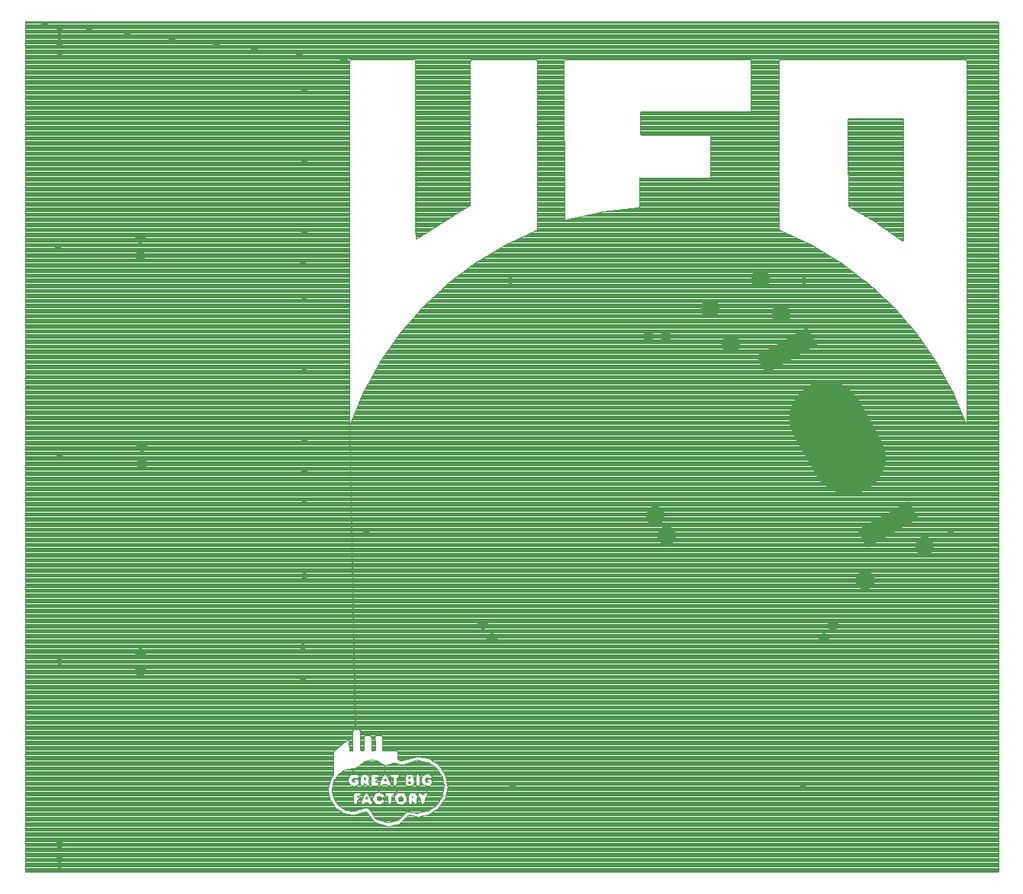
<source format=gbs>
G75*
%MOIN*%
%OFA0B0*%
%FSLAX25Y25*%
%IPPOS*%
%LPD*%
%AMOC8*
5,1,8,0,0,1.08239X$1,22.5*
%
%ADD10C,0.02800*%
%ADD11C,0.00394*%
%ADD12C,0.04800*%
%ADD13R,0.08800X0.13300*%
%ADD14C,0.32296*%
%ADD15C,0.08200*%
D10*
X0016197Y0005050D03*
X0016197Y0008550D03*
X0016197Y0012050D03*
X0016197Y0015550D03*
X0016197Y0094050D03*
X0016197Y0184550D03*
X0015697Y0275550D03*
X0016197Y0360050D03*
X0016197Y0363550D03*
X0016197Y0367050D03*
X0016197Y0370550D03*
X0123197Y0344050D03*
X0123197Y0313050D03*
X0123197Y0281550D03*
X0122697Y0268050D03*
X0123197Y0253550D03*
X0123197Y0222550D03*
X0123197Y0191050D03*
X0123197Y0177050D03*
X0123197Y0163050D03*
X0150197Y0150050D03*
X0123197Y0131550D03*
X0122697Y0100550D03*
X0122697Y0086550D03*
X0214197Y0040050D03*
X0341197Y0039550D03*
X0405697Y0150050D03*
X0341697Y0260550D03*
X0213197Y0260550D03*
D11*
X0001837Y0002050D02*
X0001197Y0002197D01*
X0001197Y0373813D01*
X0001237Y0373813D01*
X0143152Y0356876D01*
X0143154Y0197935D01*
X0145424Y0064536D01*
X0144759Y0064405D01*
X0144469Y0063738D01*
X0144469Y0055865D01*
X0144377Y0055169D01*
X0143590Y0055171D01*
X0142877Y0055248D01*
X0142845Y0059185D01*
X0142521Y0059769D01*
X0141855Y0059722D01*
X0136341Y0055272D01*
X0135936Y0054638D01*
X0135936Y0045190D01*
X0135659Y0044473D01*
X0134531Y0042398D01*
X0134202Y0041690D01*
X0133677Y0038585D01*
X0133687Y0037811D01*
X0134468Y0033953D01*
X0134878Y0033287D01*
X0136640Y0030676D01*
X0137182Y0030126D01*
X0139792Y0028364D01*
X0140453Y0027943D01*
X0144311Y0027162D01*
X0145075Y0027181D01*
X0149609Y0028508D01*
X0150339Y0028648D01*
X0153741Y0024312D01*
X0154314Y0023819D01*
X0159567Y0022152D01*
X0160323Y0022157D01*
X0164886Y0023379D01*
X0165477Y0023881D01*
X0168296Y0026629D01*
X0168896Y0027057D01*
X0171993Y0026484D01*
X0172767Y0026352D01*
X0177397Y0027289D01*
X0178123Y0027555D01*
X0182038Y0030198D01*
X0182488Y0030841D01*
X0184689Y0034105D01*
X0184979Y0034821D01*
X0185915Y0039451D01*
X0185797Y0040223D01*
X0185017Y0044081D01*
X0184797Y0044826D01*
X0182154Y0048742D01*
X0181545Y0049225D01*
X0178282Y0051427D01*
X0177585Y0051763D01*
X0172955Y0052700D01*
X0172196Y0052581D01*
X0166165Y0050764D01*
X0165422Y0050750D01*
X0164697Y0051054D01*
X0164073Y0051427D01*
X0164073Y0054577D01*
X0163624Y0055167D01*
X0158113Y0055167D01*
X0157335Y0055176D01*
X0157305Y0061475D01*
X0156773Y0061982D01*
X0155199Y0061975D01*
X0154468Y0061835D01*
X0154177Y0061169D01*
X0154230Y0055658D01*
X0153938Y0055167D01*
X0153151Y0055167D01*
X0152564Y0055368D01*
X0152564Y0060879D01*
X0152478Y0061631D01*
X0151834Y0061976D01*
X0150260Y0061976D01*
X0149554Y0061778D01*
X0149321Y0061088D01*
X0149321Y0055576D01*
X0148943Y0055167D01*
X0148156Y0055167D01*
X0147712Y0055510D01*
X0147712Y0063383D01*
X0147672Y0064154D01*
X0147047Y0064546D01*
X0145521Y0064546D01*
X0143182Y0197926D01*
X0143375Y0198205D01*
X0148817Y0211290D01*
X0149136Y0212010D01*
X0156330Y0225125D01*
X0156769Y0225778D01*
X0164865Y0237410D01*
X0165353Y0238026D01*
X0174631Y0248739D01*
X0175169Y0249312D01*
X0185522Y0258990D01*
X0186106Y0259517D01*
X0198048Y0268525D01*
X0198721Y0268934D01*
X0210875Y0276223D01*
X0211575Y0276580D01*
X0224439Y0282528D01*
X0225009Y0282951D01*
X0225007Y0356910D01*
X0236639Y0356541D01*
X0236940Y0287307D01*
X0237418Y0287119D01*
X0252761Y0290662D01*
X0253536Y0290791D01*
X0269180Y0292584D01*
X0269658Y0292945D01*
X0269656Y0305542D01*
X0270310Y0305675D01*
X0300228Y0305675D01*
X0300696Y0305995D01*
X0300696Y0324103D01*
X0300158Y0324352D01*
X0270240Y0324352D01*
X0269918Y0324818D01*
X0269918Y0334266D01*
X0270360Y0334612D01*
X0318386Y0334612D01*
X0318490Y0335296D01*
X0318490Y0356504D01*
X0330809Y0356766D01*
X0330797Y0282807D01*
X0331476Y0282454D01*
X0344331Y0276488D01*
X0345026Y0276120D01*
X0357170Y0268815D01*
X0357837Y0268398D01*
X0369770Y0259376D01*
X0370348Y0258843D01*
X0380692Y0249156D01*
X0381225Y0248577D01*
X0390496Y0237858D01*
X0390979Y0237238D01*
X0399070Y0225603D01*
X0399504Y0224946D01*
X0406694Y0211828D01*
X0407006Y0211106D01*
X0412445Y0198020D01*
X0412636Y0197849D01*
X0412663Y0356888D01*
X0412134Y0357146D01*
X0331040Y0357146D01*
X0330837Y0356856D01*
X0318475Y0356600D01*
X0318296Y0357146D01*
X0237202Y0357146D01*
X0236673Y0356625D01*
X0224960Y0356974D01*
X0224407Y0357146D01*
X0196063Y0357146D01*
X0195736Y0356686D01*
X0195663Y0293700D01*
X0195031Y0293262D01*
X0172387Y0278986D01*
X0171853Y0278805D01*
X0171799Y0356750D01*
X0171407Y0357146D01*
X0143851Y0357146D01*
X0143199Y0356940D01*
X0001335Y0373813D01*
X0426440Y0373813D01*
X0426642Y0373228D01*
X0426642Y0002399D01*
X0426204Y0002050D01*
X0001837Y0002050D01*
X0426204Y0002050D01*
X0426642Y0002442D02*
X0001197Y0002442D01*
X0001197Y0002834D02*
X0426642Y0002834D01*
X0426642Y0003227D02*
X0001197Y0003227D01*
X0001197Y0003619D02*
X0426642Y0003619D01*
X0426642Y0004011D02*
X0001197Y0004011D01*
X0001197Y0004403D02*
X0426642Y0004403D01*
X0426642Y0004795D02*
X0001197Y0004795D01*
X0001197Y0005188D02*
X0426642Y0005188D01*
X0426642Y0005580D02*
X0001197Y0005580D01*
X0001197Y0005972D02*
X0426642Y0005972D01*
X0426642Y0006364D02*
X0001197Y0006364D01*
X0001197Y0006757D02*
X0426642Y0006757D01*
X0426642Y0007149D02*
X0001197Y0007149D01*
X0001197Y0007541D02*
X0426642Y0007541D01*
X0426642Y0007933D02*
X0001197Y0007933D01*
X0001197Y0008325D02*
X0426642Y0008325D01*
X0426642Y0008718D02*
X0001197Y0008718D01*
X0001197Y0009110D02*
X0426642Y0009110D01*
X0426642Y0009502D02*
X0001197Y0009502D01*
X0001197Y0009894D02*
X0426642Y0009894D01*
X0426642Y0010286D02*
X0001197Y0010286D01*
X0001197Y0010679D02*
X0426642Y0010679D01*
X0426642Y0011071D02*
X0001197Y0011071D01*
X0001197Y0011463D02*
X0426642Y0011463D01*
X0426642Y0011855D02*
X0001197Y0011855D01*
X0001197Y0012248D02*
X0426642Y0012248D01*
X0426642Y0012640D02*
X0001197Y0012640D01*
X0001197Y0013032D02*
X0426642Y0013032D01*
X0426642Y0013424D02*
X0001197Y0013424D01*
X0001197Y0013816D02*
X0426642Y0013816D01*
X0426642Y0014209D02*
X0001197Y0014209D01*
X0001197Y0014601D02*
X0426642Y0014601D01*
X0426642Y0014993D02*
X0001197Y0014993D01*
X0001197Y0015385D02*
X0426642Y0015385D01*
X0426642Y0015777D02*
X0001197Y0015777D01*
X0001197Y0016170D02*
X0426642Y0016170D01*
X0426642Y0016562D02*
X0001197Y0016562D01*
X0001197Y0016954D02*
X0426642Y0016954D01*
X0426642Y0017346D02*
X0001197Y0017346D01*
X0001197Y0017738D02*
X0426642Y0017738D01*
X0426642Y0018131D02*
X0001197Y0018131D01*
X0001197Y0018523D02*
X0426642Y0018523D01*
X0426642Y0018915D02*
X0001197Y0018915D01*
X0001197Y0019307D02*
X0426642Y0019307D01*
X0426642Y0019700D02*
X0001197Y0019700D01*
X0001197Y0020092D02*
X0426642Y0020092D01*
X0426642Y0020484D02*
X0001197Y0020484D01*
X0001197Y0020876D02*
X0426642Y0020876D01*
X0426642Y0021268D02*
X0001197Y0021268D01*
X0001197Y0021661D02*
X0426642Y0021661D01*
X0426642Y0022053D02*
X0001197Y0022053D01*
X0001197Y0022445D02*
X0158642Y0022445D01*
X0157406Y0022837D02*
X0001197Y0022837D01*
X0001197Y0023229D02*
X0156171Y0023229D01*
X0154935Y0023622D02*
X0001197Y0023622D01*
X0001197Y0024014D02*
X0154088Y0024014D01*
X0153667Y0024406D02*
X0001197Y0024406D01*
X0001197Y0024798D02*
X0153360Y0024798D01*
X0153052Y0025191D02*
X0001197Y0025191D01*
X0001197Y0025583D02*
X0152744Y0025583D01*
X0152436Y0025975D02*
X0001197Y0025975D01*
X0001197Y0026367D02*
X0152128Y0026367D01*
X0151821Y0026759D02*
X0001197Y0026759D01*
X0001197Y0027152D02*
X0151513Y0027152D01*
X0151205Y0027544D02*
X0146314Y0027544D01*
X0147654Y0027936D02*
X0150897Y0027936D01*
X0150590Y0028328D02*
X0148994Y0028328D01*
X0148465Y0029897D02*
X0140353Y0029897D01*
X0140663Y0029688D02*
X0141369Y0029375D01*
X0144456Y0028754D01*
X0145213Y0028857D01*
X0149713Y0030296D01*
X0150460Y0030356D01*
X0151204Y0030098D01*
X0151746Y0029573D01*
X0154436Y0025691D01*
X0155064Y0025283D01*
X0159546Y0023790D01*
X0160299Y0023780D01*
X0164093Y0024832D01*
X0164735Y0025236D01*
X0167448Y0028089D01*
X0168099Y0028496D01*
X0168843Y0028690D01*
X0172714Y0027976D01*
X0173486Y0028122D01*
X0176573Y0028744D01*
X0177330Y0028936D01*
X0180595Y0031136D01*
X0181142Y0031681D01*
X0183342Y0034946D01*
X0183536Y0035701D01*
X0184158Y0038789D01*
X0184307Y0039561D01*
X0183531Y0043420D01*
X0183325Y0044171D01*
X0181154Y0047395D01*
X0178608Y0044555D01*
X0179014Y0043939D01*
X0178648Y0043277D01*
X0177916Y0043153D01*
X0177168Y0043394D01*
X0176437Y0043210D01*
X0176048Y0042572D01*
X0176220Y0041841D01*
X0176862Y0041458D01*
X0177577Y0041595D01*
X0176843Y0041830D01*
X0176734Y0042480D01*
X0177363Y0042832D01*
X0178149Y0042842D01*
X0178895Y0042627D01*
X0179155Y0041884D01*
X0179163Y0041101D01*
X0178756Y0040439D01*
X0178143Y0040017D01*
X0177392Y0039780D01*
X0176695Y0039786D01*
X0176624Y0036936D01*
X0177146Y0036495D01*
X0177137Y0035759D01*
X0176705Y0035104D01*
X0176253Y0034459D01*
X0175892Y0033786D01*
X0175892Y0032999D01*
X0175774Y0032223D01*
X0175152Y0031793D01*
X0174463Y0032028D01*
X0174176Y0032706D01*
X0174158Y0033492D01*
X0173969Y0034221D01*
X0173112Y0035482D01*
X0172555Y0035650D01*
X0172600Y0034940D01*
X0172295Y0034214D01*
X0172278Y0033511D01*
X0172614Y0032807D01*
X0172482Y0032071D01*
X0171816Y0031721D01*
X0171129Y0032106D01*
X0170711Y0032770D01*
X0170386Y0033138D01*
X0170298Y0032367D01*
X0169808Y0031832D01*
X0169091Y0031932D01*
X0168719Y0032555D01*
X0168657Y0033334D01*
X0168657Y0035696D01*
X0169007Y0036331D01*
X0169584Y0036866D01*
X0169973Y0037001D01*
X0170760Y0037001D01*
X0171515Y0036787D01*
X0172125Y0036341D01*
X0172525Y0035740D01*
X0173068Y0035569D01*
X0172826Y0036248D01*
X0173256Y0036843D01*
X0173796Y0036973D01*
X0174467Y0036574D01*
X0174911Y0035925D01*
X0175360Y0036197D01*
X0175883Y0036761D01*
X0176540Y0036954D01*
X0176600Y0039803D01*
X0175905Y0040053D01*
X0175187Y0040350D01*
X0174706Y0040974D01*
X0174399Y0041679D01*
X0174238Y0042446D01*
X0174440Y0043156D01*
X0173698Y0043335D01*
X0173698Y0041023D01*
X0173542Y0040260D01*
X0172953Y0039819D01*
X0172233Y0040023D01*
X0171988Y0040702D01*
X0171117Y0040643D01*
X0170711Y0040066D01*
X0169981Y0039825D01*
X0169195Y0039800D01*
X0168408Y0039800D01*
X0167657Y0040018D01*
X0167326Y0040674D01*
X0167316Y0041462D01*
X0167314Y0043823D01*
X0167522Y0044560D01*
X0168091Y0045005D01*
X0169488Y0045008D01*
X0170209Y0044770D01*
X0170855Y0044320D01*
X0171075Y0043564D01*
X0170937Y0042810D01*
X0171226Y0042152D01*
X0171440Y0041403D01*
X0171164Y0040729D01*
X0171972Y0040798D01*
X0171969Y0043898D01*
X0172150Y0044660D01*
X0172776Y0045058D01*
X0173359Y0044854D01*
X0173654Y0044166D01*
X0173696Y0043434D01*
X0174469Y0043250D01*
X0174706Y0043938D01*
X0175291Y0044466D01*
X0175908Y0044930D01*
X0176675Y0045109D01*
X0177148Y0045142D01*
X0177904Y0044923D01*
X0178537Y0044617D01*
X0181091Y0047470D01*
X0180571Y0047973D01*
X0177306Y0050174D01*
X0176546Y0050355D01*
X0173458Y0050977D01*
X0172688Y0051106D01*
X0166677Y0049225D01*
X0165913Y0049066D01*
X0165132Y0049101D01*
X0162870Y0049782D01*
X0162120Y0049862D01*
X0159147Y0048821D01*
X0158418Y0048840D01*
X0158385Y0044956D01*
X0158897Y0044835D01*
X0159444Y0044308D01*
X0160785Y0041458D01*
X0161040Y0040770D01*
X0161957Y0041095D01*
X0161957Y0043408D01*
X0161211Y0043529D01*
X0160696Y0044033D01*
X0160817Y0044744D01*
X0161521Y0044999D01*
X0162047Y0045043D01*
X0163621Y0045043D01*
X0164406Y0044982D01*
X0164953Y0044500D01*
X0164815Y0043772D01*
X0164147Y0043452D01*
X0163687Y0043109D01*
X0163687Y0041534D01*
X0163671Y0040749D01*
X0163378Y0040071D01*
X0162732Y0039857D01*
X0163917Y0036719D01*
X0164623Y0036929D01*
X0165994Y0036963D01*
X0166751Y0036747D01*
X0167305Y0036203D01*
X0167835Y0035621D01*
X0168023Y0034859D01*
X0168058Y0034094D01*
X0167859Y0033332D01*
X0167452Y0032687D01*
X0166905Y0032121D01*
X0166186Y0031845D01*
X0165427Y0031637D01*
X0164669Y0031811D01*
X0163913Y0032029D01*
X0163382Y0032609D01*
X0162881Y0033206D01*
X0162708Y0033975D01*
X0162677Y0034743D01*
X0162850Y0035511D01*
X0163353Y0036112D01*
X0163838Y0036668D01*
X0162645Y0039870D01*
X0162082Y0040273D01*
X0161965Y0040997D01*
X0161040Y0040678D01*
X0160793Y0040032D01*
X0160075Y0039813D01*
X0159472Y0040255D01*
X0158807Y0040480D01*
X0158019Y0040480D01*
X0157474Y0040059D01*
X0156764Y0039797D01*
X0156146Y0040167D01*
X0155764Y0040345D01*
X0155315Y0039929D01*
X0155677Y0037089D01*
X0155989Y0037057D01*
X0157468Y0036518D01*
X0157867Y0035909D01*
X0158323Y0035975D01*
X0158360Y0036654D01*
X0159046Y0036951D01*
X0160360Y0037001D01*
X0161148Y0037001D01*
X0161932Y0036946D01*
X0162528Y0036524D01*
X0162439Y0035792D01*
X0161808Y0035429D01*
X0161282Y0035136D01*
X0161281Y0032774D01*
X0161034Y0032062D01*
X0160343Y0031768D01*
X0159691Y0032161D01*
X0159553Y0032933D01*
X0159553Y0035295D01*
X0158874Y0035464D01*
X0158358Y0035895D01*
X0157901Y0035819D01*
X0157999Y0035185D01*
X0157491Y0034656D01*
X0156769Y0034800D01*
X0156127Y0035234D01*
X0155402Y0035265D01*
X0154879Y0034762D01*
X0154865Y0034030D01*
X0155367Y0033507D01*
X0156101Y0033488D01*
X0156734Y0033927D01*
X0157465Y0034048D01*
X0158017Y0033569D01*
X0157905Y0032872D01*
X0157452Y0032260D01*
X0155979Y0031702D01*
X0155221Y0031734D01*
X0154473Y0031947D01*
X0153884Y0032469D01*
X0153391Y0032995D01*
X0152861Y0033051D01*
X0152923Y0032350D01*
X0152401Y0031841D01*
X0151672Y0031893D01*
X0151168Y0032437D01*
X0150380Y0032437D01*
X0149619Y0032393D01*
X0149084Y0031866D01*
X0148376Y0031917D01*
X0147926Y0032486D01*
X0148087Y0033188D01*
X0147372Y0034105D01*
X0146756Y0033770D01*
X0146367Y0033372D01*
X0146307Y0032590D01*
X0145953Y0031971D01*
X0145249Y0031816D01*
X0144734Y0032336D01*
X0144640Y0033105D01*
X0144640Y0035467D01*
X0144690Y0036250D01*
X0145114Y0036855D01*
X0145866Y0037000D01*
X0146208Y0037001D01*
X0146995Y0036990D01*
X0147773Y0036874D01*
X0148167Y0036203D01*
X0147795Y0035545D01*
X0147031Y0035381D01*
X0146367Y0035258D01*
X0146915Y0035017D01*
X0147573Y0034715D01*
X0147428Y0034176D01*
X0148119Y0033280D01*
X0149437Y0036086D01*
X0149896Y0036690D01*
X0150453Y0037031D01*
X0151113Y0036603D01*
X0151516Y0035949D01*
X0152835Y0033144D01*
X0153344Y0033078D01*
X0153139Y0033787D01*
X0153043Y0034536D01*
X0153673Y0035979D01*
X0154163Y0036519D01*
X0155583Y0037077D01*
X0155230Y0039890D01*
X0154504Y0039800D01*
X0153717Y0039800D01*
X0152933Y0039870D01*
X0152435Y0040442D01*
X0152377Y0041226D01*
X0152377Y0043589D01*
X0152411Y0044373D01*
X0152908Y0044933D01*
X0154078Y0045043D01*
X0154865Y0045040D01*
X0155609Y0044848D01*
X0155863Y0044143D01*
X0155429Y0043557D01*
X0154661Y0043422D01*
X0154108Y0043187D01*
X0154774Y0043066D01*
X0155387Y0042677D01*
X0155081Y0042106D01*
X0154397Y0041816D01*
X0154212Y0041422D01*
X0154996Y0041394D01*
X0155679Y0041095D01*
X0155792Y0040427D01*
X0156100Y0040241D01*
X0156049Y0040951D01*
X0156358Y0041672D01*
X0157697Y0044523D01*
X0158297Y0044940D01*
X0158322Y0048857D01*
X0157650Y0049083D01*
X0155750Y0050486D01*
X0155031Y0050765D01*
X0152723Y0051265D01*
X0152013Y0051149D01*
X0149725Y0050561D01*
X0149009Y0050282D01*
X0146713Y0048126D01*
X0146036Y0047737D01*
X0145277Y0047647D01*
X0144544Y0047635D01*
X0144485Y0045040D01*
X0145669Y0045007D01*
X0146425Y0044788D01*
X0146902Y0044189D01*
X0146880Y0043489D01*
X0146248Y0043093D01*
X0145510Y0043319D01*
X0144763Y0043332D01*
X0144212Y0042850D01*
X0144162Y0042120D01*
X0144638Y0041571D01*
X0145375Y0041507D01*
X0145165Y0041703D01*
X0144661Y0042212D01*
X0145124Y0042766D01*
X0145902Y0042846D01*
X0146673Y0042722D01*
X0147108Y0042166D01*
X0147215Y0041448D01*
X0147750Y0041296D01*
X0147750Y0043609D01*
X0148006Y0044285D01*
X0148583Y0044821D01*
X0148936Y0045043D01*
X0149723Y0045043D01*
X0150484Y0044868D01*
X0151135Y0044483D01*
X0151618Y0043869D01*
X0151744Y0043102D01*
X0151439Y0042376D01*
X0151303Y0041664D01*
X0151670Y0040974D01*
X0151625Y0040234D01*
X0151029Y0039807D01*
X0150335Y0040086D01*
X0149872Y0040702D01*
X0149480Y0041309D01*
X0149439Y0040530D01*
X0149021Y0039924D01*
X0148302Y0039919D01*
X0147847Y0040473D01*
X0147756Y0041198D01*
X0147206Y0041353D01*
X0146978Y0040685D01*
X0146480Y0040107D01*
X0145729Y0039870D01*
X0144979Y0039686D01*
X0143497Y0040218D01*
X0142941Y0040737D01*
X0142516Y0041387D01*
X0142344Y0042156D01*
X0142424Y0042916D01*
X0142639Y0043674D01*
X0143121Y0044265D01*
X0143705Y0044793D01*
X0144389Y0045025D01*
X0144447Y0047625D01*
X0141408Y0047012D01*
X0140695Y0046714D01*
X0138084Y0044955D01*
X0137619Y0044327D01*
X0136299Y0042368D01*
X0135935Y0041683D01*
X0135314Y0038596D01*
X0135306Y0037824D01*
X0135928Y0034737D01*
X0136278Y0034046D01*
X0137597Y0032087D01*
X0138051Y0031448D01*
X0140663Y0029688D01*
X0141077Y0029505D02*
X0147239Y0029505D01*
X0146013Y0029113D02*
X0142673Y0029113D01*
X0142424Y0027544D02*
X0001197Y0027544D01*
X0001197Y0027936D02*
X0140486Y0027936D01*
X0139848Y0028328D02*
X0001197Y0028328D01*
X0001197Y0028720D02*
X0139264Y0028720D01*
X0138683Y0029113D02*
X0001197Y0029113D01*
X0001197Y0029505D02*
X0138102Y0029505D01*
X0137520Y0029897D02*
X0001197Y0029897D01*
X0001197Y0030289D02*
X0137021Y0030289D01*
X0136636Y0030681D02*
X0001197Y0030681D01*
X0001197Y0031074D02*
X0136371Y0031074D01*
X0136107Y0031466D02*
X0001197Y0031466D01*
X0001197Y0031858D02*
X0135842Y0031858D01*
X0135577Y0032250D02*
X0001197Y0032250D01*
X0001197Y0032643D02*
X0135313Y0032643D01*
X0135048Y0033035D02*
X0001197Y0033035D01*
X0001197Y0033427D02*
X0134792Y0033427D01*
X0134550Y0033819D02*
X0001197Y0033819D01*
X0001197Y0034211D02*
X0134416Y0034211D01*
X0134336Y0034604D02*
X0001197Y0034604D01*
X0001197Y0034996D02*
X0134257Y0034996D01*
X0134178Y0035388D02*
X0001197Y0035388D01*
X0001197Y0035780D02*
X0134098Y0035780D01*
X0134019Y0036172D02*
X0001197Y0036172D01*
X0001197Y0036565D02*
X0133940Y0036565D01*
X0133860Y0036957D02*
X0001197Y0036957D01*
X0001197Y0037349D02*
X0133781Y0037349D01*
X0133701Y0037741D02*
X0001197Y0037741D01*
X0001197Y0038134D02*
X0133683Y0038134D01*
X0133678Y0038526D02*
X0001197Y0038526D01*
X0001197Y0038918D02*
X0133733Y0038918D01*
X0133800Y0039310D02*
X0001197Y0039310D01*
X0001197Y0039702D02*
X0133866Y0039702D01*
X0133932Y0040095D02*
X0001197Y0040095D01*
X0001197Y0040487D02*
X0133998Y0040487D01*
X0134065Y0040879D02*
X0001197Y0040879D01*
X0001197Y0041271D02*
X0134131Y0041271D01*
X0134197Y0041663D02*
X0001197Y0041663D01*
X0001197Y0042056D02*
X0134372Y0042056D01*
X0134558Y0042448D02*
X0001197Y0042448D01*
X0001197Y0042840D02*
X0134771Y0042840D01*
X0134984Y0043232D02*
X0001197Y0043232D01*
X0001197Y0043624D02*
X0135197Y0043624D01*
X0135411Y0044017D02*
X0001197Y0044017D01*
X0001197Y0044409D02*
X0135624Y0044409D01*
X0135786Y0044801D02*
X0001197Y0044801D01*
X0001197Y0045193D02*
X0135936Y0045193D01*
X0135936Y0045586D02*
X0001197Y0045586D01*
X0001197Y0045978D02*
X0135936Y0045978D01*
X0135936Y0046370D02*
X0001197Y0046370D01*
X0001197Y0046762D02*
X0135936Y0046762D01*
X0135936Y0047154D02*
X0001197Y0047154D01*
X0001197Y0047547D02*
X0135936Y0047547D01*
X0135936Y0047939D02*
X0001197Y0047939D01*
X0001197Y0048331D02*
X0135936Y0048331D01*
X0135936Y0048723D02*
X0001197Y0048723D01*
X0001197Y0049115D02*
X0135936Y0049115D01*
X0135936Y0049508D02*
X0001197Y0049508D01*
X0001197Y0049900D02*
X0135936Y0049900D01*
X0135936Y0050292D02*
X0001197Y0050292D01*
X0001197Y0050684D02*
X0135936Y0050684D01*
X0135936Y0051077D02*
X0001197Y0051077D01*
X0001197Y0051469D02*
X0135936Y0051469D01*
X0135936Y0051861D02*
X0001197Y0051861D01*
X0001197Y0052253D02*
X0135936Y0052253D01*
X0135936Y0052645D02*
X0001197Y0052645D01*
X0001197Y0053038D02*
X0135936Y0053038D01*
X0135936Y0053430D02*
X0001197Y0053430D01*
X0001197Y0053822D02*
X0135936Y0053822D01*
X0135936Y0054214D02*
X0001197Y0054214D01*
X0001197Y0054606D02*
X0135936Y0054606D01*
X0136166Y0054999D02*
X0001197Y0054999D01*
X0001197Y0055391D02*
X0136488Y0055391D01*
X0136974Y0055783D02*
X0001197Y0055783D01*
X0001197Y0056175D02*
X0137460Y0056175D01*
X0137946Y0056567D02*
X0001197Y0056567D01*
X0001197Y0056960D02*
X0138432Y0056960D01*
X0138918Y0057352D02*
X0001197Y0057352D01*
X0001197Y0057744D02*
X0139404Y0057744D01*
X0139890Y0058136D02*
X0001197Y0058136D01*
X0001197Y0058529D02*
X0140376Y0058529D01*
X0140862Y0058921D02*
X0001197Y0058921D01*
X0001197Y0059313D02*
X0141348Y0059313D01*
X0141834Y0059705D02*
X0001197Y0059705D01*
X0001197Y0060097D02*
X0144469Y0060097D01*
X0144469Y0059705D02*
X0142556Y0059705D01*
X0142774Y0059313D02*
X0144469Y0059313D01*
X0144469Y0058921D02*
X0142847Y0058921D01*
X0142850Y0058529D02*
X0144469Y0058529D01*
X0144469Y0058136D02*
X0142853Y0058136D01*
X0142856Y0057744D02*
X0144469Y0057744D01*
X0144469Y0057352D02*
X0142860Y0057352D01*
X0142863Y0056960D02*
X0144469Y0056960D01*
X0144469Y0056567D02*
X0142866Y0056567D01*
X0142869Y0056175D02*
X0144469Y0056175D01*
X0144458Y0055783D02*
X0142873Y0055783D01*
X0142876Y0055391D02*
X0144406Y0055391D01*
X0147712Y0055783D02*
X0149321Y0055783D01*
X0149321Y0056175D02*
X0147712Y0056175D01*
X0147712Y0056567D02*
X0149321Y0056567D01*
X0149321Y0056960D02*
X0147712Y0056960D01*
X0147712Y0057352D02*
X0149321Y0057352D01*
X0149321Y0057744D02*
X0147712Y0057744D01*
X0147712Y0058136D02*
X0149321Y0058136D01*
X0149321Y0058529D02*
X0147712Y0058529D01*
X0147712Y0058921D02*
X0149321Y0058921D01*
X0149321Y0059313D02*
X0147712Y0059313D01*
X0147712Y0059705D02*
X0149321Y0059705D01*
X0149321Y0060097D02*
X0147712Y0060097D01*
X0147712Y0060490D02*
X0149321Y0060490D01*
X0149321Y0060882D02*
X0147712Y0060882D01*
X0147712Y0061274D02*
X0149384Y0061274D01*
X0149516Y0061666D02*
X0147712Y0061666D01*
X0147712Y0062058D02*
X0426642Y0062058D01*
X0426642Y0061666D02*
X0157104Y0061666D01*
X0157306Y0061274D02*
X0426642Y0061274D01*
X0426642Y0060882D02*
X0157308Y0060882D01*
X0157310Y0060490D02*
X0426642Y0060490D01*
X0426642Y0060097D02*
X0157311Y0060097D01*
X0157313Y0059705D02*
X0426642Y0059705D01*
X0426642Y0059313D02*
X0157315Y0059313D01*
X0157317Y0058921D02*
X0426642Y0058921D01*
X0426642Y0058529D02*
X0157319Y0058529D01*
X0157321Y0058136D02*
X0426642Y0058136D01*
X0426642Y0057744D02*
X0157323Y0057744D01*
X0157325Y0057352D02*
X0426642Y0057352D01*
X0426642Y0056960D02*
X0157327Y0056960D01*
X0157328Y0056567D02*
X0426642Y0056567D01*
X0426642Y0056175D02*
X0157330Y0056175D01*
X0157332Y0055783D02*
X0426642Y0055783D01*
X0426642Y0055391D02*
X0157334Y0055391D01*
X0154228Y0055783D02*
X0152564Y0055783D01*
X0152564Y0055391D02*
X0154071Y0055391D01*
X0154225Y0056175D02*
X0152564Y0056175D01*
X0152564Y0056567D02*
X0154221Y0056567D01*
X0154217Y0056960D02*
X0152564Y0056960D01*
X0152564Y0057352D02*
X0154213Y0057352D01*
X0154210Y0057744D02*
X0152564Y0057744D01*
X0152564Y0058136D02*
X0154206Y0058136D01*
X0154202Y0058529D02*
X0152564Y0058529D01*
X0152564Y0058921D02*
X0154198Y0058921D01*
X0154195Y0059313D02*
X0152564Y0059313D01*
X0152564Y0059705D02*
X0154191Y0059705D01*
X0154187Y0060097D02*
X0152564Y0060097D01*
X0152564Y0060490D02*
X0154183Y0060490D01*
X0154180Y0060882D02*
X0152564Y0060882D01*
X0152519Y0061274D02*
X0154223Y0061274D01*
X0154395Y0061666D02*
X0152412Y0061666D01*
X0147712Y0062451D02*
X0426642Y0062451D01*
X0426642Y0062843D02*
X0147712Y0062843D01*
X0147712Y0063235D02*
X0426642Y0063235D01*
X0426642Y0063627D02*
X0147699Y0063627D01*
X0147679Y0064020D02*
X0426642Y0064020D01*
X0426642Y0064412D02*
X0147261Y0064412D01*
X0145517Y0064804D02*
X0426642Y0064804D01*
X0426642Y0065196D02*
X0145510Y0065196D01*
X0145413Y0065196D02*
X0001197Y0065196D01*
X0001197Y0064804D02*
X0145419Y0064804D01*
X0144794Y0064412D02*
X0001197Y0064412D01*
X0001197Y0064020D02*
X0144591Y0064020D01*
X0144469Y0063627D02*
X0001197Y0063627D01*
X0001197Y0063235D02*
X0144469Y0063235D01*
X0144469Y0062843D02*
X0001197Y0062843D01*
X0001197Y0062451D02*
X0144469Y0062451D01*
X0144469Y0062058D02*
X0001197Y0062058D01*
X0001197Y0061666D02*
X0144469Y0061666D01*
X0144469Y0061274D02*
X0001197Y0061274D01*
X0001197Y0060882D02*
X0144469Y0060882D01*
X0144469Y0060490D02*
X0001197Y0060490D01*
X0001197Y0065588D02*
X0145406Y0065588D01*
X0145503Y0065588D02*
X0426642Y0065588D01*
X0426642Y0065981D02*
X0145496Y0065981D01*
X0145399Y0065981D02*
X0001197Y0065981D01*
X0001197Y0066373D02*
X0145393Y0066373D01*
X0145489Y0066373D02*
X0426642Y0066373D01*
X0426642Y0066765D02*
X0145483Y0066765D01*
X0145386Y0066765D02*
X0001197Y0066765D01*
X0001197Y0067157D02*
X0145379Y0067157D01*
X0145476Y0067157D02*
X0426642Y0067157D01*
X0426642Y0067549D02*
X0145469Y0067549D01*
X0145373Y0067549D02*
X0001197Y0067549D01*
X0001197Y0067942D02*
X0145366Y0067942D01*
X0145462Y0067942D02*
X0426642Y0067942D01*
X0426642Y0068334D02*
X0145455Y0068334D01*
X0145359Y0068334D02*
X0001197Y0068334D01*
X0001197Y0068726D02*
X0145353Y0068726D01*
X0145448Y0068726D02*
X0426642Y0068726D01*
X0426642Y0069118D02*
X0145441Y0069118D01*
X0145346Y0069118D02*
X0001197Y0069118D01*
X0001197Y0069510D02*
X0145339Y0069510D01*
X0145434Y0069510D02*
X0426642Y0069510D01*
X0426642Y0069903D02*
X0145427Y0069903D01*
X0145333Y0069903D02*
X0001197Y0069903D01*
X0001197Y0070295D02*
X0145326Y0070295D01*
X0145421Y0070295D02*
X0426642Y0070295D01*
X0426642Y0070687D02*
X0145414Y0070687D01*
X0145319Y0070687D02*
X0001197Y0070687D01*
X0001197Y0071079D02*
X0145313Y0071079D01*
X0145407Y0071079D02*
X0426642Y0071079D01*
X0426642Y0071472D02*
X0145400Y0071472D01*
X0145306Y0071472D02*
X0001197Y0071472D01*
X0001197Y0071864D02*
X0145299Y0071864D01*
X0145393Y0071864D02*
X0426642Y0071864D01*
X0426642Y0072256D02*
X0145386Y0072256D01*
X0145293Y0072256D02*
X0001197Y0072256D01*
X0001197Y0072648D02*
X0145286Y0072648D01*
X0145379Y0072648D02*
X0426642Y0072648D01*
X0426642Y0073040D02*
X0145372Y0073040D01*
X0145279Y0073040D02*
X0001197Y0073040D01*
X0001197Y0073433D02*
X0145273Y0073433D01*
X0145366Y0073433D02*
X0426642Y0073433D01*
X0426642Y0073825D02*
X0145359Y0073825D01*
X0145266Y0073825D02*
X0001197Y0073825D01*
X0001197Y0074217D02*
X0145259Y0074217D01*
X0145352Y0074217D02*
X0426642Y0074217D01*
X0426642Y0074609D02*
X0145345Y0074609D01*
X0145253Y0074609D02*
X0001197Y0074609D01*
X0001197Y0075001D02*
X0145246Y0075001D01*
X0145338Y0075001D02*
X0426642Y0075001D01*
X0426642Y0075394D02*
X0145331Y0075394D01*
X0145239Y0075394D02*
X0001197Y0075394D01*
X0001197Y0075786D02*
X0145233Y0075786D01*
X0145324Y0075786D02*
X0426642Y0075786D01*
X0426642Y0076178D02*
X0145317Y0076178D01*
X0145226Y0076178D02*
X0001197Y0076178D01*
X0001197Y0076570D02*
X0145219Y0076570D01*
X0145311Y0076570D02*
X0426642Y0076570D01*
X0426642Y0076963D02*
X0145304Y0076963D01*
X0145213Y0076963D02*
X0001197Y0076963D01*
X0001197Y0077355D02*
X0145206Y0077355D01*
X0145297Y0077355D02*
X0426642Y0077355D01*
X0426642Y0077747D02*
X0145290Y0077747D01*
X0145199Y0077747D02*
X0001197Y0077747D01*
X0001197Y0078139D02*
X0145193Y0078139D01*
X0145283Y0078139D02*
X0426642Y0078139D01*
X0426642Y0078531D02*
X0145276Y0078531D01*
X0145186Y0078531D02*
X0001197Y0078531D01*
X0001197Y0078924D02*
X0145179Y0078924D01*
X0145269Y0078924D02*
X0426642Y0078924D01*
X0426642Y0079316D02*
X0145262Y0079316D01*
X0145172Y0079316D02*
X0001197Y0079316D01*
X0001197Y0079708D02*
X0145166Y0079708D01*
X0145256Y0079708D02*
X0426642Y0079708D01*
X0426642Y0080100D02*
X0145249Y0080100D01*
X0145159Y0080100D02*
X0001197Y0080100D01*
X0001197Y0080492D02*
X0145152Y0080492D01*
X0145242Y0080492D02*
X0426642Y0080492D01*
X0426642Y0080885D02*
X0145235Y0080885D01*
X0145146Y0080885D02*
X0001197Y0080885D01*
X0001197Y0081277D02*
X0145139Y0081277D01*
X0145228Y0081277D02*
X0426642Y0081277D01*
X0426642Y0081669D02*
X0145221Y0081669D01*
X0145132Y0081669D02*
X0001197Y0081669D01*
X0001197Y0082061D02*
X0145126Y0082061D01*
X0145214Y0082061D02*
X0426642Y0082061D01*
X0426642Y0082453D02*
X0145207Y0082453D01*
X0145119Y0082453D02*
X0001197Y0082453D01*
X0001197Y0082846D02*
X0145112Y0082846D01*
X0145201Y0082846D02*
X0426642Y0082846D01*
X0426642Y0083238D02*
X0145194Y0083238D01*
X0145106Y0083238D02*
X0001197Y0083238D01*
X0001197Y0083630D02*
X0145099Y0083630D01*
X0145187Y0083630D02*
X0426642Y0083630D01*
X0426642Y0084022D02*
X0145180Y0084022D01*
X0145092Y0084022D02*
X0001197Y0084022D01*
X0001197Y0084415D02*
X0145086Y0084415D01*
X0145173Y0084415D02*
X0426642Y0084415D01*
X0426642Y0084807D02*
X0145166Y0084807D01*
X0145079Y0084807D02*
X0001197Y0084807D01*
X0001197Y0085199D02*
X0145072Y0085199D01*
X0145159Y0085199D02*
X0426642Y0085199D01*
X0426642Y0085591D02*
X0145152Y0085591D01*
X0145066Y0085591D02*
X0001197Y0085591D01*
X0001197Y0085983D02*
X0145059Y0085983D01*
X0145145Y0085983D02*
X0426642Y0085983D01*
X0426642Y0086376D02*
X0145139Y0086376D01*
X0145052Y0086376D02*
X0001197Y0086376D01*
X0001197Y0086768D02*
X0145046Y0086768D01*
X0145132Y0086768D02*
X0426642Y0086768D01*
X0426642Y0087160D02*
X0145125Y0087160D01*
X0145039Y0087160D02*
X0001197Y0087160D01*
X0001197Y0087552D02*
X0145032Y0087552D01*
X0145118Y0087552D02*
X0426642Y0087552D01*
X0426642Y0087944D02*
X0145111Y0087944D01*
X0145026Y0087944D02*
X0001197Y0087944D01*
X0001197Y0088337D02*
X0145019Y0088337D01*
X0145104Y0088337D02*
X0426642Y0088337D01*
X0426642Y0088729D02*
X0145097Y0088729D01*
X0145012Y0088729D02*
X0001197Y0088729D01*
X0001197Y0089121D02*
X0145006Y0089121D01*
X0145090Y0089121D02*
X0426642Y0089121D01*
X0426642Y0089513D02*
X0145084Y0089513D01*
X0144999Y0089513D02*
X0001197Y0089513D01*
X0001197Y0089906D02*
X0144992Y0089906D01*
X0145077Y0089906D02*
X0426642Y0089906D01*
X0426642Y0090298D02*
X0145070Y0090298D01*
X0144986Y0090298D02*
X0001197Y0090298D01*
X0001197Y0090690D02*
X0144979Y0090690D01*
X0145063Y0090690D02*
X0426642Y0090690D01*
X0426642Y0091082D02*
X0145056Y0091082D01*
X0144972Y0091082D02*
X0001197Y0091082D01*
X0001197Y0091474D02*
X0144966Y0091474D01*
X0145049Y0091474D02*
X0426642Y0091474D01*
X0426642Y0091867D02*
X0145042Y0091867D01*
X0144959Y0091867D02*
X0001197Y0091867D01*
X0001197Y0092259D02*
X0144952Y0092259D01*
X0145035Y0092259D02*
X0426642Y0092259D01*
X0426642Y0092651D02*
X0145029Y0092651D01*
X0144946Y0092651D02*
X0001197Y0092651D01*
X0001197Y0093043D02*
X0144939Y0093043D01*
X0145022Y0093043D02*
X0426642Y0093043D01*
X0426642Y0093435D02*
X0145015Y0093435D01*
X0144932Y0093435D02*
X0001197Y0093435D01*
X0001197Y0093828D02*
X0144926Y0093828D01*
X0145008Y0093828D02*
X0426642Y0093828D01*
X0426642Y0094220D02*
X0145001Y0094220D01*
X0144919Y0094220D02*
X0001197Y0094220D01*
X0001197Y0094612D02*
X0144912Y0094612D01*
X0144994Y0094612D02*
X0426642Y0094612D01*
X0426642Y0095004D02*
X0144987Y0095004D01*
X0144906Y0095004D02*
X0001197Y0095004D01*
X0001197Y0095396D02*
X0144899Y0095396D01*
X0144980Y0095396D02*
X0426642Y0095396D01*
X0426642Y0095789D02*
X0144974Y0095789D01*
X0144892Y0095789D02*
X0001197Y0095789D01*
X0001197Y0096181D02*
X0144886Y0096181D01*
X0144967Y0096181D02*
X0426642Y0096181D01*
X0426642Y0096573D02*
X0144960Y0096573D01*
X0144879Y0096573D02*
X0001197Y0096573D01*
X0001197Y0096965D02*
X0144872Y0096965D01*
X0144953Y0096965D02*
X0426642Y0096965D01*
X0426642Y0097358D02*
X0144946Y0097358D01*
X0144866Y0097358D02*
X0001197Y0097358D01*
X0001197Y0097750D02*
X0144859Y0097750D01*
X0144939Y0097750D02*
X0426642Y0097750D01*
X0426642Y0098142D02*
X0144932Y0098142D01*
X0144852Y0098142D02*
X0001197Y0098142D01*
X0001197Y0098534D02*
X0144846Y0098534D01*
X0144925Y0098534D02*
X0426642Y0098534D01*
X0426642Y0098926D02*
X0144919Y0098926D01*
X0144839Y0098926D02*
X0001197Y0098926D01*
X0001197Y0099319D02*
X0144832Y0099319D01*
X0144912Y0099319D02*
X0426642Y0099319D01*
X0426642Y0099711D02*
X0144905Y0099711D01*
X0144826Y0099711D02*
X0001197Y0099711D01*
X0001197Y0100103D02*
X0144819Y0100103D01*
X0144898Y0100103D02*
X0426642Y0100103D01*
X0426642Y0100495D02*
X0144891Y0100495D01*
X0144812Y0100495D02*
X0001197Y0100495D01*
X0001197Y0100887D02*
X0144805Y0100887D01*
X0144884Y0100887D02*
X0426642Y0100887D01*
X0426642Y0101280D02*
X0144877Y0101280D01*
X0144799Y0101280D02*
X0001197Y0101280D01*
X0001197Y0101672D02*
X0144792Y0101672D01*
X0144870Y0101672D02*
X0426642Y0101672D01*
X0426642Y0102064D02*
X0144863Y0102064D01*
X0144785Y0102064D02*
X0001197Y0102064D01*
X0001197Y0102456D02*
X0144779Y0102456D01*
X0144857Y0102456D02*
X0426642Y0102456D01*
X0426642Y0102849D02*
X0144850Y0102849D01*
X0144772Y0102849D02*
X0001197Y0102849D01*
X0001197Y0103241D02*
X0144765Y0103241D01*
X0144843Y0103241D02*
X0426642Y0103241D01*
X0426642Y0103633D02*
X0144836Y0103633D01*
X0144759Y0103633D02*
X0001197Y0103633D01*
X0001197Y0104025D02*
X0144752Y0104025D01*
X0144829Y0104025D02*
X0426642Y0104025D01*
X0426642Y0104417D02*
X0144822Y0104417D01*
X0144745Y0104417D02*
X0001197Y0104417D01*
X0001197Y0104810D02*
X0144739Y0104810D01*
X0144815Y0104810D02*
X0426642Y0104810D01*
X0426642Y0105202D02*
X0144808Y0105202D01*
X0144732Y0105202D02*
X0001197Y0105202D01*
X0001197Y0105594D02*
X0144725Y0105594D01*
X0144802Y0105594D02*
X0426642Y0105594D01*
X0426642Y0105986D02*
X0144795Y0105986D01*
X0144719Y0105986D02*
X0001197Y0105986D01*
X0001197Y0106378D02*
X0144712Y0106378D01*
X0144788Y0106378D02*
X0426642Y0106378D01*
X0426642Y0106771D02*
X0144781Y0106771D01*
X0144705Y0106771D02*
X0001197Y0106771D01*
X0001197Y0107163D02*
X0144699Y0107163D01*
X0144774Y0107163D02*
X0426642Y0107163D01*
X0426642Y0107555D02*
X0144767Y0107555D01*
X0144692Y0107555D02*
X0001197Y0107555D01*
X0001197Y0107947D02*
X0144685Y0107947D01*
X0144760Y0107947D02*
X0426642Y0107947D01*
X0426642Y0108339D02*
X0144753Y0108339D01*
X0144679Y0108339D02*
X0001197Y0108339D01*
X0001197Y0108732D02*
X0144672Y0108732D01*
X0144747Y0108732D02*
X0426642Y0108732D01*
X0426642Y0109124D02*
X0144740Y0109124D01*
X0144665Y0109124D02*
X0001197Y0109124D01*
X0001197Y0109516D02*
X0144659Y0109516D01*
X0144733Y0109516D02*
X0426642Y0109516D01*
X0426642Y0109908D02*
X0144726Y0109908D01*
X0144652Y0109908D02*
X0001197Y0109908D01*
X0001197Y0110301D02*
X0144645Y0110301D01*
X0144719Y0110301D02*
X0426642Y0110301D01*
X0426642Y0110693D02*
X0144712Y0110693D01*
X0144639Y0110693D02*
X0001197Y0110693D01*
X0001197Y0111085D02*
X0144632Y0111085D01*
X0144705Y0111085D02*
X0426642Y0111085D01*
X0426642Y0111477D02*
X0144698Y0111477D01*
X0144625Y0111477D02*
X0001197Y0111477D01*
X0001197Y0111869D02*
X0144619Y0111869D01*
X0144692Y0111869D02*
X0426642Y0111869D01*
X0426642Y0112262D02*
X0144685Y0112262D01*
X0144612Y0112262D02*
X0001197Y0112262D01*
X0001197Y0112654D02*
X0144605Y0112654D01*
X0144678Y0112654D02*
X0426642Y0112654D01*
X0426642Y0113046D02*
X0144671Y0113046D01*
X0144599Y0113046D02*
X0001197Y0113046D01*
X0001197Y0113438D02*
X0144592Y0113438D01*
X0144664Y0113438D02*
X0426642Y0113438D01*
X0426642Y0113830D02*
X0144657Y0113830D01*
X0144585Y0113830D02*
X0001197Y0113830D01*
X0001197Y0114223D02*
X0144579Y0114223D01*
X0144650Y0114223D02*
X0426642Y0114223D01*
X0426642Y0114615D02*
X0144643Y0114615D01*
X0144572Y0114615D02*
X0001197Y0114615D01*
X0001197Y0115007D02*
X0144565Y0115007D01*
X0144637Y0115007D02*
X0426642Y0115007D01*
X0426642Y0115399D02*
X0144630Y0115399D01*
X0144559Y0115399D02*
X0001197Y0115399D01*
X0001197Y0115792D02*
X0144552Y0115792D01*
X0144623Y0115792D02*
X0426642Y0115792D01*
X0426642Y0116184D02*
X0144616Y0116184D01*
X0144545Y0116184D02*
X0001197Y0116184D01*
X0001197Y0116576D02*
X0144539Y0116576D01*
X0144609Y0116576D02*
X0426642Y0116576D01*
X0426642Y0116968D02*
X0144602Y0116968D01*
X0144532Y0116968D02*
X0001197Y0116968D01*
X0001197Y0117360D02*
X0144525Y0117360D01*
X0144595Y0117360D02*
X0426642Y0117360D01*
X0426642Y0117753D02*
X0144588Y0117753D01*
X0144519Y0117753D02*
X0001197Y0117753D01*
X0001197Y0118145D02*
X0144512Y0118145D01*
X0144581Y0118145D02*
X0426642Y0118145D01*
X0426642Y0118537D02*
X0144575Y0118537D01*
X0144505Y0118537D02*
X0001197Y0118537D01*
X0001197Y0118929D02*
X0144499Y0118929D01*
X0144568Y0118929D02*
X0426642Y0118929D01*
X0426642Y0119321D02*
X0144561Y0119321D01*
X0144492Y0119321D02*
X0001197Y0119321D01*
X0001197Y0119714D02*
X0144485Y0119714D01*
X0144554Y0119714D02*
X0426642Y0119714D01*
X0426642Y0120106D02*
X0144547Y0120106D01*
X0144479Y0120106D02*
X0001197Y0120106D01*
X0001197Y0120498D02*
X0144472Y0120498D01*
X0144540Y0120498D02*
X0426642Y0120498D01*
X0426642Y0120890D02*
X0144533Y0120890D01*
X0144465Y0120890D02*
X0001197Y0120890D01*
X0001197Y0121282D02*
X0144459Y0121282D01*
X0144526Y0121282D02*
X0426642Y0121282D01*
X0426642Y0121675D02*
X0144520Y0121675D01*
X0144452Y0121675D02*
X0001197Y0121675D01*
X0001197Y0122067D02*
X0144445Y0122067D01*
X0144513Y0122067D02*
X0426642Y0122067D01*
X0426642Y0122459D02*
X0144506Y0122459D01*
X0144438Y0122459D02*
X0001197Y0122459D01*
X0001197Y0122851D02*
X0144432Y0122851D01*
X0144499Y0122851D02*
X0426642Y0122851D01*
X0426642Y0123244D02*
X0144492Y0123244D01*
X0144425Y0123244D02*
X0001197Y0123244D01*
X0001197Y0123636D02*
X0144418Y0123636D01*
X0144485Y0123636D02*
X0426642Y0123636D01*
X0426642Y0124028D02*
X0144478Y0124028D01*
X0144412Y0124028D02*
X0001197Y0124028D01*
X0001197Y0124420D02*
X0144405Y0124420D01*
X0144471Y0124420D02*
X0426642Y0124420D01*
X0426642Y0124812D02*
X0144465Y0124812D01*
X0144398Y0124812D02*
X0001197Y0124812D01*
X0001197Y0125205D02*
X0144392Y0125205D01*
X0144458Y0125205D02*
X0426642Y0125205D01*
X0426642Y0125597D02*
X0144451Y0125597D01*
X0144385Y0125597D02*
X0001197Y0125597D01*
X0001197Y0125989D02*
X0144378Y0125989D01*
X0144444Y0125989D02*
X0426642Y0125989D01*
X0426642Y0126381D02*
X0144437Y0126381D01*
X0144372Y0126381D02*
X0001197Y0126381D01*
X0001197Y0126773D02*
X0144365Y0126773D01*
X0144430Y0126773D02*
X0426642Y0126773D01*
X0426642Y0127166D02*
X0144423Y0127166D01*
X0144358Y0127166D02*
X0001197Y0127166D01*
X0001197Y0127558D02*
X0144352Y0127558D01*
X0144416Y0127558D02*
X0426642Y0127558D01*
X0426642Y0127950D02*
X0144410Y0127950D01*
X0144345Y0127950D02*
X0001197Y0127950D01*
X0001197Y0128342D02*
X0144338Y0128342D01*
X0144403Y0128342D02*
X0426642Y0128342D01*
X0426642Y0128735D02*
X0144396Y0128735D01*
X0144332Y0128735D02*
X0001197Y0128735D01*
X0001197Y0129127D02*
X0144325Y0129127D01*
X0144389Y0129127D02*
X0426642Y0129127D01*
X0426642Y0129519D02*
X0144382Y0129519D01*
X0144318Y0129519D02*
X0001197Y0129519D01*
X0001197Y0129911D02*
X0144312Y0129911D01*
X0144375Y0129911D02*
X0426642Y0129911D01*
X0426642Y0130303D02*
X0144368Y0130303D01*
X0144305Y0130303D02*
X0001197Y0130303D01*
X0001197Y0130696D02*
X0144298Y0130696D01*
X0144361Y0130696D02*
X0426642Y0130696D01*
X0426642Y0131088D02*
X0144355Y0131088D01*
X0144292Y0131088D02*
X0001197Y0131088D01*
X0001197Y0131480D02*
X0144285Y0131480D01*
X0144348Y0131480D02*
X0426642Y0131480D01*
X0426642Y0131872D02*
X0144341Y0131872D01*
X0144278Y0131872D02*
X0001197Y0131872D01*
X0001197Y0132264D02*
X0144272Y0132264D01*
X0144334Y0132264D02*
X0426642Y0132264D01*
X0426642Y0132657D02*
X0144327Y0132657D01*
X0144265Y0132657D02*
X0001197Y0132657D01*
X0001197Y0133049D02*
X0144258Y0133049D01*
X0144320Y0133049D02*
X0426642Y0133049D01*
X0426642Y0133441D02*
X0144313Y0133441D01*
X0144252Y0133441D02*
X0001197Y0133441D01*
X0001197Y0133833D02*
X0144245Y0133833D01*
X0144306Y0133833D02*
X0426642Y0133833D01*
X0426642Y0134225D02*
X0144299Y0134225D01*
X0144238Y0134225D02*
X0001197Y0134225D01*
X0001197Y0134618D02*
X0144232Y0134618D01*
X0144293Y0134618D02*
X0426642Y0134618D01*
X0426642Y0135010D02*
X0144286Y0135010D01*
X0144225Y0135010D02*
X0001197Y0135010D01*
X0001197Y0135402D02*
X0144218Y0135402D01*
X0144279Y0135402D02*
X0426642Y0135402D01*
X0426642Y0135794D02*
X0144272Y0135794D01*
X0144212Y0135794D02*
X0001197Y0135794D01*
X0001197Y0136187D02*
X0144205Y0136187D01*
X0144265Y0136187D02*
X0426642Y0136187D01*
X0426642Y0136579D02*
X0144258Y0136579D01*
X0144198Y0136579D02*
X0001197Y0136579D01*
X0001197Y0136971D02*
X0144192Y0136971D01*
X0144251Y0136971D02*
X0426642Y0136971D01*
X0426642Y0137363D02*
X0144244Y0137363D01*
X0144185Y0137363D02*
X0001197Y0137363D01*
X0001197Y0137755D02*
X0144178Y0137755D01*
X0144238Y0137755D02*
X0426642Y0137755D01*
X0426642Y0138148D02*
X0144231Y0138148D01*
X0144172Y0138148D02*
X0001197Y0138148D01*
X0001197Y0138540D02*
X0144165Y0138540D01*
X0144224Y0138540D02*
X0426642Y0138540D01*
X0426642Y0138932D02*
X0144217Y0138932D01*
X0144158Y0138932D02*
X0001197Y0138932D01*
X0001197Y0139324D02*
X0144152Y0139324D01*
X0144210Y0139324D02*
X0426642Y0139324D01*
X0426642Y0139716D02*
X0144203Y0139716D01*
X0144145Y0139716D02*
X0001197Y0139716D01*
X0001197Y0140109D02*
X0144138Y0140109D01*
X0144196Y0140109D02*
X0426642Y0140109D01*
X0426642Y0140501D02*
X0144189Y0140501D01*
X0144132Y0140501D02*
X0001197Y0140501D01*
X0001197Y0140893D02*
X0144125Y0140893D01*
X0144183Y0140893D02*
X0426642Y0140893D01*
X0426642Y0141285D02*
X0144176Y0141285D01*
X0144118Y0141285D02*
X0001197Y0141285D01*
X0001197Y0141678D02*
X0144112Y0141678D01*
X0144169Y0141678D02*
X0426642Y0141678D01*
X0426642Y0142070D02*
X0144162Y0142070D01*
X0144105Y0142070D02*
X0001197Y0142070D01*
X0001197Y0142462D02*
X0144098Y0142462D01*
X0144155Y0142462D02*
X0426642Y0142462D01*
X0426642Y0142854D02*
X0144148Y0142854D01*
X0144092Y0142854D02*
X0001197Y0142854D01*
X0001197Y0143246D02*
X0144085Y0143246D01*
X0144141Y0143246D02*
X0426642Y0143246D01*
X0426642Y0143639D02*
X0144134Y0143639D01*
X0144078Y0143639D02*
X0001197Y0143639D01*
X0001197Y0144031D02*
X0144071Y0144031D01*
X0144128Y0144031D02*
X0426642Y0144031D01*
X0426642Y0144423D02*
X0144121Y0144423D01*
X0144065Y0144423D02*
X0001197Y0144423D01*
X0001197Y0144815D02*
X0144058Y0144815D01*
X0144114Y0144815D02*
X0426642Y0144815D01*
X0426642Y0145207D02*
X0144107Y0145207D01*
X0144051Y0145207D02*
X0001197Y0145207D01*
X0001197Y0145600D02*
X0144045Y0145600D01*
X0144100Y0145600D02*
X0426642Y0145600D01*
X0426642Y0145992D02*
X0144093Y0145992D01*
X0144038Y0145992D02*
X0001197Y0145992D01*
X0001197Y0146384D02*
X0144031Y0146384D01*
X0144086Y0146384D02*
X0426642Y0146384D01*
X0426642Y0146776D02*
X0144079Y0146776D01*
X0144025Y0146776D02*
X0001197Y0146776D01*
X0001197Y0147168D02*
X0144018Y0147168D01*
X0144073Y0147168D02*
X0426642Y0147168D01*
X0426642Y0147561D02*
X0144066Y0147561D01*
X0144011Y0147561D02*
X0001197Y0147561D01*
X0001197Y0147953D02*
X0144005Y0147953D01*
X0144059Y0147953D02*
X0426642Y0147953D01*
X0426642Y0148345D02*
X0144052Y0148345D01*
X0143998Y0148345D02*
X0001197Y0148345D01*
X0001197Y0148737D02*
X0143991Y0148737D01*
X0144045Y0148737D02*
X0426642Y0148737D01*
X0426642Y0149130D02*
X0144038Y0149130D01*
X0143985Y0149130D02*
X0001197Y0149130D01*
X0001197Y0149522D02*
X0143978Y0149522D01*
X0144031Y0149522D02*
X0426642Y0149522D01*
X0426642Y0149914D02*
X0144024Y0149914D01*
X0143971Y0149914D02*
X0001197Y0149914D01*
X0001197Y0150306D02*
X0143965Y0150306D01*
X0144017Y0150306D02*
X0426642Y0150306D01*
X0426642Y0150698D02*
X0144011Y0150698D01*
X0143958Y0150698D02*
X0001197Y0150698D01*
X0001197Y0151091D02*
X0143951Y0151091D01*
X0144004Y0151091D02*
X0426642Y0151091D01*
X0426642Y0151483D02*
X0143997Y0151483D01*
X0143945Y0151483D02*
X0001197Y0151483D01*
X0001197Y0151875D02*
X0143938Y0151875D01*
X0143990Y0151875D02*
X0426642Y0151875D01*
X0426642Y0152267D02*
X0143983Y0152267D01*
X0143931Y0152267D02*
X0001197Y0152267D01*
X0001197Y0152659D02*
X0143925Y0152659D01*
X0143976Y0152659D02*
X0426642Y0152659D01*
X0426642Y0153052D02*
X0143969Y0153052D01*
X0143918Y0153052D02*
X0001197Y0153052D01*
X0001197Y0153444D02*
X0143911Y0153444D01*
X0143962Y0153444D02*
X0426642Y0153444D01*
X0426642Y0153836D02*
X0143956Y0153836D01*
X0143905Y0153836D02*
X0001197Y0153836D01*
X0001197Y0154228D02*
X0143898Y0154228D01*
X0143949Y0154228D02*
X0426642Y0154228D01*
X0426642Y0154621D02*
X0143942Y0154621D01*
X0143891Y0154621D02*
X0001197Y0154621D01*
X0001197Y0155013D02*
X0143885Y0155013D01*
X0143935Y0155013D02*
X0426642Y0155013D01*
X0426642Y0155405D02*
X0143928Y0155405D01*
X0143878Y0155405D02*
X0001197Y0155405D01*
X0001197Y0155797D02*
X0143871Y0155797D01*
X0143921Y0155797D02*
X0426642Y0155797D01*
X0426642Y0156189D02*
X0143914Y0156189D01*
X0143865Y0156189D02*
X0001197Y0156189D01*
X0001197Y0156582D02*
X0143858Y0156582D01*
X0143907Y0156582D02*
X0426642Y0156582D01*
X0426642Y0156974D02*
X0143901Y0156974D01*
X0143851Y0156974D02*
X0001197Y0156974D01*
X0001197Y0157366D02*
X0143845Y0157366D01*
X0143894Y0157366D02*
X0426642Y0157366D01*
X0426642Y0157758D02*
X0143887Y0157758D01*
X0143838Y0157758D02*
X0001197Y0157758D01*
X0001197Y0158150D02*
X0143831Y0158150D01*
X0143880Y0158150D02*
X0426642Y0158150D01*
X0426642Y0158543D02*
X0143873Y0158543D01*
X0143825Y0158543D02*
X0001197Y0158543D01*
X0001197Y0158935D02*
X0143818Y0158935D01*
X0143866Y0158935D02*
X0426642Y0158935D01*
X0426642Y0159327D02*
X0143859Y0159327D01*
X0143811Y0159327D02*
X0001197Y0159327D01*
X0001197Y0159719D02*
X0143805Y0159719D01*
X0143852Y0159719D02*
X0426642Y0159719D01*
X0426642Y0160111D02*
X0143846Y0160111D01*
X0143798Y0160111D02*
X0001197Y0160111D01*
X0001197Y0160504D02*
X0143791Y0160504D01*
X0143839Y0160504D02*
X0426642Y0160504D01*
X0426642Y0160896D02*
X0143832Y0160896D01*
X0143785Y0160896D02*
X0001197Y0160896D01*
X0001197Y0161288D02*
X0143778Y0161288D01*
X0143825Y0161288D02*
X0426642Y0161288D01*
X0426642Y0161680D02*
X0143818Y0161680D01*
X0143771Y0161680D02*
X0001197Y0161680D01*
X0001197Y0162073D02*
X0143765Y0162073D01*
X0143811Y0162073D02*
X0426642Y0162073D01*
X0426642Y0162465D02*
X0143804Y0162465D01*
X0143758Y0162465D02*
X0001197Y0162465D01*
X0001197Y0162857D02*
X0143751Y0162857D01*
X0143797Y0162857D02*
X0426642Y0162857D01*
X0426642Y0163249D02*
X0143791Y0163249D01*
X0143745Y0163249D02*
X0001197Y0163249D01*
X0001197Y0163641D02*
X0143738Y0163641D01*
X0143784Y0163641D02*
X0426642Y0163641D01*
X0426642Y0164034D02*
X0143777Y0164034D01*
X0143731Y0164034D02*
X0001197Y0164034D01*
X0001197Y0164426D02*
X0143725Y0164426D01*
X0143770Y0164426D02*
X0426642Y0164426D01*
X0426642Y0164818D02*
X0143763Y0164818D01*
X0143718Y0164818D02*
X0001197Y0164818D01*
X0001197Y0165210D02*
X0143711Y0165210D01*
X0143756Y0165210D02*
X0426642Y0165210D01*
X0426642Y0165602D02*
X0143749Y0165602D01*
X0143705Y0165602D02*
X0001197Y0165602D01*
X0001197Y0165995D02*
X0143698Y0165995D01*
X0143742Y0165995D02*
X0426642Y0165995D01*
X0426642Y0166387D02*
X0143735Y0166387D01*
X0143691Y0166387D02*
X0001197Y0166387D01*
X0001197Y0166779D02*
X0143684Y0166779D01*
X0143729Y0166779D02*
X0426642Y0166779D01*
X0426642Y0167171D02*
X0143722Y0167171D01*
X0143678Y0167171D02*
X0001197Y0167171D01*
X0001197Y0167564D02*
X0143671Y0167564D01*
X0143715Y0167564D02*
X0426642Y0167564D01*
X0426642Y0167956D02*
X0143708Y0167956D01*
X0143664Y0167956D02*
X0001197Y0167956D01*
X0001197Y0168348D02*
X0143658Y0168348D01*
X0143701Y0168348D02*
X0426642Y0168348D01*
X0426642Y0168740D02*
X0143694Y0168740D01*
X0143651Y0168740D02*
X0001197Y0168740D01*
X0001197Y0169132D02*
X0143644Y0169132D01*
X0143687Y0169132D02*
X0426642Y0169132D01*
X0426642Y0169525D02*
X0143680Y0169525D01*
X0143638Y0169525D02*
X0001197Y0169525D01*
X0001197Y0169917D02*
X0143631Y0169917D01*
X0143674Y0169917D02*
X0426642Y0169917D01*
X0426642Y0170309D02*
X0143667Y0170309D01*
X0143624Y0170309D02*
X0001197Y0170309D01*
X0001197Y0170701D02*
X0143618Y0170701D01*
X0143660Y0170701D02*
X0426642Y0170701D01*
X0426642Y0171093D02*
X0143653Y0171093D01*
X0143611Y0171093D02*
X0001197Y0171093D01*
X0001197Y0171486D02*
X0143604Y0171486D01*
X0143646Y0171486D02*
X0426642Y0171486D01*
X0426642Y0171878D02*
X0143639Y0171878D01*
X0143598Y0171878D02*
X0001197Y0171878D01*
X0001197Y0172270D02*
X0143591Y0172270D01*
X0143632Y0172270D02*
X0426642Y0172270D01*
X0426642Y0172662D02*
X0143625Y0172662D01*
X0143584Y0172662D02*
X0001197Y0172662D01*
X0001197Y0173054D02*
X0143578Y0173054D01*
X0143619Y0173054D02*
X0426642Y0173054D01*
X0426642Y0173447D02*
X0143612Y0173447D01*
X0143571Y0173447D02*
X0001197Y0173447D01*
X0001197Y0173839D02*
X0143564Y0173839D01*
X0143605Y0173839D02*
X0426642Y0173839D01*
X0426642Y0174231D02*
X0143598Y0174231D01*
X0143558Y0174231D02*
X0001197Y0174231D01*
X0001197Y0174623D02*
X0143551Y0174623D01*
X0143591Y0174623D02*
X0426642Y0174623D01*
X0426642Y0175016D02*
X0143584Y0175016D01*
X0143544Y0175016D02*
X0001197Y0175016D01*
X0001197Y0175408D02*
X0143538Y0175408D01*
X0143577Y0175408D02*
X0426642Y0175408D01*
X0426642Y0175800D02*
X0143570Y0175800D01*
X0143531Y0175800D02*
X0001197Y0175800D01*
X0001197Y0176192D02*
X0143524Y0176192D01*
X0143564Y0176192D02*
X0426642Y0176192D01*
X0426642Y0176584D02*
X0143557Y0176584D01*
X0143518Y0176584D02*
X0001197Y0176584D01*
X0001197Y0176977D02*
X0143511Y0176977D01*
X0143550Y0176977D02*
X0426642Y0176977D01*
X0426642Y0177369D02*
X0143543Y0177369D01*
X0143504Y0177369D02*
X0001197Y0177369D01*
X0001197Y0177761D02*
X0143498Y0177761D01*
X0143536Y0177761D02*
X0426642Y0177761D01*
X0426642Y0178153D02*
X0143529Y0178153D01*
X0143491Y0178153D02*
X0001197Y0178153D01*
X0001197Y0178545D02*
X0143484Y0178545D01*
X0143522Y0178545D02*
X0426642Y0178545D01*
X0426642Y0178938D02*
X0143515Y0178938D01*
X0143478Y0178938D02*
X0001197Y0178938D01*
X0001197Y0179330D02*
X0143471Y0179330D01*
X0143509Y0179330D02*
X0426642Y0179330D01*
X0426642Y0179722D02*
X0143502Y0179722D01*
X0143464Y0179722D02*
X0001197Y0179722D01*
X0001197Y0180114D02*
X0143458Y0180114D01*
X0143495Y0180114D02*
X0426642Y0180114D01*
X0426642Y0180507D02*
X0143488Y0180507D01*
X0143451Y0180507D02*
X0001197Y0180507D01*
X0001197Y0180899D02*
X0143444Y0180899D01*
X0143481Y0180899D02*
X0426642Y0180899D01*
X0426642Y0181291D02*
X0143474Y0181291D01*
X0143438Y0181291D02*
X0001197Y0181291D01*
X0001197Y0181683D02*
X0143431Y0181683D01*
X0143467Y0181683D02*
X0426642Y0181683D01*
X0426642Y0182075D02*
X0143460Y0182075D01*
X0143424Y0182075D02*
X0001197Y0182075D01*
X0001197Y0182468D02*
X0143418Y0182468D01*
X0143454Y0182468D02*
X0426642Y0182468D01*
X0426642Y0182860D02*
X0143447Y0182860D01*
X0143411Y0182860D02*
X0001197Y0182860D01*
X0001197Y0183252D02*
X0143404Y0183252D01*
X0143440Y0183252D02*
X0426642Y0183252D01*
X0426642Y0183644D02*
X0143433Y0183644D01*
X0143398Y0183644D02*
X0001197Y0183644D01*
X0001197Y0184036D02*
X0143391Y0184036D01*
X0143426Y0184036D02*
X0426642Y0184036D01*
X0426642Y0184429D02*
X0143419Y0184429D01*
X0143384Y0184429D02*
X0001197Y0184429D01*
X0001197Y0184821D02*
X0143378Y0184821D01*
X0143412Y0184821D02*
X0426642Y0184821D01*
X0426642Y0185213D02*
X0143405Y0185213D01*
X0143371Y0185213D02*
X0001197Y0185213D01*
X0001197Y0185605D02*
X0143364Y0185605D01*
X0143398Y0185605D02*
X0426642Y0185605D01*
X0426642Y0185997D02*
X0143392Y0185997D01*
X0143358Y0185997D02*
X0001197Y0185997D01*
X0001197Y0186390D02*
X0143351Y0186390D01*
X0143385Y0186390D02*
X0426642Y0186390D01*
X0426642Y0186782D02*
X0143378Y0186782D01*
X0143344Y0186782D02*
X0001197Y0186782D01*
X0001197Y0187174D02*
X0143338Y0187174D01*
X0143371Y0187174D02*
X0426642Y0187174D01*
X0426642Y0187566D02*
X0143364Y0187566D01*
X0143331Y0187566D02*
X0001197Y0187566D01*
X0001197Y0187959D02*
X0143324Y0187959D01*
X0143357Y0187959D02*
X0426642Y0187959D01*
X0426642Y0188351D02*
X0143350Y0188351D01*
X0143317Y0188351D02*
X0001197Y0188351D01*
X0001197Y0188743D02*
X0143311Y0188743D01*
X0143343Y0188743D02*
X0426642Y0188743D01*
X0426642Y0189135D02*
X0143337Y0189135D01*
X0143304Y0189135D02*
X0001197Y0189135D01*
X0001197Y0189527D02*
X0143297Y0189527D01*
X0143330Y0189527D02*
X0426642Y0189527D01*
X0426642Y0189920D02*
X0143323Y0189920D01*
X0143291Y0189920D02*
X0001197Y0189920D01*
X0001197Y0190312D02*
X0143284Y0190312D01*
X0143316Y0190312D02*
X0426642Y0190312D01*
X0426642Y0190704D02*
X0143309Y0190704D01*
X0143277Y0190704D02*
X0001197Y0190704D01*
X0001197Y0191096D02*
X0143271Y0191096D01*
X0143302Y0191096D02*
X0426642Y0191096D01*
X0426642Y0191488D02*
X0143295Y0191488D01*
X0143264Y0191488D02*
X0001197Y0191488D01*
X0001197Y0191881D02*
X0143257Y0191881D01*
X0143288Y0191881D02*
X0426642Y0191881D01*
X0426642Y0192273D02*
X0143282Y0192273D01*
X0143251Y0192273D02*
X0001197Y0192273D01*
X0001197Y0192665D02*
X0143244Y0192665D01*
X0143275Y0192665D02*
X0426642Y0192665D01*
X0426642Y0193057D02*
X0143268Y0193057D01*
X0143237Y0193057D02*
X0001197Y0193057D01*
X0001197Y0193450D02*
X0143231Y0193450D01*
X0143261Y0193450D02*
X0426642Y0193450D01*
X0426642Y0193842D02*
X0143254Y0193842D01*
X0143224Y0193842D02*
X0001197Y0193842D01*
X0001197Y0194234D02*
X0143217Y0194234D01*
X0143247Y0194234D02*
X0426642Y0194234D01*
X0426642Y0194626D02*
X0143240Y0194626D01*
X0143211Y0194626D02*
X0001197Y0194626D01*
X0001197Y0195018D02*
X0143204Y0195018D01*
X0143233Y0195018D02*
X0426642Y0195018D01*
X0426642Y0195411D02*
X0143227Y0195411D01*
X0143197Y0195411D02*
X0001197Y0195411D01*
X0001197Y0195803D02*
X0143191Y0195803D01*
X0143220Y0195803D02*
X0426642Y0195803D01*
X0426642Y0196195D02*
X0143213Y0196195D01*
X0143184Y0196195D02*
X0001197Y0196195D01*
X0001197Y0196587D02*
X0143177Y0196587D01*
X0143206Y0196587D02*
X0426642Y0196587D01*
X0426642Y0196979D02*
X0143199Y0196979D01*
X0143171Y0196979D02*
X0001197Y0196979D01*
X0001197Y0197372D02*
X0143164Y0197372D01*
X0143192Y0197372D02*
X0426642Y0197372D01*
X0426642Y0197764D02*
X0143185Y0197764D01*
X0143157Y0197764D02*
X0001197Y0197764D01*
X0001197Y0198156D02*
X0143154Y0198156D01*
X0143341Y0198156D02*
X0412388Y0198156D01*
X0412636Y0198156D02*
X0426642Y0198156D01*
X0426642Y0198548D02*
X0412636Y0198548D01*
X0412636Y0198940D02*
X0426642Y0198940D01*
X0426642Y0199333D02*
X0412636Y0199333D01*
X0412636Y0199725D02*
X0426642Y0199725D01*
X0426642Y0200117D02*
X0412636Y0200117D01*
X0412636Y0200509D02*
X0426642Y0200509D01*
X0426642Y0200902D02*
X0412636Y0200902D01*
X0412636Y0201294D02*
X0426642Y0201294D01*
X0426642Y0201686D02*
X0412637Y0201686D01*
X0412637Y0202078D02*
X0426642Y0202078D01*
X0426642Y0202470D02*
X0412637Y0202470D01*
X0412637Y0202863D02*
X0426642Y0202863D01*
X0426642Y0203255D02*
X0412637Y0203255D01*
X0412637Y0203647D02*
X0426642Y0203647D01*
X0426642Y0204039D02*
X0412637Y0204039D01*
X0412637Y0204431D02*
X0426642Y0204431D01*
X0426642Y0204824D02*
X0412637Y0204824D01*
X0412637Y0205216D02*
X0426642Y0205216D01*
X0426642Y0205608D02*
X0412637Y0205608D01*
X0412637Y0206000D02*
X0426642Y0206000D01*
X0426642Y0206393D02*
X0412637Y0206393D01*
X0412637Y0206785D02*
X0426642Y0206785D01*
X0426642Y0207177D02*
X0412637Y0207177D01*
X0412638Y0207569D02*
X0426642Y0207569D01*
X0426642Y0207961D02*
X0412638Y0207961D01*
X0412638Y0208354D02*
X0426642Y0208354D01*
X0426642Y0208746D02*
X0412638Y0208746D01*
X0412638Y0209138D02*
X0426642Y0209138D01*
X0426642Y0209530D02*
X0412638Y0209530D01*
X0412638Y0209922D02*
X0426642Y0209922D01*
X0426642Y0210315D02*
X0412638Y0210315D01*
X0412638Y0210707D02*
X0426642Y0210707D01*
X0426642Y0211099D02*
X0412638Y0211099D01*
X0412638Y0211491D02*
X0426642Y0211491D01*
X0426642Y0211883D02*
X0412638Y0211883D01*
X0412638Y0212276D02*
X0426642Y0212276D01*
X0426642Y0212668D02*
X0412638Y0212668D01*
X0412638Y0213060D02*
X0426642Y0213060D01*
X0426642Y0213452D02*
X0412639Y0213452D01*
X0412639Y0213845D02*
X0426642Y0213845D01*
X0426642Y0214237D02*
X0412639Y0214237D01*
X0412639Y0214629D02*
X0426642Y0214629D01*
X0426642Y0215021D02*
X0412639Y0215021D01*
X0412639Y0215413D02*
X0426642Y0215413D01*
X0426642Y0215806D02*
X0412639Y0215806D01*
X0412639Y0216198D02*
X0426642Y0216198D01*
X0426642Y0216590D02*
X0412639Y0216590D01*
X0412639Y0216982D02*
X0426642Y0216982D01*
X0426642Y0217374D02*
X0412639Y0217374D01*
X0412639Y0217767D02*
X0426642Y0217767D01*
X0426642Y0218159D02*
X0412639Y0218159D01*
X0412639Y0218551D02*
X0426642Y0218551D01*
X0426642Y0218943D02*
X0412639Y0218943D01*
X0412640Y0219336D02*
X0426642Y0219336D01*
X0426642Y0219728D02*
X0412640Y0219728D01*
X0412640Y0220120D02*
X0426642Y0220120D01*
X0426642Y0220512D02*
X0412640Y0220512D01*
X0412640Y0220904D02*
X0426642Y0220904D01*
X0426642Y0221297D02*
X0412640Y0221297D01*
X0412640Y0221689D02*
X0426642Y0221689D01*
X0426642Y0222081D02*
X0412640Y0222081D01*
X0412640Y0222473D02*
X0426642Y0222473D01*
X0426642Y0222865D02*
X0412640Y0222865D01*
X0412640Y0223258D02*
X0426642Y0223258D01*
X0426642Y0223650D02*
X0412640Y0223650D01*
X0412640Y0224042D02*
X0426642Y0224042D01*
X0426642Y0224434D02*
X0412640Y0224434D01*
X0412641Y0224826D02*
X0426642Y0224826D01*
X0426642Y0225219D02*
X0412641Y0225219D01*
X0412641Y0225611D02*
X0426642Y0225611D01*
X0426642Y0226003D02*
X0412641Y0226003D01*
X0412641Y0226395D02*
X0426642Y0226395D01*
X0426642Y0226788D02*
X0412641Y0226788D01*
X0412641Y0227180D02*
X0426642Y0227180D01*
X0426642Y0227572D02*
X0412641Y0227572D01*
X0412641Y0227964D02*
X0426642Y0227964D01*
X0426642Y0228356D02*
X0412641Y0228356D01*
X0412641Y0228749D02*
X0426642Y0228749D01*
X0426642Y0229141D02*
X0412641Y0229141D01*
X0412641Y0229533D02*
X0426642Y0229533D01*
X0426642Y0229925D02*
X0412641Y0229925D01*
X0412641Y0230317D02*
X0426642Y0230317D01*
X0426642Y0230710D02*
X0412642Y0230710D01*
X0412642Y0231102D02*
X0426642Y0231102D01*
X0426642Y0231494D02*
X0412642Y0231494D01*
X0412642Y0231886D02*
X0426642Y0231886D01*
X0426642Y0232279D02*
X0412642Y0232279D01*
X0412642Y0232671D02*
X0426642Y0232671D01*
X0426642Y0233063D02*
X0412642Y0233063D01*
X0412642Y0233455D02*
X0426642Y0233455D01*
X0426642Y0233847D02*
X0412642Y0233847D01*
X0412642Y0234240D02*
X0426642Y0234240D01*
X0426642Y0234632D02*
X0412642Y0234632D01*
X0412642Y0235024D02*
X0426642Y0235024D01*
X0426642Y0235416D02*
X0412642Y0235416D01*
X0412642Y0235808D02*
X0426642Y0235808D01*
X0426642Y0236201D02*
X0412642Y0236201D01*
X0412643Y0236593D02*
X0426642Y0236593D01*
X0426642Y0236985D02*
X0412643Y0236985D01*
X0412643Y0237377D02*
X0426642Y0237377D01*
X0426642Y0237769D02*
X0412643Y0237769D01*
X0412643Y0238162D02*
X0426642Y0238162D01*
X0426642Y0238554D02*
X0412643Y0238554D01*
X0412643Y0238946D02*
X0426642Y0238946D01*
X0426642Y0239338D02*
X0412643Y0239338D01*
X0412643Y0239731D02*
X0426642Y0239731D01*
X0426642Y0240123D02*
X0412643Y0240123D01*
X0412643Y0240515D02*
X0426642Y0240515D01*
X0426642Y0240907D02*
X0412643Y0240907D01*
X0412643Y0241299D02*
X0426642Y0241299D01*
X0426642Y0241692D02*
X0412643Y0241692D01*
X0412643Y0242084D02*
X0426642Y0242084D01*
X0426642Y0242476D02*
X0412644Y0242476D01*
X0412644Y0242868D02*
X0426642Y0242868D01*
X0426642Y0243260D02*
X0412644Y0243260D01*
X0412644Y0243653D02*
X0426642Y0243653D01*
X0426642Y0244045D02*
X0412644Y0244045D01*
X0412644Y0244437D02*
X0426642Y0244437D01*
X0426642Y0244829D02*
X0412644Y0244829D01*
X0412644Y0245222D02*
X0426642Y0245222D01*
X0426642Y0245614D02*
X0412644Y0245614D01*
X0412644Y0246006D02*
X0426642Y0246006D01*
X0426642Y0246398D02*
X0412644Y0246398D01*
X0412644Y0246790D02*
X0426642Y0246790D01*
X0426642Y0247183D02*
X0412644Y0247183D01*
X0412644Y0247575D02*
X0426642Y0247575D01*
X0426642Y0247967D02*
X0412645Y0247967D01*
X0412645Y0248359D02*
X0426642Y0248359D01*
X0426642Y0248751D02*
X0412645Y0248751D01*
X0412645Y0249144D02*
X0426642Y0249144D01*
X0426642Y0249536D02*
X0412645Y0249536D01*
X0412645Y0249928D02*
X0426642Y0249928D01*
X0426642Y0250320D02*
X0412645Y0250320D01*
X0412645Y0250712D02*
X0426642Y0250712D01*
X0426642Y0251105D02*
X0412645Y0251105D01*
X0412645Y0251497D02*
X0426642Y0251497D01*
X0426642Y0251889D02*
X0412645Y0251889D01*
X0412645Y0252281D02*
X0426642Y0252281D01*
X0426642Y0252674D02*
X0412645Y0252674D01*
X0412645Y0253066D02*
X0426642Y0253066D01*
X0426642Y0253458D02*
X0412645Y0253458D01*
X0412646Y0253850D02*
X0426642Y0253850D01*
X0426642Y0254242D02*
X0412646Y0254242D01*
X0412646Y0254635D02*
X0426642Y0254635D01*
X0426642Y0255027D02*
X0412646Y0255027D01*
X0412646Y0255419D02*
X0426642Y0255419D01*
X0426642Y0255811D02*
X0412646Y0255811D01*
X0412646Y0256203D02*
X0426642Y0256203D01*
X0426642Y0256596D02*
X0412646Y0256596D01*
X0412646Y0256988D02*
X0426642Y0256988D01*
X0426642Y0257380D02*
X0412646Y0257380D01*
X0412646Y0257772D02*
X0426642Y0257772D01*
X0426642Y0258165D02*
X0412646Y0258165D01*
X0412646Y0258557D02*
X0426642Y0258557D01*
X0426642Y0258949D02*
X0412646Y0258949D01*
X0412646Y0259341D02*
X0426642Y0259341D01*
X0426642Y0259733D02*
X0412647Y0259733D01*
X0412647Y0260126D02*
X0426642Y0260126D01*
X0426642Y0260518D02*
X0412647Y0260518D01*
X0412647Y0260910D02*
X0426642Y0260910D01*
X0426642Y0261302D02*
X0412647Y0261302D01*
X0412647Y0261694D02*
X0426642Y0261694D01*
X0426642Y0262087D02*
X0412647Y0262087D01*
X0412647Y0262479D02*
X0426642Y0262479D01*
X0426642Y0262871D02*
X0412647Y0262871D01*
X0412647Y0263263D02*
X0426642Y0263263D01*
X0426642Y0263655D02*
X0412647Y0263655D01*
X0412647Y0264048D02*
X0426642Y0264048D01*
X0426642Y0264440D02*
X0412647Y0264440D01*
X0412647Y0264832D02*
X0426642Y0264832D01*
X0426642Y0265224D02*
X0412647Y0265224D01*
X0412648Y0265617D02*
X0426642Y0265617D01*
X0426642Y0266009D02*
X0412648Y0266009D01*
X0412648Y0266401D02*
X0426642Y0266401D01*
X0426642Y0266793D02*
X0412648Y0266793D01*
X0412648Y0267185D02*
X0426642Y0267185D01*
X0426642Y0267578D02*
X0412648Y0267578D01*
X0412648Y0267970D02*
X0426642Y0267970D01*
X0426642Y0268362D02*
X0412648Y0268362D01*
X0412648Y0268754D02*
X0426642Y0268754D01*
X0426642Y0269146D02*
X0412648Y0269146D01*
X0412648Y0269539D02*
X0426642Y0269539D01*
X0426642Y0269931D02*
X0412648Y0269931D01*
X0412648Y0270323D02*
X0426642Y0270323D01*
X0426642Y0270715D02*
X0412648Y0270715D01*
X0412648Y0271108D02*
X0426642Y0271108D01*
X0426642Y0271500D02*
X0412649Y0271500D01*
X0412649Y0271892D02*
X0426642Y0271892D01*
X0426642Y0272284D02*
X0412649Y0272284D01*
X0412649Y0272676D02*
X0426642Y0272676D01*
X0426642Y0273069D02*
X0412649Y0273069D01*
X0412649Y0273461D02*
X0426642Y0273461D01*
X0426642Y0273853D02*
X0412649Y0273853D01*
X0412649Y0274245D02*
X0426642Y0274245D01*
X0426642Y0274637D02*
X0412649Y0274637D01*
X0412649Y0275030D02*
X0426642Y0275030D01*
X0426642Y0275422D02*
X0412649Y0275422D01*
X0412649Y0275814D02*
X0426642Y0275814D01*
X0426642Y0276206D02*
X0412649Y0276206D01*
X0412649Y0276598D02*
X0426642Y0276598D01*
X0426642Y0276991D02*
X0412650Y0276991D01*
X0412650Y0277383D02*
X0426642Y0277383D01*
X0426642Y0277775D02*
X0412650Y0277775D01*
X0412650Y0278167D02*
X0426642Y0278167D01*
X0426642Y0278560D02*
X0412650Y0278560D01*
X0412650Y0278952D02*
X0426642Y0278952D01*
X0426642Y0279344D02*
X0412650Y0279344D01*
X0412650Y0279736D02*
X0426642Y0279736D01*
X0426642Y0280128D02*
X0412650Y0280128D01*
X0412650Y0280521D02*
X0426642Y0280521D01*
X0426642Y0280913D02*
X0412650Y0280913D01*
X0412650Y0281305D02*
X0426642Y0281305D01*
X0426642Y0281697D02*
X0412650Y0281697D01*
X0412650Y0282089D02*
X0426642Y0282089D01*
X0426642Y0282482D02*
X0412650Y0282482D01*
X0412651Y0282874D02*
X0426642Y0282874D01*
X0426642Y0283266D02*
X0412651Y0283266D01*
X0412651Y0283658D02*
X0426642Y0283658D01*
X0426642Y0284051D02*
X0412651Y0284051D01*
X0412651Y0284443D02*
X0426642Y0284443D01*
X0426642Y0284835D02*
X0412651Y0284835D01*
X0412651Y0285227D02*
X0426642Y0285227D01*
X0426642Y0285619D02*
X0412651Y0285619D01*
X0412651Y0286012D02*
X0426642Y0286012D01*
X0426642Y0286404D02*
X0412651Y0286404D01*
X0412651Y0286796D02*
X0426642Y0286796D01*
X0426642Y0287188D02*
X0412651Y0287188D01*
X0412651Y0287580D02*
X0426642Y0287580D01*
X0426642Y0287973D02*
X0412651Y0287973D01*
X0412651Y0288365D02*
X0426642Y0288365D01*
X0426642Y0288757D02*
X0412652Y0288757D01*
X0412652Y0289149D02*
X0426642Y0289149D01*
X0426642Y0289541D02*
X0412652Y0289541D01*
X0412652Y0289934D02*
X0426642Y0289934D01*
X0426642Y0290326D02*
X0412652Y0290326D01*
X0412652Y0290718D02*
X0426642Y0290718D01*
X0426642Y0291110D02*
X0412652Y0291110D01*
X0412652Y0291503D02*
X0426642Y0291503D01*
X0426642Y0291895D02*
X0412652Y0291895D01*
X0412652Y0292287D02*
X0426642Y0292287D01*
X0426642Y0292679D02*
X0412652Y0292679D01*
X0412652Y0293071D02*
X0426642Y0293071D01*
X0426642Y0293464D02*
X0412652Y0293464D01*
X0412652Y0293856D02*
X0426642Y0293856D01*
X0426642Y0294248D02*
X0412652Y0294248D01*
X0412653Y0294640D02*
X0426642Y0294640D01*
X0426642Y0295032D02*
X0412653Y0295032D01*
X0412653Y0295425D02*
X0426642Y0295425D01*
X0426642Y0295817D02*
X0412653Y0295817D01*
X0412653Y0296209D02*
X0426642Y0296209D01*
X0426642Y0296601D02*
X0412653Y0296601D01*
X0412653Y0296994D02*
X0426642Y0296994D01*
X0426642Y0297386D02*
X0412653Y0297386D01*
X0412653Y0297778D02*
X0426642Y0297778D01*
X0426642Y0298170D02*
X0412653Y0298170D01*
X0412653Y0298562D02*
X0426642Y0298562D01*
X0426642Y0298955D02*
X0412653Y0298955D01*
X0412653Y0299347D02*
X0426642Y0299347D01*
X0426642Y0299739D02*
X0412653Y0299739D01*
X0412654Y0300131D02*
X0426642Y0300131D01*
X0426642Y0300523D02*
X0412654Y0300523D01*
X0412654Y0300916D02*
X0426642Y0300916D01*
X0426642Y0301308D02*
X0412654Y0301308D01*
X0412654Y0301700D02*
X0426642Y0301700D01*
X0426642Y0302092D02*
X0412654Y0302092D01*
X0412654Y0302484D02*
X0426642Y0302484D01*
X0426642Y0302877D02*
X0412654Y0302877D01*
X0412654Y0303269D02*
X0426642Y0303269D01*
X0426642Y0303661D02*
X0412654Y0303661D01*
X0412654Y0304053D02*
X0426642Y0304053D01*
X0426642Y0304446D02*
X0412654Y0304446D01*
X0412654Y0304838D02*
X0426642Y0304838D01*
X0426642Y0305230D02*
X0412654Y0305230D01*
X0412654Y0305622D02*
X0426642Y0305622D01*
X0426642Y0306014D02*
X0412655Y0306014D01*
X0412655Y0306407D02*
X0426642Y0306407D01*
X0426642Y0306799D02*
X0412655Y0306799D01*
X0412655Y0307191D02*
X0426642Y0307191D01*
X0426642Y0307583D02*
X0412655Y0307583D01*
X0412655Y0307975D02*
X0426642Y0307975D01*
X0426642Y0308368D02*
X0412655Y0308368D01*
X0412655Y0308760D02*
X0426642Y0308760D01*
X0426642Y0309152D02*
X0412655Y0309152D01*
X0412655Y0309544D02*
X0426642Y0309544D01*
X0426642Y0309937D02*
X0412655Y0309937D01*
X0412655Y0310329D02*
X0426642Y0310329D01*
X0426642Y0310721D02*
X0412655Y0310721D01*
X0412655Y0311113D02*
X0426642Y0311113D01*
X0426642Y0311505D02*
X0412655Y0311505D01*
X0412656Y0311898D02*
X0426642Y0311898D01*
X0426642Y0312290D02*
X0412656Y0312290D01*
X0412656Y0312682D02*
X0426642Y0312682D01*
X0426642Y0313074D02*
X0412656Y0313074D01*
X0412656Y0313466D02*
X0426642Y0313466D01*
X0426642Y0313859D02*
X0412656Y0313859D01*
X0412656Y0314251D02*
X0426642Y0314251D01*
X0426642Y0314643D02*
X0412656Y0314643D01*
X0412656Y0315035D02*
X0426642Y0315035D01*
X0426642Y0315427D02*
X0412656Y0315427D01*
X0412656Y0315820D02*
X0426642Y0315820D01*
X0426642Y0316212D02*
X0412656Y0316212D01*
X0412656Y0316604D02*
X0426642Y0316604D01*
X0426642Y0316996D02*
X0412656Y0316996D01*
X0412656Y0317389D02*
X0426642Y0317389D01*
X0426642Y0317781D02*
X0412657Y0317781D01*
X0412657Y0318173D02*
X0426642Y0318173D01*
X0426642Y0318565D02*
X0412657Y0318565D01*
X0412657Y0318957D02*
X0426642Y0318957D01*
X0426642Y0319350D02*
X0412657Y0319350D01*
X0412657Y0319742D02*
X0426642Y0319742D01*
X0426642Y0320134D02*
X0412657Y0320134D01*
X0412657Y0320526D02*
X0426642Y0320526D01*
X0426642Y0320918D02*
X0412657Y0320918D01*
X0412657Y0321311D02*
X0426642Y0321311D01*
X0426642Y0321703D02*
X0412657Y0321703D01*
X0412657Y0322095D02*
X0426642Y0322095D01*
X0426642Y0322487D02*
X0412657Y0322487D01*
X0412657Y0322880D02*
X0426642Y0322880D01*
X0426642Y0323272D02*
X0412658Y0323272D01*
X0412658Y0323664D02*
X0426642Y0323664D01*
X0426642Y0324056D02*
X0412658Y0324056D01*
X0412658Y0324448D02*
X0426642Y0324448D01*
X0426642Y0324841D02*
X0412658Y0324841D01*
X0412658Y0325233D02*
X0426642Y0325233D01*
X0426642Y0325625D02*
X0412658Y0325625D01*
X0412658Y0326017D02*
X0426642Y0326017D01*
X0426642Y0326409D02*
X0412658Y0326409D01*
X0412658Y0326802D02*
X0426642Y0326802D01*
X0426642Y0327194D02*
X0412658Y0327194D01*
X0412658Y0327586D02*
X0426642Y0327586D01*
X0426642Y0327978D02*
X0412658Y0327978D01*
X0412658Y0328370D02*
X0426642Y0328370D01*
X0426642Y0328763D02*
X0412658Y0328763D01*
X0412659Y0329155D02*
X0426642Y0329155D01*
X0426642Y0329547D02*
X0412659Y0329547D01*
X0412659Y0329939D02*
X0426642Y0329939D01*
X0426642Y0330332D02*
X0412659Y0330332D01*
X0412659Y0330724D02*
X0426642Y0330724D01*
X0426642Y0331116D02*
X0412659Y0331116D01*
X0412659Y0331508D02*
X0426642Y0331508D01*
X0426642Y0331900D02*
X0412659Y0331900D01*
X0412659Y0332293D02*
X0426642Y0332293D01*
X0426642Y0332685D02*
X0412659Y0332685D01*
X0412659Y0333077D02*
X0426642Y0333077D01*
X0426642Y0333469D02*
X0412659Y0333469D01*
X0412659Y0333861D02*
X0426642Y0333861D01*
X0426642Y0334254D02*
X0412659Y0334254D01*
X0412659Y0334646D02*
X0426642Y0334646D01*
X0426642Y0335038D02*
X0412660Y0335038D01*
X0412660Y0335430D02*
X0426642Y0335430D01*
X0426642Y0335823D02*
X0412660Y0335823D01*
X0412660Y0336215D02*
X0426642Y0336215D01*
X0426642Y0336607D02*
X0412660Y0336607D01*
X0412660Y0336999D02*
X0426642Y0336999D01*
X0426642Y0337391D02*
X0412660Y0337391D01*
X0412660Y0337784D02*
X0426642Y0337784D01*
X0426642Y0338176D02*
X0412660Y0338176D01*
X0412660Y0338568D02*
X0426642Y0338568D01*
X0426642Y0338960D02*
X0412660Y0338960D01*
X0412660Y0339352D02*
X0426642Y0339352D01*
X0426642Y0339745D02*
X0412660Y0339745D01*
X0412660Y0340137D02*
X0426642Y0340137D01*
X0426642Y0340529D02*
X0412660Y0340529D01*
X0412661Y0340921D02*
X0426642Y0340921D01*
X0426642Y0341313D02*
X0412661Y0341313D01*
X0412661Y0341706D02*
X0426642Y0341706D01*
X0426642Y0342098D02*
X0412661Y0342098D01*
X0412661Y0342490D02*
X0426642Y0342490D01*
X0426642Y0342882D02*
X0412661Y0342882D01*
X0412661Y0343275D02*
X0426642Y0343275D01*
X0426642Y0343667D02*
X0412661Y0343667D01*
X0412661Y0344059D02*
X0426642Y0344059D01*
X0426642Y0344451D02*
X0412661Y0344451D01*
X0412661Y0344843D02*
X0426642Y0344843D01*
X0426642Y0345236D02*
X0412661Y0345236D01*
X0412661Y0345628D02*
X0426642Y0345628D01*
X0426642Y0346020D02*
X0412661Y0346020D01*
X0412661Y0346412D02*
X0426642Y0346412D01*
X0426642Y0346804D02*
X0412662Y0346804D01*
X0412662Y0347197D02*
X0426642Y0347197D01*
X0426642Y0347589D02*
X0412662Y0347589D01*
X0412662Y0347981D02*
X0426642Y0347981D01*
X0426642Y0348373D02*
X0412662Y0348373D01*
X0412662Y0348766D02*
X0426642Y0348766D01*
X0426642Y0349158D02*
X0412662Y0349158D01*
X0412662Y0349550D02*
X0426642Y0349550D01*
X0426642Y0349942D02*
X0412662Y0349942D01*
X0412662Y0350334D02*
X0426642Y0350334D01*
X0426642Y0350727D02*
X0412662Y0350727D01*
X0412662Y0351119D02*
X0426642Y0351119D01*
X0426642Y0351511D02*
X0412662Y0351511D01*
X0412662Y0351903D02*
X0426642Y0351903D01*
X0426642Y0352295D02*
X0412663Y0352295D01*
X0412663Y0352688D02*
X0426642Y0352688D01*
X0426642Y0353080D02*
X0412663Y0353080D01*
X0412663Y0353472D02*
X0426642Y0353472D01*
X0426642Y0353864D02*
X0412663Y0353864D01*
X0412663Y0354256D02*
X0426642Y0354256D01*
X0426642Y0354649D02*
X0412663Y0354649D01*
X0412663Y0355041D02*
X0426642Y0355041D01*
X0426642Y0355433D02*
X0412663Y0355433D01*
X0412663Y0355825D02*
X0426642Y0355825D01*
X0426642Y0356218D02*
X0412663Y0356218D01*
X0412663Y0356610D02*
X0426642Y0356610D01*
X0426642Y0357002D02*
X0412430Y0357002D01*
X0426642Y0357394D02*
X0139379Y0357394D01*
X0138808Y0357394D02*
X0001197Y0357394D01*
X0001197Y0357002D02*
X0142094Y0357002D01*
X0142676Y0357002D02*
X0143395Y0357002D01*
X0143152Y0356610D02*
X0001197Y0356610D01*
X0001197Y0356218D02*
X0143152Y0356218D01*
X0143152Y0355825D02*
X0001197Y0355825D01*
X0001197Y0355433D02*
X0143152Y0355433D01*
X0143152Y0355041D02*
X0001197Y0355041D01*
X0001197Y0354649D02*
X0143152Y0354649D01*
X0143152Y0354256D02*
X0001197Y0354256D01*
X0001197Y0353864D02*
X0143152Y0353864D01*
X0143152Y0353472D02*
X0001197Y0353472D01*
X0001197Y0353080D02*
X0143152Y0353080D01*
X0143152Y0352688D02*
X0001197Y0352688D01*
X0001197Y0352295D02*
X0143152Y0352295D01*
X0143152Y0351903D02*
X0001197Y0351903D01*
X0001197Y0351511D02*
X0143152Y0351511D01*
X0143152Y0351119D02*
X0001197Y0351119D01*
X0001197Y0350727D02*
X0143152Y0350727D01*
X0143152Y0350334D02*
X0001197Y0350334D01*
X0001197Y0349942D02*
X0143153Y0349942D01*
X0143153Y0349550D02*
X0001197Y0349550D01*
X0001197Y0349158D02*
X0143153Y0349158D01*
X0143153Y0348766D02*
X0001197Y0348766D01*
X0001197Y0348373D02*
X0143153Y0348373D01*
X0143153Y0347981D02*
X0001197Y0347981D01*
X0001197Y0347589D02*
X0143153Y0347589D01*
X0143153Y0347197D02*
X0001197Y0347197D01*
X0001197Y0346804D02*
X0143153Y0346804D01*
X0143153Y0346412D02*
X0001197Y0346412D01*
X0001197Y0346020D02*
X0143153Y0346020D01*
X0143153Y0345628D02*
X0001197Y0345628D01*
X0001197Y0345236D02*
X0143153Y0345236D01*
X0143153Y0344843D02*
X0001197Y0344843D01*
X0001197Y0344451D02*
X0143153Y0344451D01*
X0143153Y0344059D02*
X0001197Y0344059D01*
X0001197Y0343667D02*
X0143153Y0343667D01*
X0143153Y0343275D02*
X0001197Y0343275D01*
X0001197Y0342882D02*
X0143153Y0342882D01*
X0143153Y0342490D02*
X0001197Y0342490D01*
X0001197Y0342098D02*
X0143153Y0342098D01*
X0143153Y0341706D02*
X0001197Y0341706D01*
X0001197Y0341313D02*
X0143153Y0341313D01*
X0143153Y0340921D02*
X0001197Y0340921D01*
X0001197Y0340529D02*
X0143153Y0340529D01*
X0143153Y0340137D02*
X0001197Y0340137D01*
X0001197Y0339745D02*
X0143153Y0339745D01*
X0143153Y0339352D02*
X0001197Y0339352D01*
X0001197Y0338960D02*
X0143153Y0338960D01*
X0143153Y0338568D02*
X0001197Y0338568D01*
X0001197Y0338176D02*
X0143153Y0338176D01*
X0143153Y0337784D02*
X0001197Y0337784D01*
X0001197Y0337391D02*
X0143153Y0337391D01*
X0143153Y0336999D02*
X0001197Y0336999D01*
X0001197Y0336607D02*
X0143153Y0336607D01*
X0143153Y0336215D02*
X0001197Y0336215D01*
X0001197Y0335823D02*
X0143153Y0335823D01*
X0143153Y0335430D02*
X0001197Y0335430D01*
X0001197Y0335038D02*
X0143153Y0335038D01*
X0143153Y0334646D02*
X0001197Y0334646D01*
X0001197Y0334254D02*
X0143153Y0334254D01*
X0143153Y0333861D02*
X0001197Y0333861D01*
X0001197Y0333469D02*
X0143153Y0333469D01*
X0143153Y0333077D02*
X0001197Y0333077D01*
X0001197Y0332685D02*
X0143153Y0332685D01*
X0143153Y0332293D02*
X0001197Y0332293D01*
X0001197Y0331900D02*
X0143153Y0331900D01*
X0143153Y0331508D02*
X0001197Y0331508D01*
X0001197Y0331116D02*
X0143153Y0331116D01*
X0143153Y0330724D02*
X0001197Y0330724D01*
X0001197Y0330332D02*
X0143153Y0330332D01*
X0143153Y0329939D02*
X0001197Y0329939D01*
X0001197Y0329547D02*
X0143153Y0329547D01*
X0143153Y0329155D02*
X0001197Y0329155D01*
X0001197Y0328763D02*
X0143153Y0328763D01*
X0143153Y0328370D02*
X0001197Y0328370D01*
X0001197Y0327978D02*
X0143153Y0327978D01*
X0143153Y0327586D02*
X0001197Y0327586D01*
X0001197Y0327194D02*
X0143153Y0327194D01*
X0143153Y0326802D02*
X0001197Y0326802D01*
X0001197Y0326409D02*
X0143153Y0326409D01*
X0143153Y0326017D02*
X0001197Y0326017D01*
X0001197Y0325625D02*
X0143153Y0325625D01*
X0143153Y0325233D02*
X0001197Y0325233D01*
X0001197Y0324841D02*
X0143153Y0324841D01*
X0143153Y0324448D02*
X0001197Y0324448D01*
X0001197Y0324056D02*
X0143153Y0324056D01*
X0143153Y0323664D02*
X0001197Y0323664D01*
X0001197Y0323272D02*
X0143153Y0323272D01*
X0143153Y0322880D02*
X0001197Y0322880D01*
X0001197Y0322487D02*
X0143153Y0322487D01*
X0143153Y0322095D02*
X0001197Y0322095D01*
X0001197Y0321703D02*
X0143153Y0321703D01*
X0143153Y0321311D02*
X0001197Y0321311D01*
X0001197Y0320918D02*
X0143153Y0320918D01*
X0143153Y0320526D02*
X0001197Y0320526D01*
X0001197Y0320134D02*
X0143153Y0320134D01*
X0143153Y0319742D02*
X0001197Y0319742D01*
X0001197Y0319350D02*
X0143153Y0319350D01*
X0143153Y0318957D02*
X0001197Y0318957D01*
X0001197Y0318565D02*
X0143153Y0318565D01*
X0143153Y0318173D02*
X0001197Y0318173D01*
X0001197Y0317781D02*
X0143153Y0317781D01*
X0143153Y0317389D02*
X0001197Y0317389D01*
X0001197Y0316996D02*
X0143153Y0316996D01*
X0143153Y0316604D02*
X0001197Y0316604D01*
X0001197Y0316212D02*
X0143153Y0316212D01*
X0143153Y0315820D02*
X0001197Y0315820D01*
X0001197Y0315427D02*
X0143153Y0315427D01*
X0143153Y0315035D02*
X0001197Y0315035D01*
X0001197Y0314643D02*
X0143153Y0314643D01*
X0143153Y0314251D02*
X0001197Y0314251D01*
X0001197Y0313859D02*
X0143153Y0313859D01*
X0143153Y0313466D02*
X0001197Y0313466D01*
X0001197Y0313074D02*
X0143153Y0313074D01*
X0143153Y0312682D02*
X0001197Y0312682D01*
X0001197Y0312290D02*
X0143153Y0312290D01*
X0143153Y0311898D02*
X0001197Y0311898D01*
X0001197Y0311505D02*
X0143153Y0311505D01*
X0143153Y0311113D02*
X0001197Y0311113D01*
X0001197Y0310721D02*
X0143153Y0310721D01*
X0143153Y0310329D02*
X0001197Y0310329D01*
X0001197Y0309937D02*
X0143153Y0309937D01*
X0143153Y0309544D02*
X0001197Y0309544D01*
X0001197Y0309152D02*
X0143153Y0309152D01*
X0143153Y0308760D02*
X0001197Y0308760D01*
X0001197Y0308368D02*
X0143153Y0308368D01*
X0143153Y0307975D02*
X0001197Y0307975D01*
X0001197Y0307583D02*
X0143153Y0307583D01*
X0143153Y0307191D02*
X0001197Y0307191D01*
X0001197Y0306799D02*
X0143153Y0306799D01*
X0143153Y0306407D02*
X0001197Y0306407D01*
X0001197Y0306014D02*
X0143153Y0306014D01*
X0143153Y0305622D02*
X0001197Y0305622D01*
X0001197Y0305230D02*
X0143153Y0305230D01*
X0143153Y0304838D02*
X0001197Y0304838D01*
X0001197Y0304446D02*
X0143153Y0304446D01*
X0143153Y0304053D02*
X0001197Y0304053D01*
X0001197Y0303661D02*
X0143153Y0303661D01*
X0143153Y0303269D02*
X0001197Y0303269D01*
X0001197Y0302877D02*
X0143153Y0302877D01*
X0143153Y0302484D02*
X0001197Y0302484D01*
X0001197Y0302092D02*
X0143153Y0302092D01*
X0143153Y0301700D02*
X0001197Y0301700D01*
X0001197Y0301308D02*
X0143153Y0301308D01*
X0143153Y0300916D02*
X0001197Y0300916D01*
X0001197Y0300523D02*
X0143153Y0300523D01*
X0143153Y0300131D02*
X0001197Y0300131D01*
X0001197Y0299739D02*
X0143153Y0299739D01*
X0143153Y0299347D02*
X0001197Y0299347D01*
X0001197Y0298955D02*
X0143153Y0298955D01*
X0143153Y0298562D02*
X0001197Y0298562D01*
X0001197Y0298170D02*
X0143153Y0298170D01*
X0143153Y0297778D02*
X0001197Y0297778D01*
X0001197Y0297386D02*
X0143153Y0297386D01*
X0143153Y0296994D02*
X0001197Y0296994D01*
X0001197Y0296601D02*
X0143153Y0296601D01*
X0143153Y0296209D02*
X0001197Y0296209D01*
X0001197Y0295817D02*
X0143153Y0295817D01*
X0143153Y0295425D02*
X0001197Y0295425D01*
X0001197Y0295032D02*
X0143153Y0295032D01*
X0143153Y0294640D02*
X0001197Y0294640D01*
X0001197Y0294248D02*
X0143153Y0294248D01*
X0143153Y0293856D02*
X0001197Y0293856D01*
X0001197Y0293464D02*
X0143153Y0293464D01*
X0143153Y0293071D02*
X0001197Y0293071D01*
X0001197Y0292679D02*
X0143153Y0292679D01*
X0143153Y0292287D02*
X0001197Y0292287D01*
X0001197Y0291895D02*
X0143153Y0291895D01*
X0143153Y0291503D02*
X0001197Y0291503D01*
X0001197Y0291110D02*
X0143153Y0291110D01*
X0143153Y0290718D02*
X0001197Y0290718D01*
X0001197Y0290326D02*
X0143153Y0290326D01*
X0143153Y0289934D02*
X0001197Y0289934D01*
X0001197Y0289541D02*
X0143153Y0289541D01*
X0143153Y0289149D02*
X0001197Y0289149D01*
X0001197Y0288757D02*
X0143153Y0288757D01*
X0143153Y0288365D02*
X0001197Y0288365D01*
X0001197Y0287973D02*
X0143153Y0287973D01*
X0143153Y0287580D02*
X0001197Y0287580D01*
X0001197Y0287188D02*
X0143153Y0287188D01*
X0143153Y0286796D02*
X0001197Y0286796D01*
X0001197Y0286404D02*
X0143153Y0286404D01*
X0143153Y0286012D02*
X0001197Y0286012D01*
X0001197Y0285619D02*
X0143153Y0285619D01*
X0143153Y0285227D02*
X0001197Y0285227D01*
X0001197Y0284835D02*
X0143153Y0284835D01*
X0143153Y0284443D02*
X0001197Y0284443D01*
X0001197Y0284051D02*
X0143153Y0284051D01*
X0143153Y0283658D02*
X0001197Y0283658D01*
X0001197Y0283266D02*
X0143153Y0283266D01*
X0143153Y0282874D02*
X0001197Y0282874D01*
X0001197Y0282482D02*
X0143153Y0282482D01*
X0143153Y0282089D02*
X0001197Y0282089D01*
X0001197Y0281697D02*
X0143153Y0281697D01*
X0143153Y0281305D02*
X0001197Y0281305D01*
X0001197Y0280913D02*
X0143153Y0280913D01*
X0143153Y0280521D02*
X0001197Y0280521D01*
X0001197Y0280128D02*
X0143153Y0280128D01*
X0143153Y0279736D02*
X0001197Y0279736D01*
X0001197Y0279344D02*
X0143153Y0279344D01*
X0143153Y0278952D02*
X0001197Y0278952D01*
X0001197Y0278560D02*
X0143153Y0278560D01*
X0143153Y0278167D02*
X0001197Y0278167D01*
X0001197Y0277775D02*
X0143153Y0277775D01*
X0143153Y0277383D02*
X0001197Y0277383D01*
X0001197Y0276991D02*
X0143153Y0276991D01*
X0143153Y0276598D02*
X0001197Y0276598D01*
X0001197Y0276206D02*
X0143153Y0276206D01*
X0143153Y0275814D02*
X0001197Y0275814D01*
X0001197Y0275422D02*
X0143153Y0275422D01*
X0143153Y0275030D02*
X0001197Y0275030D01*
X0001197Y0274637D02*
X0143153Y0274637D01*
X0143153Y0274245D02*
X0001197Y0274245D01*
X0001197Y0273853D02*
X0143153Y0273853D01*
X0143153Y0273461D02*
X0001197Y0273461D01*
X0001197Y0273069D02*
X0143153Y0273069D01*
X0143153Y0272676D02*
X0001197Y0272676D01*
X0001197Y0272284D02*
X0143153Y0272284D01*
X0143153Y0271892D02*
X0001197Y0271892D01*
X0001197Y0271500D02*
X0143153Y0271500D01*
X0143153Y0271108D02*
X0001197Y0271108D01*
X0001197Y0270715D02*
X0143154Y0270715D01*
X0143154Y0270323D02*
X0001197Y0270323D01*
X0001197Y0269931D02*
X0143154Y0269931D01*
X0143154Y0269539D02*
X0001197Y0269539D01*
X0001197Y0269146D02*
X0143154Y0269146D01*
X0143154Y0268754D02*
X0001197Y0268754D01*
X0001197Y0268362D02*
X0143154Y0268362D01*
X0143154Y0267970D02*
X0001197Y0267970D01*
X0001197Y0267578D02*
X0143154Y0267578D01*
X0143154Y0267185D02*
X0001197Y0267185D01*
X0001197Y0266793D02*
X0143154Y0266793D01*
X0143154Y0266401D02*
X0001197Y0266401D01*
X0001197Y0266009D02*
X0143154Y0266009D01*
X0143154Y0265617D02*
X0001197Y0265617D01*
X0001197Y0265224D02*
X0143154Y0265224D01*
X0143154Y0264832D02*
X0001197Y0264832D01*
X0001197Y0264440D02*
X0143154Y0264440D01*
X0143154Y0264048D02*
X0001197Y0264048D01*
X0001197Y0263655D02*
X0143154Y0263655D01*
X0143154Y0263263D02*
X0001197Y0263263D01*
X0001197Y0262871D02*
X0143154Y0262871D01*
X0143154Y0262479D02*
X0001197Y0262479D01*
X0001197Y0262087D02*
X0143154Y0262087D01*
X0143154Y0261694D02*
X0001197Y0261694D01*
X0001197Y0261302D02*
X0143154Y0261302D01*
X0143154Y0260910D02*
X0001197Y0260910D01*
X0001197Y0260518D02*
X0143154Y0260518D01*
X0143154Y0260126D02*
X0001197Y0260126D01*
X0001197Y0259733D02*
X0143154Y0259733D01*
X0143154Y0259341D02*
X0001197Y0259341D01*
X0001197Y0258949D02*
X0143154Y0258949D01*
X0143154Y0258557D02*
X0001197Y0258557D01*
X0001197Y0258165D02*
X0143154Y0258165D01*
X0143154Y0257772D02*
X0001197Y0257772D01*
X0001197Y0257380D02*
X0143154Y0257380D01*
X0143154Y0256988D02*
X0001197Y0256988D01*
X0001197Y0256596D02*
X0143154Y0256596D01*
X0143154Y0256203D02*
X0001197Y0256203D01*
X0001197Y0255811D02*
X0143154Y0255811D01*
X0143154Y0255419D02*
X0001197Y0255419D01*
X0001197Y0255027D02*
X0143154Y0255027D01*
X0143154Y0254635D02*
X0001197Y0254635D01*
X0001197Y0254242D02*
X0143154Y0254242D01*
X0143154Y0253850D02*
X0001197Y0253850D01*
X0001197Y0253458D02*
X0143154Y0253458D01*
X0143154Y0253066D02*
X0001197Y0253066D01*
X0001197Y0252674D02*
X0143154Y0252674D01*
X0143154Y0252281D02*
X0001197Y0252281D01*
X0001197Y0251889D02*
X0143154Y0251889D01*
X0143154Y0251497D02*
X0001197Y0251497D01*
X0001197Y0251105D02*
X0143154Y0251105D01*
X0143154Y0250712D02*
X0001197Y0250712D01*
X0001197Y0250320D02*
X0143154Y0250320D01*
X0143154Y0249928D02*
X0001197Y0249928D01*
X0001197Y0249536D02*
X0143154Y0249536D01*
X0143154Y0249144D02*
X0001197Y0249144D01*
X0001197Y0248751D02*
X0143154Y0248751D01*
X0143154Y0248359D02*
X0001197Y0248359D01*
X0001197Y0247967D02*
X0143154Y0247967D01*
X0143154Y0247575D02*
X0001197Y0247575D01*
X0001197Y0247183D02*
X0143154Y0247183D01*
X0143154Y0246790D02*
X0001197Y0246790D01*
X0001197Y0246398D02*
X0143154Y0246398D01*
X0143154Y0246006D02*
X0001197Y0246006D01*
X0001197Y0245614D02*
X0143154Y0245614D01*
X0143154Y0245222D02*
X0001197Y0245222D01*
X0001197Y0244829D02*
X0143154Y0244829D01*
X0143154Y0244437D02*
X0001197Y0244437D01*
X0001197Y0244045D02*
X0143154Y0244045D01*
X0143154Y0243653D02*
X0001197Y0243653D01*
X0001197Y0243260D02*
X0143154Y0243260D01*
X0143154Y0242868D02*
X0001197Y0242868D01*
X0001197Y0242476D02*
X0143154Y0242476D01*
X0143154Y0242084D02*
X0001197Y0242084D01*
X0001197Y0241692D02*
X0143154Y0241692D01*
X0143154Y0241299D02*
X0001197Y0241299D01*
X0001197Y0240907D02*
X0143154Y0240907D01*
X0143154Y0240515D02*
X0001197Y0240515D01*
X0001197Y0240123D02*
X0143154Y0240123D01*
X0143154Y0239731D02*
X0001197Y0239731D01*
X0001197Y0239338D02*
X0143154Y0239338D01*
X0143154Y0238946D02*
X0001197Y0238946D01*
X0001197Y0238554D02*
X0143154Y0238554D01*
X0143154Y0238162D02*
X0001197Y0238162D01*
X0001197Y0237769D02*
X0143154Y0237769D01*
X0143154Y0237377D02*
X0001197Y0237377D01*
X0001197Y0236985D02*
X0143154Y0236985D01*
X0143154Y0236593D02*
X0001197Y0236593D01*
X0001197Y0236201D02*
X0143154Y0236201D01*
X0143154Y0235808D02*
X0001197Y0235808D01*
X0001197Y0235416D02*
X0143154Y0235416D01*
X0143154Y0235024D02*
X0001197Y0235024D01*
X0001197Y0234632D02*
X0143154Y0234632D01*
X0143154Y0234240D02*
X0001197Y0234240D01*
X0001197Y0233847D02*
X0143154Y0233847D01*
X0143154Y0233455D02*
X0001197Y0233455D01*
X0001197Y0233063D02*
X0143154Y0233063D01*
X0143154Y0232671D02*
X0001197Y0232671D01*
X0001197Y0232279D02*
X0143154Y0232279D01*
X0143154Y0231886D02*
X0001197Y0231886D01*
X0001197Y0231494D02*
X0143154Y0231494D01*
X0143154Y0231102D02*
X0001197Y0231102D01*
X0001197Y0230710D02*
X0143154Y0230710D01*
X0143154Y0230317D02*
X0001197Y0230317D01*
X0001197Y0229925D02*
X0143154Y0229925D01*
X0143154Y0229533D02*
X0001197Y0229533D01*
X0001197Y0229141D02*
X0143154Y0229141D01*
X0143154Y0228749D02*
X0001197Y0228749D01*
X0001197Y0228356D02*
X0143154Y0228356D01*
X0143154Y0227964D02*
X0001197Y0227964D01*
X0001197Y0227572D02*
X0143154Y0227572D01*
X0143154Y0227180D02*
X0001197Y0227180D01*
X0001197Y0226788D02*
X0143154Y0226788D01*
X0143154Y0226395D02*
X0001197Y0226395D01*
X0001197Y0226003D02*
X0143154Y0226003D01*
X0143154Y0225611D02*
X0001197Y0225611D01*
X0001197Y0225219D02*
X0143154Y0225219D01*
X0143154Y0224826D02*
X0001197Y0224826D01*
X0001197Y0224434D02*
X0143154Y0224434D01*
X0143154Y0224042D02*
X0001197Y0224042D01*
X0001197Y0223650D02*
X0143154Y0223650D01*
X0143154Y0223258D02*
X0001197Y0223258D01*
X0001197Y0222865D02*
X0143154Y0222865D01*
X0143154Y0222473D02*
X0001197Y0222473D01*
X0001197Y0222081D02*
X0143154Y0222081D01*
X0143154Y0221689D02*
X0001197Y0221689D01*
X0001197Y0221297D02*
X0143154Y0221297D01*
X0143154Y0220904D02*
X0001197Y0220904D01*
X0001197Y0220512D02*
X0143154Y0220512D01*
X0143154Y0220120D02*
X0001197Y0220120D01*
X0001197Y0219728D02*
X0143154Y0219728D01*
X0143154Y0219336D02*
X0001197Y0219336D01*
X0001197Y0218943D02*
X0143154Y0218943D01*
X0143154Y0218551D02*
X0001197Y0218551D01*
X0001197Y0218159D02*
X0143154Y0218159D01*
X0143154Y0217767D02*
X0001197Y0217767D01*
X0001197Y0217374D02*
X0143154Y0217374D01*
X0143154Y0216982D02*
X0001197Y0216982D01*
X0001197Y0216590D02*
X0143154Y0216590D01*
X0143154Y0216198D02*
X0001197Y0216198D01*
X0001197Y0215806D02*
X0143154Y0215806D01*
X0143154Y0215413D02*
X0001197Y0215413D01*
X0001197Y0215021D02*
X0143154Y0215021D01*
X0143154Y0214629D02*
X0001197Y0214629D01*
X0001197Y0214237D02*
X0143154Y0214237D01*
X0143154Y0213845D02*
X0001197Y0213845D01*
X0001197Y0213452D02*
X0143154Y0213452D01*
X0143154Y0213060D02*
X0001197Y0213060D01*
X0001197Y0212668D02*
X0143154Y0212668D01*
X0143154Y0212276D02*
X0001197Y0212276D01*
X0001197Y0211883D02*
X0143154Y0211883D01*
X0143154Y0211491D02*
X0001197Y0211491D01*
X0001197Y0211099D02*
X0143154Y0211099D01*
X0143154Y0210707D02*
X0001197Y0210707D01*
X0001197Y0210315D02*
X0143154Y0210315D01*
X0143154Y0209922D02*
X0001197Y0209922D01*
X0001197Y0209530D02*
X0143154Y0209530D01*
X0143154Y0209138D02*
X0001197Y0209138D01*
X0001197Y0208746D02*
X0143154Y0208746D01*
X0143154Y0208354D02*
X0001197Y0208354D01*
X0001197Y0207961D02*
X0143154Y0207961D01*
X0143154Y0207569D02*
X0001197Y0207569D01*
X0001197Y0207177D02*
X0143154Y0207177D01*
X0143154Y0206785D02*
X0001197Y0206785D01*
X0001197Y0206393D02*
X0143154Y0206393D01*
X0143154Y0206000D02*
X0001197Y0206000D01*
X0001197Y0205608D02*
X0143154Y0205608D01*
X0143154Y0205216D02*
X0001197Y0205216D01*
X0001197Y0204824D02*
X0143154Y0204824D01*
X0143154Y0204431D02*
X0001197Y0204431D01*
X0001197Y0204039D02*
X0143154Y0204039D01*
X0143154Y0203647D02*
X0001197Y0203647D01*
X0001197Y0203255D02*
X0143154Y0203255D01*
X0143154Y0202863D02*
X0001197Y0202863D01*
X0001197Y0202470D02*
X0143154Y0202470D01*
X0143154Y0202078D02*
X0001197Y0202078D01*
X0001197Y0201686D02*
X0143154Y0201686D01*
X0143154Y0201294D02*
X0001197Y0201294D01*
X0001197Y0200902D02*
X0143154Y0200902D01*
X0143154Y0200509D02*
X0001197Y0200509D01*
X0001197Y0200117D02*
X0143154Y0200117D01*
X0143154Y0199725D02*
X0001197Y0199725D01*
X0001197Y0199333D02*
X0143154Y0199333D01*
X0143154Y0198940D02*
X0001197Y0198940D01*
X0001197Y0198548D02*
X0143154Y0198548D01*
X0143518Y0198548D02*
X0412225Y0198548D01*
X0412062Y0198940D02*
X0143681Y0198940D01*
X0143844Y0199333D02*
X0411899Y0199333D01*
X0411736Y0199725D02*
X0144007Y0199725D01*
X0144171Y0200117D02*
X0411573Y0200117D01*
X0411410Y0200509D02*
X0144334Y0200509D01*
X0144497Y0200902D02*
X0411247Y0200902D01*
X0411084Y0201294D02*
X0144660Y0201294D01*
X0144823Y0201686D02*
X0410921Y0201686D01*
X0410758Y0202078D02*
X0144986Y0202078D01*
X0145149Y0202470D02*
X0410595Y0202470D01*
X0410432Y0202863D02*
X0145312Y0202863D01*
X0145475Y0203255D02*
X0410269Y0203255D01*
X0410106Y0203647D02*
X0145639Y0203647D01*
X0145802Y0204039D02*
X0409943Y0204039D01*
X0409780Y0204431D02*
X0145965Y0204431D01*
X0146128Y0204824D02*
X0409617Y0204824D01*
X0409454Y0205216D02*
X0146291Y0205216D01*
X0146454Y0205608D02*
X0409291Y0205608D01*
X0409128Y0206000D02*
X0146617Y0206000D01*
X0146780Y0206393D02*
X0408965Y0206393D01*
X0408802Y0206785D02*
X0146944Y0206785D01*
X0147107Y0207177D02*
X0408639Y0207177D01*
X0408476Y0207569D02*
X0147270Y0207569D01*
X0147433Y0207961D02*
X0408313Y0207961D01*
X0408150Y0208354D02*
X0147596Y0208354D01*
X0147759Y0208746D02*
X0407987Y0208746D01*
X0407824Y0209138D02*
X0147922Y0209138D01*
X0148085Y0209530D02*
X0407661Y0209530D01*
X0407498Y0209922D02*
X0148248Y0209922D01*
X0148412Y0210315D02*
X0407335Y0210315D01*
X0407172Y0210707D02*
X0148575Y0210707D01*
X0148738Y0211099D02*
X0407009Y0211099D01*
X0406839Y0211491D02*
X0148906Y0211491D01*
X0149080Y0211883D02*
X0406663Y0211883D01*
X0406448Y0212276D02*
X0149282Y0212276D01*
X0149497Y0212668D02*
X0406233Y0212668D01*
X0406018Y0213060D02*
X0149712Y0213060D01*
X0149927Y0213452D02*
X0405803Y0213452D01*
X0405588Y0213845D02*
X0150142Y0213845D01*
X0150357Y0214237D02*
X0405373Y0214237D01*
X0405159Y0214629D02*
X0150572Y0214629D01*
X0150788Y0215021D02*
X0404944Y0215021D01*
X0404729Y0215413D02*
X0151003Y0215413D01*
X0151218Y0215806D02*
X0404514Y0215806D01*
X0404299Y0216198D02*
X0151433Y0216198D01*
X0151648Y0216590D02*
X0404084Y0216590D01*
X0403869Y0216982D02*
X0151863Y0216982D01*
X0152078Y0217374D02*
X0403654Y0217374D01*
X0403439Y0217767D02*
X0152293Y0217767D01*
X0152509Y0218159D02*
X0403224Y0218159D01*
X0403009Y0218551D02*
X0152724Y0218551D01*
X0152939Y0218943D02*
X0402794Y0218943D01*
X0402579Y0219336D02*
X0153154Y0219336D01*
X0153369Y0219728D02*
X0402364Y0219728D01*
X0402149Y0220120D02*
X0153584Y0220120D01*
X0153799Y0220512D02*
X0401934Y0220512D01*
X0401719Y0220904D02*
X0154014Y0220904D01*
X0154229Y0221297D02*
X0401504Y0221297D01*
X0401289Y0221689D02*
X0154445Y0221689D01*
X0154660Y0222081D02*
X0401074Y0222081D01*
X0400859Y0222473D02*
X0154875Y0222473D01*
X0155090Y0222865D02*
X0400644Y0222865D01*
X0400429Y0223258D02*
X0155305Y0223258D01*
X0155520Y0223650D02*
X0400214Y0223650D01*
X0399999Y0224042D02*
X0155735Y0224042D01*
X0155950Y0224434D02*
X0399784Y0224434D01*
X0399569Y0224826D02*
X0156166Y0224826D01*
X0156392Y0225219D02*
X0399324Y0225219D01*
X0399064Y0225611D02*
X0156656Y0225611D01*
X0156925Y0226003D02*
X0398792Y0226003D01*
X0398519Y0226395D02*
X0157198Y0226395D01*
X0157471Y0226788D02*
X0398246Y0226788D01*
X0397973Y0227180D02*
X0157744Y0227180D01*
X0158017Y0227572D02*
X0397701Y0227572D01*
X0397428Y0227964D02*
X0158290Y0227964D01*
X0158563Y0228356D02*
X0397155Y0228356D01*
X0396882Y0228749D02*
X0158836Y0228749D01*
X0159109Y0229141D02*
X0396609Y0229141D01*
X0396337Y0229533D02*
X0159382Y0229533D01*
X0159655Y0229925D02*
X0396064Y0229925D01*
X0395791Y0230317D02*
X0159928Y0230317D01*
X0160201Y0230710D02*
X0395518Y0230710D01*
X0395246Y0231102D02*
X0160474Y0231102D01*
X0160747Y0231494D02*
X0394973Y0231494D01*
X0394700Y0231886D02*
X0161020Y0231886D01*
X0161293Y0232279D02*
X0394427Y0232279D01*
X0394155Y0232671D02*
X0161566Y0232671D01*
X0161839Y0233063D02*
X0393882Y0233063D01*
X0393609Y0233455D02*
X0162112Y0233455D01*
X0162385Y0233847D02*
X0393336Y0233847D01*
X0393064Y0234240D02*
X0162658Y0234240D01*
X0162931Y0234632D02*
X0392791Y0234632D01*
X0392518Y0235024D02*
X0163204Y0235024D01*
X0163477Y0235416D02*
X0392245Y0235416D01*
X0391973Y0235808D02*
X0163750Y0235808D01*
X0164024Y0236201D02*
X0391700Y0236201D01*
X0391427Y0236593D02*
X0164297Y0236593D01*
X0164570Y0236985D02*
X0391154Y0236985D01*
X0390870Y0237377D02*
X0164843Y0237377D01*
X0165150Y0237769D02*
X0390565Y0237769D01*
X0390233Y0238162D02*
X0165471Y0238162D01*
X0165811Y0238554D02*
X0389894Y0238554D01*
X0389555Y0238946D02*
X0166150Y0238946D01*
X0166490Y0239338D02*
X0389215Y0239338D01*
X0388876Y0239731D02*
X0166830Y0239731D01*
X0167169Y0240123D02*
X0388537Y0240123D01*
X0388198Y0240515D02*
X0167509Y0240515D01*
X0167849Y0240907D02*
X0387858Y0240907D01*
X0387519Y0241299D02*
X0168188Y0241299D01*
X0168528Y0241692D02*
X0387180Y0241692D01*
X0386841Y0242084D02*
X0168868Y0242084D01*
X0169207Y0242476D02*
X0386501Y0242476D01*
X0386162Y0242868D02*
X0169547Y0242868D01*
X0169887Y0243260D02*
X0385823Y0243260D01*
X0385484Y0243653D02*
X0170226Y0243653D01*
X0170566Y0244045D02*
X0385144Y0244045D01*
X0384805Y0244437D02*
X0170906Y0244437D01*
X0171246Y0244829D02*
X0384466Y0244829D01*
X0384127Y0245222D02*
X0171585Y0245222D01*
X0171925Y0245614D02*
X0383787Y0245614D01*
X0383448Y0246006D02*
X0172265Y0246006D01*
X0172604Y0246398D02*
X0383109Y0246398D01*
X0382770Y0246790D02*
X0172944Y0246790D01*
X0173284Y0247183D02*
X0382430Y0247183D01*
X0382091Y0247575D02*
X0173623Y0247575D01*
X0173963Y0247967D02*
X0381752Y0247967D01*
X0381413Y0248359D02*
X0174303Y0248359D01*
X0174643Y0248751D02*
X0381064Y0248751D01*
X0380703Y0249144D02*
X0175011Y0249144D01*
X0175408Y0249536D02*
X0380286Y0249536D01*
X0379867Y0249928D02*
X0175828Y0249928D01*
X0176247Y0250320D02*
X0379449Y0250320D01*
X0379030Y0250712D02*
X0176667Y0250712D01*
X0177086Y0251105D02*
X0378611Y0251105D01*
X0378192Y0251497D02*
X0177506Y0251497D01*
X0177926Y0251889D02*
X0377773Y0251889D01*
X0377355Y0252281D02*
X0178345Y0252281D01*
X0178765Y0252674D02*
X0376936Y0252674D01*
X0376517Y0253066D02*
X0179184Y0253066D01*
X0179604Y0253458D02*
X0376098Y0253458D01*
X0375679Y0253850D02*
X0180023Y0253850D01*
X0180443Y0254242D02*
X0375260Y0254242D01*
X0374842Y0254635D02*
X0180862Y0254635D01*
X0181282Y0255027D02*
X0374423Y0255027D01*
X0374004Y0255419D02*
X0181702Y0255419D01*
X0182121Y0255811D02*
X0373585Y0255811D01*
X0373166Y0256203D02*
X0182541Y0256203D01*
X0182960Y0256596D02*
X0372748Y0256596D01*
X0372329Y0256988D02*
X0183380Y0256988D01*
X0183799Y0257380D02*
X0371910Y0257380D01*
X0371491Y0257772D02*
X0184219Y0257772D01*
X0184638Y0258165D02*
X0371072Y0258165D01*
X0370653Y0258557D02*
X0185058Y0258557D01*
X0185478Y0258949D02*
X0370233Y0258949D01*
X0369807Y0259341D02*
X0185911Y0259341D01*
X0186393Y0259733D02*
X0369297Y0259733D01*
X0368778Y0260126D02*
X0186913Y0260126D01*
X0187433Y0260518D02*
X0368259Y0260518D01*
X0367741Y0260910D02*
X0187953Y0260910D01*
X0188473Y0261302D02*
X0367222Y0261302D01*
X0366703Y0261694D02*
X0188993Y0261694D01*
X0189513Y0262087D02*
X0366184Y0262087D01*
X0365666Y0262479D02*
X0190033Y0262479D01*
X0190553Y0262871D02*
X0365147Y0262871D01*
X0364628Y0263263D02*
X0191073Y0263263D01*
X0191593Y0263655D02*
X0364109Y0263655D01*
X0363591Y0264048D02*
X0192113Y0264048D01*
X0192633Y0264440D02*
X0363072Y0264440D01*
X0362553Y0264832D02*
X0193152Y0264832D01*
X0193672Y0265224D02*
X0362034Y0265224D01*
X0361515Y0265617D02*
X0194192Y0265617D01*
X0194712Y0266009D02*
X0360997Y0266009D01*
X0360478Y0266401D02*
X0195232Y0266401D01*
X0195752Y0266793D02*
X0359959Y0266793D01*
X0359440Y0267185D02*
X0196272Y0267185D01*
X0196792Y0267578D02*
X0358922Y0267578D01*
X0358403Y0267970D02*
X0197312Y0267970D01*
X0197832Y0268362D02*
X0357884Y0268362D01*
X0357268Y0268754D02*
X0198425Y0268754D01*
X0199075Y0269146D02*
X0356620Y0269146D01*
X0355968Y0269539D02*
X0199729Y0269539D01*
X0200383Y0269931D02*
X0355316Y0269931D01*
X0354664Y0270323D02*
X0201037Y0270323D01*
X0201691Y0270715D02*
X0354011Y0270715D01*
X0353359Y0271108D02*
X0202345Y0271108D01*
X0202999Y0271500D02*
X0352707Y0271500D01*
X0352055Y0271892D02*
X0203653Y0271892D01*
X0204307Y0272284D02*
X0351403Y0272284D01*
X0350751Y0272676D02*
X0204961Y0272676D01*
X0205615Y0273069D02*
X0350099Y0273069D01*
X0349446Y0273461D02*
X0206269Y0273461D01*
X0206923Y0273853D02*
X0348794Y0273853D01*
X0348142Y0274245D02*
X0207577Y0274245D01*
X0208231Y0274637D02*
X0347490Y0274637D01*
X0346838Y0275030D02*
X0208885Y0275030D01*
X0209540Y0275422D02*
X0346186Y0275422D01*
X0345534Y0275814D02*
X0210194Y0275814D01*
X0210848Y0276206D02*
X0344862Y0276206D01*
X0344093Y0276598D02*
X0211615Y0276598D01*
X0212463Y0276991D02*
X0343248Y0276991D01*
X0342403Y0277383D02*
X0213311Y0277383D01*
X0214160Y0277775D02*
X0341558Y0277775D01*
X0340713Y0278167D02*
X0215008Y0278167D01*
X0215856Y0278560D02*
X0339868Y0278560D01*
X0339022Y0278952D02*
X0216704Y0278952D01*
X0217553Y0279344D02*
X0338177Y0279344D01*
X0337332Y0279736D02*
X0218401Y0279736D01*
X0219249Y0280128D02*
X0336487Y0280128D01*
X0335642Y0280521D02*
X0220098Y0280521D01*
X0220946Y0280913D02*
X0334797Y0280913D01*
X0333951Y0281305D02*
X0221794Y0281305D01*
X0222642Y0281697D02*
X0333106Y0281697D01*
X0332261Y0282089D02*
X0223491Y0282089D01*
X0224339Y0282482D02*
X0331423Y0282482D01*
X0330797Y0282874D02*
X0224905Y0282874D01*
X0225009Y0283266D02*
X0330797Y0283266D01*
X0330797Y0283658D02*
X0225009Y0283658D01*
X0225009Y0284051D02*
X0330797Y0284051D01*
X0330797Y0284443D02*
X0225009Y0284443D01*
X0225009Y0284835D02*
X0330797Y0284835D01*
X0330797Y0285227D02*
X0225009Y0285227D01*
X0225009Y0285619D02*
X0330797Y0285619D01*
X0330797Y0286012D02*
X0225009Y0286012D01*
X0225009Y0286404D02*
X0330797Y0286404D01*
X0330798Y0286796D02*
X0225009Y0286796D01*
X0225009Y0287188D02*
X0237242Y0287188D01*
X0237718Y0287188D02*
X0330798Y0287188D01*
X0330798Y0287580D02*
X0239416Y0287580D01*
X0241114Y0287973D02*
X0330798Y0287973D01*
X0330798Y0288365D02*
X0242812Y0288365D01*
X0244511Y0288757D02*
X0330798Y0288757D01*
X0330798Y0289149D02*
X0246209Y0289149D01*
X0247907Y0289541D02*
X0330798Y0289541D01*
X0330798Y0289934D02*
X0249605Y0289934D01*
X0251304Y0290326D02*
X0330798Y0290326D01*
X0330798Y0290718D02*
X0253097Y0290718D01*
X0256324Y0291110D02*
X0330798Y0291110D01*
X0330798Y0291503D02*
X0259746Y0291503D01*
X0263169Y0291895D02*
X0330798Y0291895D01*
X0330798Y0292287D02*
X0266591Y0292287D01*
X0269307Y0292679D02*
X0330798Y0292679D01*
X0330799Y0293071D02*
X0269658Y0293071D01*
X0269658Y0293464D02*
X0330799Y0293464D01*
X0330799Y0293856D02*
X0269658Y0293856D01*
X0269658Y0294248D02*
X0330799Y0294248D01*
X0330799Y0294640D02*
X0269658Y0294640D01*
X0269658Y0295032D02*
X0330799Y0295032D01*
X0330799Y0295425D02*
X0269658Y0295425D01*
X0269657Y0295817D02*
X0330799Y0295817D01*
X0330799Y0296209D02*
X0269657Y0296209D01*
X0269657Y0296601D02*
X0330799Y0296601D01*
X0330799Y0296994D02*
X0269657Y0296994D01*
X0269657Y0297386D02*
X0330799Y0297386D01*
X0330799Y0297778D02*
X0269657Y0297778D01*
X0269657Y0298170D02*
X0330799Y0298170D01*
X0330799Y0298562D02*
X0269657Y0298562D01*
X0269657Y0298955D02*
X0330800Y0298955D01*
X0330800Y0299347D02*
X0269657Y0299347D01*
X0269657Y0299739D02*
X0330800Y0299739D01*
X0330800Y0300131D02*
X0269657Y0300131D01*
X0269657Y0300523D02*
X0330800Y0300523D01*
X0330800Y0300916D02*
X0269657Y0300916D01*
X0269657Y0301308D02*
X0330800Y0301308D01*
X0330800Y0301700D02*
X0269657Y0301700D01*
X0269656Y0302092D02*
X0330800Y0302092D01*
X0330800Y0302484D02*
X0269656Y0302484D01*
X0269656Y0302877D02*
X0330800Y0302877D01*
X0330800Y0303269D02*
X0269656Y0303269D01*
X0269656Y0303661D02*
X0330800Y0303661D01*
X0330800Y0304053D02*
X0269656Y0304053D01*
X0269656Y0304446D02*
X0330800Y0304446D01*
X0330800Y0304838D02*
X0269656Y0304838D01*
X0269656Y0305230D02*
X0330801Y0305230D01*
X0330801Y0305622D02*
X0270048Y0305622D01*
X0270174Y0324448D02*
X0330804Y0324448D01*
X0330804Y0324056D02*
X0300696Y0324056D01*
X0300696Y0323664D02*
X0330804Y0323664D01*
X0330804Y0323272D02*
X0300696Y0323272D01*
X0300696Y0322880D02*
X0330803Y0322880D01*
X0330803Y0322487D02*
X0300696Y0322487D01*
X0300696Y0322095D02*
X0330803Y0322095D01*
X0330803Y0321703D02*
X0300696Y0321703D01*
X0300696Y0321311D02*
X0330803Y0321311D01*
X0330803Y0320918D02*
X0300696Y0320918D01*
X0300696Y0320526D02*
X0330803Y0320526D01*
X0330803Y0320134D02*
X0300696Y0320134D01*
X0300696Y0319742D02*
X0330803Y0319742D01*
X0330803Y0319350D02*
X0300696Y0319350D01*
X0300696Y0318957D02*
X0330803Y0318957D01*
X0330803Y0318565D02*
X0300696Y0318565D01*
X0300696Y0318173D02*
X0330803Y0318173D01*
X0330803Y0317781D02*
X0300696Y0317781D01*
X0300696Y0317389D02*
X0330803Y0317389D01*
X0330802Y0316996D02*
X0300696Y0316996D01*
X0300696Y0316604D02*
X0330802Y0316604D01*
X0330802Y0316212D02*
X0300696Y0316212D01*
X0300696Y0315820D02*
X0330802Y0315820D01*
X0330802Y0315427D02*
X0300696Y0315427D01*
X0300696Y0315035D02*
X0330802Y0315035D01*
X0330802Y0314643D02*
X0300696Y0314643D01*
X0300696Y0314251D02*
X0330802Y0314251D01*
X0330802Y0313859D02*
X0300696Y0313859D01*
X0300696Y0313466D02*
X0330802Y0313466D01*
X0330802Y0313074D02*
X0300696Y0313074D01*
X0300696Y0312682D02*
X0330802Y0312682D01*
X0330802Y0312290D02*
X0300696Y0312290D01*
X0300696Y0311898D02*
X0330802Y0311898D01*
X0330802Y0311505D02*
X0300696Y0311505D01*
X0300696Y0311113D02*
X0330802Y0311113D01*
X0330801Y0310721D02*
X0300696Y0310721D01*
X0300696Y0310329D02*
X0330801Y0310329D01*
X0330801Y0309937D02*
X0300696Y0309937D01*
X0300696Y0309544D02*
X0330801Y0309544D01*
X0330801Y0309152D02*
X0300696Y0309152D01*
X0300696Y0308760D02*
X0330801Y0308760D01*
X0330801Y0308368D02*
X0300696Y0308368D01*
X0300696Y0307975D02*
X0330801Y0307975D01*
X0330801Y0307583D02*
X0300696Y0307583D01*
X0300696Y0307191D02*
X0330801Y0307191D01*
X0330801Y0306799D02*
X0300696Y0306799D01*
X0300696Y0306407D02*
X0330801Y0306407D01*
X0330801Y0306014D02*
X0300696Y0306014D01*
X0330804Y0324841D02*
X0269918Y0324841D01*
X0269918Y0325233D02*
X0330804Y0325233D01*
X0330804Y0325625D02*
X0269918Y0325625D01*
X0269918Y0326017D02*
X0330804Y0326017D01*
X0330804Y0326409D02*
X0269918Y0326409D01*
X0269918Y0326802D02*
X0330804Y0326802D01*
X0330804Y0327194D02*
X0269918Y0327194D01*
X0269918Y0327586D02*
X0330804Y0327586D01*
X0330804Y0327978D02*
X0269918Y0327978D01*
X0269918Y0328370D02*
X0330804Y0328370D01*
X0330804Y0328763D02*
X0269918Y0328763D01*
X0269918Y0329155D02*
X0330804Y0329155D01*
X0330805Y0329547D02*
X0269918Y0329547D01*
X0269918Y0329939D02*
X0330805Y0329939D01*
X0330805Y0330332D02*
X0269918Y0330332D01*
X0269918Y0330724D02*
X0330805Y0330724D01*
X0330805Y0331116D02*
X0269918Y0331116D01*
X0269918Y0331508D02*
X0330805Y0331508D01*
X0330805Y0331900D02*
X0269918Y0331900D01*
X0269918Y0332293D02*
X0330805Y0332293D01*
X0330805Y0332685D02*
X0269918Y0332685D01*
X0269918Y0333077D02*
X0330805Y0333077D01*
X0330805Y0333469D02*
X0269918Y0333469D01*
X0269918Y0333861D02*
X0330805Y0333861D01*
X0330805Y0334254D02*
X0269918Y0334254D01*
X0236736Y0334254D02*
X0225007Y0334254D01*
X0225007Y0334646D02*
X0236734Y0334646D01*
X0236732Y0335038D02*
X0225007Y0335038D01*
X0225007Y0335430D02*
X0236730Y0335430D01*
X0236729Y0335823D02*
X0225007Y0335823D01*
X0225007Y0336215D02*
X0236727Y0336215D01*
X0236725Y0336607D02*
X0225007Y0336607D01*
X0225007Y0336999D02*
X0236724Y0336999D01*
X0236722Y0337391D02*
X0225007Y0337391D01*
X0225007Y0337784D02*
X0236720Y0337784D01*
X0236718Y0338176D02*
X0225007Y0338176D01*
X0225007Y0338568D02*
X0236717Y0338568D01*
X0236715Y0338960D02*
X0225007Y0338960D01*
X0225007Y0339352D02*
X0236713Y0339352D01*
X0236712Y0339745D02*
X0225007Y0339745D01*
X0225007Y0340137D02*
X0236710Y0340137D01*
X0236708Y0340529D02*
X0225007Y0340529D01*
X0225007Y0340921D02*
X0236707Y0340921D01*
X0236705Y0341313D02*
X0225007Y0341313D01*
X0225007Y0341706D02*
X0236703Y0341706D01*
X0236701Y0342098D02*
X0225007Y0342098D01*
X0225007Y0342490D02*
X0236700Y0342490D01*
X0236698Y0342882D02*
X0225007Y0342882D01*
X0225007Y0343275D02*
X0236696Y0343275D01*
X0236695Y0343667D02*
X0225007Y0343667D01*
X0225007Y0344059D02*
X0236693Y0344059D01*
X0236691Y0344451D02*
X0225007Y0344451D01*
X0225007Y0344843D02*
X0236689Y0344843D01*
X0236688Y0345236D02*
X0225007Y0345236D01*
X0225007Y0345628D02*
X0236686Y0345628D01*
X0236684Y0346020D02*
X0225007Y0346020D01*
X0225007Y0346412D02*
X0236683Y0346412D01*
X0236681Y0346804D02*
X0225007Y0346804D01*
X0225007Y0347197D02*
X0236679Y0347197D01*
X0236677Y0347589D02*
X0225007Y0347589D01*
X0225007Y0347981D02*
X0236676Y0347981D01*
X0236674Y0348373D02*
X0225007Y0348373D01*
X0225007Y0348766D02*
X0236672Y0348766D01*
X0236671Y0349158D02*
X0225007Y0349158D01*
X0225007Y0349550D02*
X0236669Y0349550D01*
X0236667Y0349942D02*
X0225007Y0349942D01*
X0225007Y0350334D02*
X0236666Y0350334D01*
X0236664Y0350727D02*
X0225007Y0350727D01*
X0225007Y0351119D02*
X0236662Y0351119D01*
X0236660Y0351511D02*
X0225007Y0351511D01*
X0225007Y0351903D02*
X0236659Y0351903D01*
X0236657Y0352295D02*
X0225007Y0352295D01*
X0225007Y0352688D02*
X0236655Y0352688D01*
X0236654Y0353080D02*
X0225007Y0353080D01*
X0225007Y0353472D02*
X0236652Y0353472D01*
X0236650Y0353864D02*
X0225007Y0353864D01*
X0225007Y0354256D02*
X0236648Y0354256D01*
X0236647Y0354649D02*
X0225007Y0354649D01*
X0225007Y0355041D02*
X0236645Y0355041D01*
X0236643Y0355433D02*
X0225007Y0355433D01*
X0225007Y0355825D02*
X0236642Y0355825D01*
X0236640Y0356218D02*
X0225007Y0356218D01*
X0225007Y0356610D02*
X0234468Y0356610D01*
X0237055Y0357002D02*
X0224869Y0357002D01*
X0225007Y0333861D02*
X0236737Y0333861D01*
X0236739Y0333469D02*
X0225007Y0333469D01*
X0225007Y0333077D02*
X0236741Y0333077D01*
X0236742Y0332685D02*
X0225007Y0332685D01*
X0225007Y0332293D02*
X0236744Y0332293D01*
X0236746Y0331900D02*
X0225007Y0331900D01*
X0225007Y0331508D02*
X0236747Y0331508D01*
X0236749Y0331116D02*
X0225007Y0331116D01*
X0225007Y0330724D02*
X0236751Y0330724D01*
X0236753Y0330332D02*
X0225007Y0330332D01*
X0225007Y0329939D02*
X0236754Y0329939D01*
X0236756Y0329547D02*
X0225007Y0329547D01*
X0225007Y0329155D02*
X0236758Y0329155D01*
X0236759Y0328763D02*
X0225007Y0328763D01*
X0225007Y0328370D02*
X0236761Y0328370D01*
X0236763Y0327978D02*
X0225007Y0327978D01*
X0225007Y0327586D02*
X0236765Y0327586D01*
X0236766Y0327194D02*
X0225007Y0327194D01*
X0225007Y0326802D02*
X0236768Y0326802D01*
X0236770Y0326409D02*
X0225007Y0326409D01*
X0225008Y0326017D02*
X0236771Y0326017D01*
X0236773Y0325625D02*
X0225008Y0325625D01*
X0225008Y0325233D02*
X0236775Y0325233D01*
X0236777Y0324841D02*
X0225008Y0324841D01*
X0225008Y0324448D02*
X0236778Y0324448D01*
X0236780Y0324056D02*
X0225008Y0324056D01*
X0225008Y0323664D02*
X0236782Y0323664D01*
X0236783Y0323272D02*
X0225008Y0323272D01*
X0225008Y0322880D02*
X0236785Y0322880D01*
X0236787Y0322487D02*
X0225008Y0322487D01*
X0225008Y0322095D02*
X0236788Y0322095D01*
X0236790Y0321703D02*
X0225008Y0321703D01*
X0225008Y0321311D02*
X0236792Y0321311D01*
X0236794Y0320918D02*
X0225008Y0320918D01*
X0225008Y0320526D02*
X0236795Y0320526D01*
X0236797Y0320134D02*
X0225008Y0320134D01*
X0225008Y0319742D02*
X0236799Y0319742D01*
X0236800Y0319350D02*
X0225008Y0319350D01*
X0225008Y0318957D02*
X0236802Y0318957D01*
X0236804Y0318565D02*
X0225008Y0318565D01*
X0225008Y0318173D02*
X0236806Y0318173D01*
X0236807Y0317781D02*
X0225008Y0317781D01*
X0225008Y0317389D02*
X0236809Y0317389D01*
X0236811Y0316996D02*
X0225008Y0316996D01*
X0225008Y0316604D02*
X0236812Y0316604D01*
X0236814Y0316212D02*
X0225008Y0316212D01*
X0225008Y0315820D02*
X0236816Y0315820D01*
X0236817Y0315427D02*
X0225008Y0315427D01*
X0225008Y0315035D02*
X0236819Y0315035D01*
X0236821Y0314643D02*
X0225008Y0314643D01*
X0225008Y0314251D02*
X0236823Y0314251D01*
X0236824Y0313859D02*
X0225008Y0313859D01*
X0225008Y0313466D02*
X0236826Y0313466D01*
X0236828Y0313074D02*
X0225008Y0313074D01*
X0225008Y0312682D02*
X0236829Y0312682D01*
X0236831Y0312290D02*
X0225008Y0312290D01*
X0225008Y0311898D02*
X0236833Y0311898D01*
X0236835Y0311505D02*
X0225008Y0311505D01*
X0225008Y0311113D02*
X0236836Y0311113D01*
X0236838Y0310721D02*
X0225008Y0310721D01*
X0225008Y0310329D02*
X0236840Y0310329D01*
X0236841Y0309937D02*
X0225008Y0309937D01*
X0225008Y0309544D02*
X0236843Y0309544D01*
X0236845Y0309152D02*
X0225008Y0309152D01*
X0225008Y0308760D02*
X0236846Y0308760D01*
X0236848Y0308368D02*
X0225008Y0308368D01*
X0225008Y0307975D02*
X0236850Y0307975D01*
X0236852Y0307583D02*
X0225008Y0307583D01*
X0225008Y0307191D02*
X0236853Y0307191D01*
X0236855Y0306799D02*
X0225008Y0306799D01*
X0225008Y0306407D02*
X0236857Y0306407D01*
X0236858Y0306014D02*
X0225008Y0306014D01*
X0225008Y0305622D02*
X0236860Y0305622D01*
X0236862Y0305230D02*
X0225008Y0305230D01*
X0225008Y0304838D02*
X0236864Y0304838D01*
X0236865Y0304446D02*
X0225008Y0304446D01*
X0225008Y0304053D02*
X0236867Y0304053D01*
X0236869Y0303661D02*
X0225008Y0303661D01*
X0225008Y0303269D02*
X0236870Y0303269D01*
X0236872Y0302877D02*
X0225008Y0302877D01*
X0225008Y0302484D02*
X0236874Y0302484D01*
X0236875Y0302092D02*
X0225008Y0302092D01*
X0225008Y0301700D02*
X0236877Y0301700D01*
X0236879Y0301308D02*
X0225008Y0301308D01*
X0225008Y0300916D02*
X0236881Y0300916D01*
X0236882Y0300523D02*
X0225008Y0300523D01*
X0225008Y0300131D02*
X0236884Y0300131D01*
X0236886Y0299739D02*
X0225008Y0299739D01*
X0225008Y0299347D02*
X0236887Y0299347D01*
X0236889Y0298955D02*
X0225008Y0298955D01*
X0225008Y0298562D02*
X0236891Y0298562D01*
X0236893Y0298170D02*
X0225008Y0298170D01*
X0225008Y0297778D02*
X0236894Y0297778D01*
X0236896Y0297386D02*
X0225008Y0297386D01*
X0225008Y0296994D02*
X0236898Y0296994D01*
X0236899Y0296601D02*
X0225008Y0296601D01*
X0225008Y0296209D02*
X0236901Y0296209D01*
X0236903Y0295817D02*
X0225008Y0295817D01*
X0225008Y0295425D02*
X0236905Y0295425D01*
X0236906Y0295032D02*
X0225008Y0295032D01*
X0225008Y0294640D02*
X0236908Y0294640D01*
X0236910Y0294248D02*
X0225008Y0294248D01*
X0225008Y0293856D02*
X0236911Y0293856D01*
X0236913Y0293464D02*
X0225008Y0293464D01*
X0225008Y0293071D02*
X0236915Y0293071D01*
X0236916Y0292679D02*
X0225008Y0292679D01*
X0225008Y0292287D02*
X0236918Y0292287D01*
X0236920Y0291895D02*
X0225008Y0291895D01*
X0225008Y0291503D02*
X0236922Y0291503D01*
X0236923Y0291110D02*
X0225008Y0291110D01*
X0225009Y0290718D02*
X0236925Y0290718D01*
X0236927Y0290326D02*
X0225009Y0290326D01*
X0225009Y0289934D02*
X0236928Y0289934D01*
X0236930Y0289541D02*
X0225009Y0289541D01*
X0225009Y0289149D02*
X0236932Y0289149D01*
X0236934Y0288757D02*
X0225009Y0288757D01*
X0225009Y0288365D02*
X0236935Y0288365D01*
X0236937Y0287973D02*
X0225009Y0287973D01*
X0225009Y0287580D02*
X0236939Y0287580D01*
X0195663Y0293856D02*
X0171842Y0293856D01*
X0171842Y0294248D02*
X0195664Y0294248D01*
X0195664Y0294640D02*
X0171842Y0294640D01*
X0171842Y0295032D02*
X0195665Y0295032D01*
X0195665Y0295425D02*
X0171841Y0295425D01*
X0171841Y0295817D02*
X0195665Y0295817D01*
X0195666Y0296209D02*
X0171841Y0296209D01*
X0171841Y0296601D02*
X0195666Y0296601D01*
X0195667Y0296994D02*
X0171840Y0296994D01*
X0171840Y0297386D02*
X0195667Y0297386D01*
X0195668Y0297778D02*
X0171840Y0297778D01*
X0171839Y0298170D02*
X0195668Y0298170D01*
X0195669Y0298562D02*
X0171839Y0298562D01*
X0171839Y0298955D02*
X0195669Y0298955D01*
X0195670Y0299347D02*
X0171839Y0299347D01*
X0171838Y0299739D02*
X0195670Y0299739D01*
X0195670Y0300131D02*
X0171838Y0300131D01*
X0171838Y0300523D02*
X0195671Y0300523D01*
X0195671Y0300916D02*
X0171838Y0300916D01*
X0171837Y0301308D02*
X0195672Y0301308D01*
X0195672Y0301700D02*
X0171837Y0301700D01*
X0171837Y0302092D02*
X0195673Y0302092D01*
X0195673Y0302484D02*
X0171836Y0302484D01*
X0171836Y0302877D02*
X0195674Y0302877D01*
X0195674Y0303269D02*
X0171836Y0303269D01*
X0171836Y0303661D02*
X0195675Y0303661D01*
X0195675Y0304053D02*
X0171835Y0304053D01*
X0171835Y0304446D02*
X0195675Y0304446D01*
X0195676Y0304838D02*
X0171835Y0304838D01*
X0171835Y0305230D02*
X0195676Y0305230D01*
X0195677Y0305622D02*
X0171834Y0305622D01*
X0171834Y0306014D02*
X0195677Y0306014D01*
X0195678Y0306407D02*
X0171834Y0306407D01*
X0171833Y0306799D02*
X0195678Y0306799D01*
X0195679Y0307191D02*
X0171833Y0307191D01*
X0171833Y0307583D02*
X0195679Y0307583D01*
X0195680Y0307975D02*
X0171833Y0307975D01*
X0171832Y0308368D02*
X0195680Y0308368D01*
X0195680Y0308760D02*
X0171832Y0308760D01*
X0171832Y0309152D02*
X0195681Y0309152D01*
X0195681Y0309544D02*
X0171832Y0309544D01*
X0171831Y0309937D02*
X0195682Y0309937D01*
X0195682Y0310329D02*
X0171831Y0310329D01*
X0171831Y0310721D02*
X0195683Y0310721D01*
X0195683Y0311113D02*
X0171830Y0311113D01*
X0171830Y0311505D02*
X0195684Y0311505D01*
X0195684Y0311898D02*
X0171830Y0311898D01*
X0171830Y0312290D02*
X0195684Y0312290D01*
X0195685Y0312682D02*
X0171829Y0312682D01*
X0171829Y0313074D02*
X0195685Y0313074D01*
X0195686Y0313466D02*
X0171829Y0313466D01*
X0171829Y0313859D02*
X0195686Y0313859D01*
X0195687Y0314251D02*
X0171828Y0314251D01*
X0171828Y0314643D02*
X0195687Y0314643D01*
X0195688Y0315035D02*
X0171828Y0315035D01*
X0171827Y0315427D02*
X0195688Y0315427D01*
X0195689Y0315820D02*
X0171827Y0315820D01*
X0171827Y0316212D02*
X0195689Y0316212D01*
X0195689Y0316604D02*
X0171827Y0316604D01*
X0171826Y0316996D02*
X0195690Y0316996D01*
X0195690Y0317389D02*
X0171826Y0317389D01*
X0171826Y0317781D02*
X0195691Y0317781D01*
X0195691Y0318173D02*
X0171825Y0318173D01*
X0171825Y0318565D02*
X0195692Y0318565D01*
X0195692Y0318957D02*
X0171825Y0318957D01*
X0171825Y0319350D02*
X0195693Y0319350D01*
X0195693Y0319742D02*
X0171824Y0319742D01*
X0171824Y0320134D02*
X0195694Y0320134D01*
X0195694Y0320526D02*
X0171824Y0320526D01*
X0171824Y0320918D02*
X0195694Y0320918D01*
X0195695Y0321311D02*
X0171823Y0321311D01*
X0171823Y0321703D02*
X0195695Y0321703D01*
X0195696Y0322095D02*
X0171823Y0322095D01*
X0171822Y0322487D02*
X0195696Y0322487D01*
X0195697Y0322880D02*
X0171822Y0322880D01*
X0171822Y0323272D02*
X0195697Y0323272D01*
X0195698Y0323664D02*
X0171822Y0323664D01*
X0171821Y0324056D02*
X0195698Y0324056D01*
X0195698Y0324448D02*
X0171821Y0324448D01*
X0171821Y0324841D02*
X0195699Y0324841D01*
X0195699Y0325233D02*
X0171821Y0325233D01*
X0171820Y0325625D02*
X0195700Y0325625D01*
X0195700Y0326017D02*
X0171820Y0326017D01*
X0171820Y0326409D02*
X0195701Y0326409D01*
X0195701Y0326802D02*
X0171819Y0326802D01*
X0171819Y0327194D02*
X0195702Y0327194D01*
X0195702Y0327586D02*
X0171819Y0327586D01*
X0171819Y0327978D02*
X0195703Y0327978D01*
X0195703Y0328370D02*
X0171818Y0328370D01*
X0171818Y0328763D02*
X0195703Y0328763D01*
X0195704Y0329155D02*
X0171818Y0329155D01*
X0171818Y0329547D02*
X0195704Y0329547D01*
X0195705Y0329939D02*
X0171817Y0329939D01*
X0171817Y0330332D02*
X0195705Y0330332D01*
X0195706Y0330724D02*
X0171817Y0330724D01*
X0171816Y0331116D02*
X0195706Y0331116D01*
X0195707Y0331508D02*
X0171816Y0331508D01*
X0171816Y0331900D02*
X0195707Y0331900D01*
X0195708Y0332293D02*
X0171816Y0332293D01*
X0171815Y0332685D02*
X0195708Y0332685D01*
X0195708Y0333077D02*
X0171815Y0333077D01*
X0171815Y0333469D02*
X0195709Y0333469D01*
X0195709Y0333861D02*
X0171815Y0333861D01*
X0171814Y0334254D02*
X0195710Y0334254D01*
X0195710Y0334646D02*
X0171814Y0334646D01*
X0171814Y0335038D02*
X0195711Y0335038D01*
X0195711Y0335430D02*
X0171813Y0335430D01*
X0171813Y0335823D02*
X0195712Y0335823D01*
X0195712Y0336215D02*
X0171813Y0336215D01*
X0171813Y0336607D02*
X0195713Y0336607D01*
X0195713Y0336999D02*
X0171812Y0336999D01*
X0171812Y0337391D02*
X0195713Y0337391D01*
X0195714Y0337784D02*
X0171812Y0337784D01*
X0171812Y0338176D02*
X0195714Y0338176D01*
X0195715Y0338568D02*
X0171811Y0338568D01*
X0171811Y0338960D02*
X0195715Y0338960D01*
X0195716Y0339352D02*
X0171811Y0339352D01*
X0171810Y0339745D02*
X0195716Y0339745D01*
X0195717Y0340137D02*
X0171810Y0340137D01*
X0171810Y0340529D02*
X0195717Y0340529D01*
X0195717Y0340921D02*
X0171810Y0340921D01*
X0171809Y0341313D02*
X0195718Y0341313D01*
X0195718Y0341706D02*
X0171809Y0341706D01*
X0171809Y0342098D02*
X0195719Y0342098D01*
X0195719Y0342490D02*
X0171808Y0342490D01*
X0171808Y0342882D02*
X0195720Y0342882D01*
X0195720Y0343275D02*
X0171808Y0343275D01*
X0171808Y0343667D02*
X0195721Y0343667D01*
X0195721Y0344059D02*
X0171807Y0344059D01*
X0171807Y0344451D02*
X0195722Y0344451D01*
X0195722Y0344843D02*
X0171807Y0344843D01*
X0171807Y0345236D02*
X0195722Y0345236D01*
X0195723Y0345628D02*
X0171806Y0345628D01*
X0171806Y0346020D02*
X0195723Y0346020D01*
X0195724Y0346412D02*
X0171806Y0346412D01*
X0171805Y0346804D02*
X0195724Y0346804D01*
X0195725Y0347197D02*
X0171805Y0347197D01*
X0171805Y0347589D02*
X0195725Y0347589D01*
X0195726Y0347981D02*
X0171805Y0347981D01*
X0171804Y0348373D02*
X0195726Y0348373D01*
X0195727Y0348766D02*
X0171804Y0348766D01*
X0171804Y0349158D02*
X0195727Y0349158D01*
X0195727Y0349550D02*
X0171804Y0349550D01*
X0171803Y0349942D02*
X0195728Y0349942D01*
X0195728Y0350334D02*
X0171803Y0350334D01*
X0171803Y0350727D02*
X0195729Y0350727D01*
X0195729Y0351119D02*
X0171802Y0351119D01*
X0171802Y0351511D02*
X0195730Y0351511D01*
X0195730Y0351903D02*
X0171802Y0351903D01*
X0171802Y0352295D02*
X0195731Y0352295D01*
X0195731Y0352688D02*
X0171801Y0352688D01*
X0171801Y0353080D02*
X0195732Y0353080D01*
X0195732Y0353472D02*
X0171801Y0353472D01*
X0171801Y0353864D02*
X0195732Y0353864D01*
X0195733Y0354256D02*
X0171800Y0354256D01*
X0171800Y0354649D02*
X0195733Y0354649D01*
X0195734Y0355041D02*
X0171800Y0355041D01*
X0171799Y0355433D02*
X0195734Y0355433D01*
X0195735Y0355825D02*
X0171799Y0355825D01*
X0171799Y0356218D02*
X0195735Y0356218D01*
X0195736Y0356610D02*
X0171799Y0356610D01*
X0171550Y0357002D02*
X0195960Y0357002D01*
X0136081Y0357786D02*
X0426642Y0357786D01*
X0426642Y0358179D02*
X0132784Y0358179D01*
X0132236Y0358179D02*
X0001197Y0358179D01*
X0001197Y0358571D02*
X0128949Y0358571D01*
X0129486Y0358571D02*
X0426642Y0358571D01*
X0426642Y0358963D02*
X0126189Y0358963D01*
X0125663Y0358963D02*
X0001197Y0358963D01*
X0001197Y0359355D02*
X0122377Y0359355D01*
X0122891Y0359355D02*
X0426642Y0359355D01*
X0426642Y0359747D02*
X0119594Y0359747D01*
X0119090Y0359747D02*
X0001197Y0359747D01*
X0001197Y0360140D02*
X0115804Y0360140D01*
X0116296Y0360140D02*
X0426642Y0360140D01*
X0426642Y0360532D02*
X0112998Y0360532D01*
X0112518Y0360532D02*
X0001197Y0360532D01*
X0001197Y0360924D02*
X0109232Y0360924D01*
X0109701Y0360924D02*
X0426642Y0360924D01*
X0426642Y0361316D02*
X0106403Y0361316D01*
X0105945Y0361316D02*
X0001197Y0361316D01*
X0001197Y0361709D02*
X0102659Y0361709D01*
X0103106Y0361709D02*
X0426642Y0361709D01*
X0426642Y0362101D02*
X0099808Y0362101D01*
X0099373Y0362101D02*
X0001197Y0362101D01*
X0001197Y0362493D02*
X0096086Y0362493D01*
X0096511Y0362493D02*
X0426642Y0362493D01*
X0426642Y0362885D02*
X0093213Y0362885D01*
X0092800Y0362885D02*
X0001197Y0362885D01*
X0001197Y0363277D02*
X0089514Y0363277D01*
X0089915Y0363277D02*
X0426642Y0363277D01*
X0426642Y0363670D02*
X0086618Y0363670D01*
X0086228Y0363670D02*
X0001197Y0363670D01*
X0001197Y0364062D02*
X0082941Y0364062D01*
X0083320Y0364062D02*
X0426642Y0364062D01*
X0426642Y0364454D02*
X0080023Y0364454D01*
X0079655Y0364454D02*
X0001197Y0364454D01*
X0001197Y0364846D02*
X0076369Y0364846D01*
X0076725Y0364846D02*
X0426642Y0364846D01*
X0426642Y0365238D02*
X0073428Y0365238D01*
X0073083Y0365238D02*
X0001197Y0365238D01*
X0001197Y0365631D02*
X0069796Y0365631D01*
X0070130Y0365631D02*
X0426642Y0365631D01*
X0426642Y0366023D02*
X0066833Y0366023D01*
X0066510Y0366023D02*
X0001197Y0366023D01*
X0001197Y0366415D02*
X0063224Y0366415D01*
X0063535Y0366415D02*
X0426642Y0366415D01*
X0426642Y0366807D02*
X0060237Y0366807D01*
X0059937Y0366807D02*
X0001197Y0366807D01*
X0001197Y0367199D02*
X0056651Y0367199D01*
X0056940Y0367199D02*
X0426642Y0367199D01*
X0426642Y0367592D02*
X0053642Y0367592D01*
X0053365Y0367592D02*
X0001197Y0367592D01*
X0001197Y0367984D02*
X0050079Y0367984D01*
X0050345Y0367984D02*
X0426642Y0367984D01*
X0426642Y0368376D02*
X0047047Y0368376D01*
X0046792Y0368376D02*
X0001197Y0368376D01*
X0001197Y0368768D02*
X0043506Y0368768D01*
X0043750Y0368768D02*
X0426642Y0368768D01*
X0426642Y0369161D02*
X0040452Y0369161D01*
X0040220Y0369161D02*
X0001197Y0369161D01*
X0001197Y0369553D02*
X0036933Y0369553D01*
X0037154Y0369553D02*
X0426642Y0369553D01*
X0426642Y0369945D02*
X0033857Y0369945D01*
X0033647Y0369945D02*
X0001197Y0369945D01*
X0001197Y0370337D02*
X0030361Y0370337D01*
X0030559Y0370337D02*
X0426642Y0370337D01*
X0426642Y0370729D02*
X0027262Y0370729D01*
X0027075Y0370729D02*
X0001197Y0370729D01*
X0001197Y0371122D02*
X0023788Y0371122D01*
X0023964Y0371122D02*
X0426642Y0371122D01*
X0426642Y0371514D02*
X0020667Y0371514D01*
X0020502Y0371514D02*
X0001197Y0371514D01*
X0001197Y0371906D02*
X0017216Y0371906D01*
X0017369Y0371906D02*
X0426642Y0371906D01*
X0426642Y0372298D02*
X0014072Y0372298D01*
X0013930Y0372298D02*
X0001197Y0372298D01*
X0001197Y0372690D02*
X0010643Y0372690D01*
X0010774Y0372690D02*
X0426642Y0372690D01*
X0426642Y0373083D02*
X0007476Y0373083D01*
X0007357Y0373083D02*
X0001197Y0373083D01*
X0001197Y0373475D02*
X0004071Y0373475D01*
X0004179Y0373475D02*
X0426557Y0373475D01*
X0384631Y0331534D02*
X0361011Y0331534D01*
X0360797Y0331078D01*
X0360883Y0293286D01*
X0361494Y0292850D01*
X0373059Y0286111D01*
X0373714Y0285676D01*
X0384676Y0277997D01*
X0384907Y0278341D01*
X0384975Y0331092D01*
X0384631Y0331534D01*
X0384651Y0331508D02*
X0360999Y0331508D01*
X0360815Y0331116D02*
X0384957Y0331116D01*
X0384975Y0330724D02*
X0360798Y0330724D01*
X0360798Y0330332D02*
X0384974Y0330332D01*
X0384974Y0329939D02*
X0360799Y0329939D01*
X0360800Y0329547D02*
X0384973Y0329547D01*
X0384973Y0329155D02*
X0360801Y0329155D01*
X0360802Y0328763D02*
X0384972Y0328763D01*
X0384972Y0328370D02*
X0360803Y0328370D01*
X0360804Y0327978D02*
X0384971Y0327978D01*
X0384971Y0327586D02*
X0360805Y0327586D01*
X0360806Y0327194D02*
X0384970Y0327194D01*
X0384970Y0326802D02*
X0360806Y0326802D01*
X0360807Y0326409D02*
X0384969Y0326409D01*
X0384969Y0326017D02*
X0360808Y0326017D01*
X0360809Y0325625D02*
X0384968Y0325625D01*
X0384968Y0325233D02*
X0360810Y0325233D01*
X0360811Y0324841D02*
X0384967Y0324841D01*
X0384967Y0324448D02*
X0360812Y0324448D01*
X0360813Y0324056D02*
X0384966Y0324056D01*
X0384966Y0323664D02*
X0360814Y0323664D01*
X0360815Y0323272D02*
X0384965Y0323272D01*
X0384965Y0322880D02*
X0360815Y0322880D01*
X0360816Y0322487D02*
X0384964Y0322487D01*
X0384964Y0322095D02*
X0360817Y0322095D01*
X0360818Y0321703D02*
X0384963Y0321703D01*
X0384963Y0321311D02*
X0360819Y0321311D01*
X0360820Y0320918D02*
X0384962Y0320918D01*
X0384962Y0320526D02*
X0360821Y0320526D01*
X0360822Y0320134D02*
X0384961Y0320134D01*
X0384961Y0319742D02*
X0360823Y0319742D01*
X0360823Y0319350D02*
X0384960Y0319350D01*
X0384960Y0318957D02*
X0360824Y0318957D01*
X0360825Y0318565D02*
X0384959Y0318565D01*
X0384959Y0318173D02*
X0360826Y0318173D01*
X0360827Y0317781D02*
X0384958Y0317781D01*
X0384958Y0317389D02*
X0360828Y0317389D01*
X0360829Y0316996D02*
X0384957Y0316996D01*
X0384957Y0316604D02*
X0360830Y0316604D01*
X0360831Y0316212D02*
X0384956Y0316212D01*
X0384956Y0315820D02*
X0360832Y0315820D01*
X0360832Y0315427D02*
X0384955Y0315427D01*
X0384955Y0315035D02*
X0360833Y0315035D01*
X0360834Y0314643D02*
X0384954Y0314643D01*
X0384954Y0314251D02*
X0360835Y0314251D01*
X0360836Y0313859D02*
X0384953Y0313859D01*
X0384953Y0313466D02*
X0360837Y0313466D01*
X0360838Y0313074D02*
X0384952Y0313074D01*
X0384952Y0312682D02*
X0360839Y0312682D01*
X0360840Y0312290D02*
X0384951Y0312290D01*
X0384951Y0311898D02*
X0360840Y0311898D01*
X0360841Y0311505D02*
X0384950Y0311505D01*
X0384950Y0311113D02*
X0360842Y0311113D01*
X0360843Y0310721D02*
X0384949Y0310721D01*
X0384949Y0310329D02*
X0360844Y0310329D01*
X0360845Y0309937D02*
X0384948Y0309937D01*
X0384948Y0309544D02*
X0360846Y0309544D01*
X0360847Y0309152D02*
X0384947Y0309152D01*
X0384947Y0308760D02*
X0360848Y0308760D01*
X0360849Y0308368D02*
X0384946Y0308368D01*
X0384945Y0307975D02*
X0360849Y0307975D01*
X0360850Y0307583D02*
X0384945Y0307583D01*
X0384944Y0307191D02*
X0360851Y0307191D01*
X0360852Y0306799D02*
X0384944Y0306799D01*
X0384943Y0306407D02*
X0360853Y0306407D01*
X0360854Y0306014D02*
X0384943Y0306014D01*
X0384942Y0305622D02*
X0360855Y0305622D01*
X0360856Y0305230D02*
X0384942Y0305230D01*
X0384941Y0304838D02*
X0360857Y0304838D01*
X0360858Y0304446D02*
X0384941Y0304446D01*
X0384940Y0304053D02*
X0360858Y0304053D01*
X0360859Y0303661D02*
X0384940Y0303661D01*
X0384939Y0303269D02*
X0360860Y0303269D01*
X0360861Y0302877D02*
X0384939Y0302877D01*
X0384938Y0302484D02*
X0360862Y0302484D01*
X0360863Y0302092D02*
X0384938Y0302092D01*
X0384937Y0301700D02*
X0360864Y0301700D01*
X0360865Y0301308D02*
X0384937Y0301308D01*
X0384936Y0300916D02*
X0360866Y0300916D01*
X0360866Y0300523D02*
X0384936Y0300523D01*
X0384935Y0300131D02*
X0360867Y0300131D01*
X0360868Y0299739D02*
X0384935Y0299739D01*
X0384934Y0299347D02*
X0360869Y0299347D01*
X0360870Y0298955D02*
X0384934Y0298955D01*
X0384933Y0298562D02*
X0360871Y0298562D01*
X0360872Y0298170D02*
X0384933Y0298170D01*
X0384932Y0297778D02*
X0360873Y0297778D01*
X0360874Y0297386D02*
X0384932Y0297386D01*
X0384931Y0296994D02*
X0360875Y0296994D01*
X0360875Y0296601D02*
X0384931Y0296601D01*
X0384930Y0296209D02*
X0360876Y0296209D01*
X0360877Y0295817D02*
X0384930Y0295817D01*
X0384929Y0295425D02*
X0360878Y0295425D01*
X0360879Y0295032D02*
X0384929Y0295032D01*
X0384928Y0294640D02*
X0360880Y0294640D01*
X0360881Y0294248D02*
X0384928Y0294248D01*
X0384927Y0293856D02*
X0360882Y0293856D01*
X0360883Y0293464D02*
X0384927Y0293464D01*
X0384926Y0293071D02*
X0361184Y0293071D01*
X0361787Y0292679D02*
X0384926Y0292679D01*
X0384925Y0292287D02*
X0362460Y0292287D01*
X0363134Y0291895D02*
X0384925Y0291895D01*
X0384924Y0291503D02*
X0363807Y0291503D01*
X0364480Y0291110D02*
X0384924Y0291110D01*
X0384923Y0290718D02*
X0365153Y0290718D01*
X0365826Y0290326D02*
X0384923Y0290326D01*
X0384922Y0289934D02*
X0366499Y0289934D01*
X0367172Y0289541D02*
X0384922Y0289541D01*
X0384921Y0289149D02*
X0367845Y0289149D01*
X0368518Y0288757D02*
X0384921Y0288757D01*
X0384920Y0288365D02*
X0369191Y0288365D01*
X0369865Y0287973D02*
X0384920Y0287973D01*
X0384919Y0287580D02*
X0370538Y0287580D01*
X0371211Y0287188D02*
X0384919Y0287188D01*
X0384918Y0286796D02*
X0371884Y0286796D01*
X0372557Y0286404D02*
X0384918Y0286404D01*
X0384917Y0286012D02*
X0373209Y0286012D01*
X0373794Y0285619D02*
X0384917Y0285619D01*
X0384916Y0285227D02*
X0374354Y0285227D01*
X0374914Y0284835D02*
X0384916Y0284835D01*
X0384915Y0284443D02*
X0375474Y0284443D01*
X0376034Y0284051D02*
X0384915Y0284051D01*
X0384914Y0283658D02*
X0376594Y0283658D01*
X0377154Y0283266D02*
X0384914Y0283266D01*
X0384913Y0282874D02*
X0377714Y0282874D01*
X0378274Y0282482D02*
X0384913Y0282482D01*
X0384912Y0282089D02*
X0378834Y0282089D01*
X0379393Y0281697D02*
X0384912Y0281697D01*
X0384911Y0281305D02*
X0379953Y0281305D01*
X0380513Y0280913D02*
X0384911Y0280913D01*
X0384910Y0280521D02*
X0381073Y0280521D01*
X0381633Y0280128D02*
X0384910Y0280128D01*
X0384909Y0279736D02*
X0382193Y0279736D01*
X0382753Y0279344D02*
X0384909Y0279344D01*
X0384908Y0278952D02*
X0383313Y0278952D01*
X0383873Y0278560D02*
X0384908Y0278560D01*
X0384791Y0278167D02*
X0384433Y0278167D01*
X0330805Y0334646D02*
X0318391Y0334646D01*
X0318451Y0335038D02*
X0330805Y0335038D01*
X0330806Y0335430D02*
X0318490Y0335430D01*
X0318490Y0335823D02*
X0330806Y0335823D01*
X0330806Y0336215D02*
X0318490Y0336215D01*
X0318490Y0336607D02*
X0330806Y0336607D01*
X0330806Y0336999D02*
X0318490Y0336999D01*
X0318490Y0337391D02*
X0330806Y0337391D01*
X0330806Y0337784D02*
X0318490Y0337784D01*
X0318490Y0338176D02*
X0330806Y0338176D01*
X0330806Y0338568D02*
X0318490Y0338568D01*
X0318490Y0338960D02*
X0330806Y0338960D01*
X0330806Y0339352D02*
X0318490Y0339352D01*
X0318490Y0339745D02*
X0330806Y0339745D01*
X0330806Y0340137D02*
X0318490Y0340137D01*
X0318490Y0340529D02*
X0330806Y0340529D01*
X0330806Y0340921D02*
X0318490Y0340921D01*
X0318490Y0341313D02*
X0330806Y0341313D01*
X0330807Y0341706D02*
X0318490Y0341706D01*
X0318490Y0342098D02*
X0330807Y0342098D01*
X0330807Y0342490D02*
X0318490Y0342490D01*
X0318490Y0342882D02*
X0330807Y0342882D01*
X0330807Y0343275D02*
X0318490Y0343275D01*
X0318490Y0343667D02*
X0330807Y0343667D01*
X0330807Y0344059D02*
X0318490Y0344059D01*
X0318490Y0344451D02*
X0330807Y0344451D01*
X0330807Y0344843D02*
X0318490Y0344843D01*
X0318490Y0345236D02*
X0330807Y0345236D01*
X0330807Y0345628D02*
X0318490Y0345628D01*
X0318490Y0346020D02*
X0330807Y0346020D01*
X0330807Y0346412D02*
X0318490Y0346412D01*
X0318490Y0346804D02*
X0330807Y0346804D01*
X0330807Y0347197D02*
X0318490Y0347197D01*
X0318490Y0347589D02*
X0330808Y0347589D01*
X0330808Y0347981D02*
X0318490Y0347981D01*
X0318490Y0348373D02*
X0330808Y0348373D01*
X0330808Y0348766D02*
X0318490Y0348766D01*
X0318490Y0349158D02*
X0330808Y0349158D01*
X0330808Y0349550D02*
X0318490Y0349550D01*
X0318490Y0349942D02*
X0330808Y0349942D01*
X0330808Y0350334D02*
X0318490Y0350334D01*
X0318490Y0350727D02*
X0330808Y0350727D01*
X0330808Y0351119D02*
X0318490Y0351119D01*
X0318490Y0351511D02*
X0330808Y0351511D01*
X0330808Y0351903D02*
X0318490Y0351903D01*
X0318490Y0352295D02*
X0330808Y0352295D01*
X0330808Y0352688D02*
X0318490Y0352688D01*
X0318490Y0353080D02*
X0330808Y0353080D01*
X0330808Y0353472D02*
X0318490Y0353472D01*
X0318490Y0353864D02*
X0330809Y0353864D01*
X0330809Y0354256D02*
X0318490Y0354256D01*
X0318490Y0354649D02*
X0330809Y0354649D01*
X0330809Y0355041D02*
X0318490Y0355041D01*
X0318490Y0355433D02*
X0330809Y0355433D01*
X0330809Y0355825D02*
X0318490Y0355825D01*
X0318490Y0356218D02*
X0330809Y0356218D01*
X0330809Y0356610D02*
X0323450Y0356610D01*
X0318936Y0356610D02*
X0318472Y0356610D01*
X0318343Y0357002D02*
X0330939Y0357002D01*
X0195322Y0293464D02*
X0171843Y0293464D01*
X0171843Y0293071D02*
X0194730Y0293071D01*
X0194108Y0292679D02*
X0171843Y0292679D01*
X0171844Y0292287D02*
X0193486Y0292287D01*
X0192863Y0291895D02*
X0171844Y0291895D01*
X0171844Y0291503D02*
X0192241Y0291503D01*
X0191619Y0291110D02*
X0171844Y0291110D01*
X0171845Y0290718D02*
X0190997Y0290718D01*
X0190375Y0290326D02*
X0171845Y0290326D01*
X0171845Y0289934D02*
X0189753Y0289934D01*
X0189131Y0289541D02*
X0171846Y0289541D01*
X0171846Y0289149D02*
X0188509Y0289149D01*
X0187886Y0288757D02*
X0171846Y0288757D01*
X0171846Y0288365D02*
X0187264Y0288365D01*
X0186642Y0287973D02*
X0171847Y0287973D01*
X0171847Y0287580D02*
X0186020Y0287580D01*
X0185398Y0287188D02*
X0171847Y0287188D01*
X0171847Y0286796D02*
X0184776Y0286796D01*
X0184154Y0286404D02*
X0171848Y0286404D01*
X0171848Y0286012D02*
X0183531Y0286012D01*
X0182909Y0285619D02*
X0171848Y0285619D01*
X0171849Y0285227D02*
X0182287Y0285227D01*
X0181665Y0284835D02*
X0171849Y0284835D01*
X0171849Y0284443D02*
X0181043Y0284443D01*
X0180421Y0284051D02*
X0171849Y0284051D01*
X0171850Y0283658D02*
X0179799Y0283658D01*
X0179177Y0283266D02*
X0171850Y0283266D01*
X0171850Y0282874D02*
X0178554Y0282874D01*
X0177932Y0282482D02*
X0171850Y0282482D01*
X0171851Y0282089D02*
X0177310Y0282089D01*
X0176688Y0281697D02*
X0171851Y0281697D01*
X0171851Y0281305D02*
X0176066Y0281305D01*
X0175444Y0280913D02*
X0171852Y0280913D01*
X0171852Y0280521D02*
X0174822Y0280521D01*
X0174200Y0280128D02*
X0171852Y0280128D01*
X0171852Y0279736D02*
X0173577Y0279736D01*
X0172955Y0279344D02*
X0171853Y0279344D01*
X0171853Y0278952D02*
X0172287Y0278952D01*
X0135522Y0357786D02*
X0001197Y0357786D01*
X0147866Y0055391D02*
X0149150Y0055391D01*
X0150205Y0050684D02*
X0155240Y0050684D01*
X0156013Y0050292D02*
X0149035Y0050292D01*
X0148602Y0049900D02*
X0156544Y0049900D01*
X0157075Y0049508D02*
X0148184Y0049508D01*
X0147766Y0049115D02*
X0157606Y0049115D01*
X0158321Y0048723D02*
X0147349Y0048723D01*
X0146931Y0048331D02*
X0158319Y0048331D01*
X0158414Y0048331D02*
X0180040Y0048331D01*
X0180607Y0047939D02*
X0158410Y0047939D01*
X0158316Y0047939D02*
X0146387Y0047939D01*
X0144542Y0047547D02*
X0158314Y0047547D01*
X0158407Y0047547D02*
X0181012Y0047547D01*
X0180938Y0047154D02*
X0181316Y0047154D01*
X0181580Y0046762D02*
X0180586Y0046762D01*
X0180457Y0046762D02*
X0158400Y0046762D01*
X0158309Y0046762D02*
X0144524Y0046762D01*
X0144428Y0046762D02*
X0140810Y0046762D01*
X0140184Y0046370D02*
X0144419Y0046370D01*
X0144515Y0046370D02*
X0158306Y0046370D01*
X0158397Y0046370D02*
X0180106Y0046370D01*
X0180235Y0046370D02*
X0181844Y0046370D01*
X0182108Y0045978D02*
X0179884Y0045978D01*
X0179755Y0045978D02*
X0158394Y0045978D01*
X0158303Y0045978D02*
X0144506Y0045978D01*
X0144410Y0045978D02*
X0139602Y0045978D01*
X0139020Y0045586D02*
X0144402Y0045586D01*
X0144498Y0045586D02*
X0158301Y0045586D01*
X0158390Y0045586D02*
X0179404Y0045586D01*
X0179532Y0045586D02*
X0182372Y0045586D01*
X0182636Y0045193D02*
X0179180Y0045193D01*
X0179053Y0045193D02*
X0158387Y0045193D01*
X0158298Y0045193D02*
X0144489Y0045193D01*
X0144393Y0045193D02*
X0138438Y0045193D01*
X0137970Y0044801D02*
X0143728Y0044801D01*
X0143280Y0044409D02*
X0137680Y0044409D01*
X0137410Y0044017D02*
X0142919Y0044017D01*
X0142625Y0043624D02*
X0137146Y0043624D01*
X0136882Y0043232D02*
X0142514Y0043232D01*
X0142416Y0042840D02*
X0136618Y0042840D01*
X0136353Y0042448D02*
X0142374Y0042448D01*
X0142366Y0042056D02*
X0136133Y0042056D01*
X0135931Y0041663D02*
X0142454Y0041663D01*
X0142592Y0041271D02*
X0135852Y0041271D01*
X0135773Y0040879D02*
X0142848Y0040879D01*
X0143209Y0040487D02*
X0135694Y0040487D01*
X0135615Y0040095D02*
X0143840Y0040095D01*
X0144932Y0039702D02*
X0135536Y0039702D01*
X0135457Y0039310D02*
X0155303Y0039310D01*
X0155394Y0039310D02*
X0162854Y0039310D01*
X0162939Y0039310D02*
X0176589Y0039310D01*
X0176683Y0039310D02*
X0184259Y0039310D01*
X0184279Y0039702D02*
X0176693Y0039702D01*
X0176598Y0039702D02*
X0162791Y0039702D01*
X0162708Y0039702D02*
X0155344Y0039702D01*
X0155254Y0039702D02*
X0145047Y0039702D01*
X0146440Y0040095D02*
X0148158Y0040095D01*
X0147846Y0040487D02*
X0146806Y0040487D01*
X0147044Y0040879D02*
X0147797Y0040879D01*
X0147497Y0041271D02*
X0147178Y0041271D01*
X0147183Y0041663D02*
X0147750Y0041663D01*
X0147750Y0042056D02*
X0147125Y0042056D01*
X0146888Y0042448D02*
X0147750Y0042448D01*
X0147750Y0042840D02*
X0145936Y0042840D01*
X0145849Y0042840D02*
X0144211Y0042840D01*
X0144184Y0042448D02*
X0144858Y0042448D01*
X0144816Y0042056D02*
X0144217Y0042056D01*
X0144558Y0041663D02*
X0145207Y0041663D01*
X0144650Y0043232D02*
X0145794Y0043232D01*
X0146470Y0043232D02*
X0147750Y0043232D01*
X0147756Y0043624D02*
X0146884Y0043624D01*
X0146897Y0044017D02*
X0147904Y0044017D01*
X0148139Y0044409D02*
X0146727Y0044409D01*
X0146378Y0044801D02*
X0148562Y0044801D01*
X0149363Y0043586D02*
X0149335Y0043048D01*
X0149728Y0042694D01*
X0150012Y0043261D01*
X0149363Y0043586D01*
X0149345Y0043232D02*
X0149998Y0043232D01*
X0149801Y0042840D02*
X0149566Y0042840D01*
X0149504Y0041271D02*
X0149478Y0041271D01*
X0149457Y0040879D02*
X0149757Y0040879D01*
X0150033Y0040487D02*
X0149409Y0040487D01*
X0149138Y0040095D02*
X0150328Y0040095D01*
X0151430Y0040095D02*
X0152738Y0040095D01*
X0152432Y0040487D02*
X0151640Y0040487D01*
X0151664Y0040879D02*
X0152403Y0040879D01*
X0152377Y0041271D02*
X0151512Y0041271D01*
X0151303Y0041663D02*
X0152377Y0041663D01*
X0152377Y0042056D02*
X0151377Y0042056D01*
X0151469Y0042448D02*
X0152377Y0042448D01*
X0152377Y0042840D02*
X0151634Y0042840D01*
X0151722Y0043232D02*
X0152377Y0043232D01*
X0152378Y0043624D02*
X0151658Y0043624D01*
X0151502Y0044017D02*
X0152395Y0044017D01*
X0152443Y0044409D02*
X0151193Y0044409D01*
X0150597Y0044801D02*
X0152790Y0044801D01*
X0154215Y0043232D02*
X0157091Y0043232D01*
X0156906Y0042840D02*
X0155129Y0042840D01*
X0155264Y0042448D02*
X0156722Y0042448D01*
X0156538Y0042056D02*
X0154961Y0042056D01*
X0154325Y0041663D02*
X0156354Y0041663D01*
X0156186Y0041271D02*
X0155276Y0041271D01*
X0155716Y0040879D02*
X0156054Y0040879D01*
X0156082Y0040487D02*
X0155782Y0040487D01*
X0155494Y0040095D02*
X0156266Y0040095D01*
X0157521Y0040095D02*
X0159691Y0040095D01*
X0160817Y0040095D02*
X0162331Y0040095D01*
X0162047Y0040487D02*
X0160967Y0040487D01*
X0161000Y0040879D02*
X0161347Y0040879D01*
X0161622Y0040879D02*
X0161984Y0040879D01*
X0161957Y0041271D02*
X0160854Y0041271D01*
X0160688Y0041663D02*
X0161957Y0041663D01*
X0161957Y0042056D02*
X0160504Y0042056D01*
X0160319Y0042448D02*
X0161957Y0042448D01*
X0161957Y0042840D02*
X0160135Y0042840D01*
X0159950Y0043232D02*
X0161957Y0043232D01*
X0161114Y0043624D02*
X0159765Y0043624D01*
X0159581Y0044017D02*
X0160712Y0044017D01*
X0160760Y0044409D02*
X0159339Y0044409D01*
X0158932Y0044801D02*
X0160975Y0044801D01*
X0158097Y0044801D02*
X0155626Y0044801D01*
X0155767Y0044409D02*
X0157643Y0044409D01*
X0157459Y0044017D02*
X0155770Y0044017D01*
X0155479Y0043624D02*
X0157275Y0043624D01*
X0158209Y0042448D02*
X0158903Y0042448D01*
X0159079Y0042142D02*
X0158685Y0042824D01*
X0158164Y0042412D01*
X0158388Y0042087D01*
X0159079Y0042142D01*
X0163687Y0042056D02*
X0167315Y0042056D01*
X0167315Y0042448D02*
X0163687Y0042448D01*
X0163687Y0042840D02*
X0167315Y0042840D01*
X0167315Y0043232D02*
X0163852Y0043232D01*
X0164507Y0043624D02*
X0167314Y0043624D01*
X0167369Y0044017D02*
X0164861Y0044017D01*
X0164936Y0044409D02*
X0167480Y0044409D01*
X0167831Y0044801D02*
X0164612Y0044801D01*
X0163687Y0041663D02*
X0167316Y0041663D01*
X0167318Y0041271D02*
X0163681Y0041271D01*
X0163673Y0040879D02*
X0167324Y0040879D01*
X0167421Y0040487D02*
X0163558Y0040487D01*
X0163388Y0040095D02*
X0167618Y0040095D01*
X0168824Y0041057D02*
X0169382Y0040826D01*
X0169795Y0041363D01*
X0168921Y0041748D01*
X0168824Y0041057D01*
X0168854Y0041271D02*
X0169724Y0041271D01*
X0169423Y0040879D02*
X0169253Y0040879D01*
X0169112Y0041663D02*
X0168909Y0041663D01*
X0168824Y0043279D02*
X0169355Y0043270D01*
X0169360Y0043838D01*
X0168874Y0044016D01*
X0168824Y0043279D01*
X0168847Y0043624D02*
X0169358Y0043624D01*
X0170115Y0044801D02*
X0172371Y0044801D01*
X0172090Y0044409D02*
X0170727Y0044409D01*
X0170943Y0044017D02*
X0171997Y0044017D01*
X0171969Y0043624D02*
X0171058Y0043624D01*
X0171014Y0043232D02*
X0171970Y0043232D01*
X0171970Y0042840D02*
X0170942Y0042840D01*
X0171096Y0042448D02*
X0171970Y0042448D01*
X0171971Y0042056D02*
X0171253Y0042056D01*
X0171365Y0041663D02*
X0171971Y0041663D01*
X0171971Y0041271D02*
X0171386Y0041271D01*
X0171226Y0040879D02*
X0171971Y0040879D01*
X0172066Y0040487D02*
X0171008Y0040487D01*
X0170731Y0040095D02*
X0172207Y0040095D01*
X0173321Y0040095D02*
X0175804Y0040095D01*
X0175082Y0040487D02*
X0173588Y0040487D01*
X0173669Y0040879D02*
X0174780Y0040879D01*
X0174577Y0041271D02*
X0173698Y0041271D01*
X0173698Y0041663D02*
X0174405Y0041663D01*
X0174320Y0042056D02*
X0173698Y0042056D01*
X0173698Y0042448D02*
X0174239Y0042448D01*
X0174350Y0042840D02*
X0173698Y0042840D01*
X0173698Y0043232D02*
X0174126Y0043232D01*
X0173685Y0043624D02*
X0174598Y0043624D01*
X0174794Y0044017D02*
X0173662Y0044017D01*
X0173549Y0044409D02*
X0175228Y0044409D01*
X0175737Y0044801D02*
X0173381Y0044801D01*
X0176211Y0042840D02*
X0177988Y0042840D01*
X0178156Y0042840D02*
X0183647Y0042840D01*
X0183726Y0042448D02*
X0178958Y0042448D01*
X0179095Y0042056D02*
X0183805Y0042056D01*
X0183884Y0041663D02*
X0179157Y0041663D01*
X0179161Y0041271D02*
X0183963Y0041271D01*
X0184042Y0040879D02*
X0179026Y0040879D01*
X0178786Y0040487D02*
X0184121Y0040487D01*
X0184200Y0040095D02*
X0178255Y0040095D01*
X0177363Y0041663D02*
X0176518Y0041663D01*
X0176805Y0042056D02*
X0176170Y0042056D01*
X0176077Y0042448D02*
X0176740Y0042448D01*
X0176525Y0043232D02*
X0177671Y0043232D01*
X0178384Y0043232D02*
X0183568Y0043232D01*
X0183475Y0043624D02*
X0178840Y0043624D01*
X0178963Y0044017D02*
X0183367Y0044017D01*
X0183165Y0044409D02*
X0178704Y0044409D01*
X0178701Y0044801D02*
X0178157Y0044801D01*
X0178829Y0044801D02*
X0182901Y0044801D01*
X0184284Y0045586D02*
X0426642Y0045586D01*
X0426642Y0045978D02*
X0184019Y0045978D01*
X0183755Y0046370D02*
X0426642Y0046370D01*
X0426642Y0046762D02*
X0183490Y0046762D01*
X0183225Y0047154D02*
X0426642Y0047154D01*
X0426642Y0047547D02*
X0182961Y0047547D01*
X0182696Y0047939D02*
X0426642Y0047939D01*
X0426642Y0048331D02*
X0182432Y0048331D01*
X0182167Y0048723D02*
X0426642Y0048723D01*
X0426642Y0049115D02*
X0181683Y0049115D01*
X0181127Y0049508D02*
X0426642Y0049508D01*
X0426642Y0049900D02*
X0180545Y0049900D01*
X0179964Y0050292D02*
X0426642Y0050292D01*
X0426642Y0050684D02*
X0179383Y0050684D01*
X0178801Y0051077D02*
X0426642Y0051077D01*
X0426642Y0051469D02*
X0178195Y0051469D01*
X0177100Y0051861D02*
X0426642Y0051861D01*
X0426642Y0052253D02*
X0175161Y0052253D01*
X0174911Y0050684D02*
X0171339Y0050684D01*
X0170086Y0050292D02*
X0176810Y0050292D01*
X0177713Y0049900D02*
X0168833Y0049900D01*
X0167579Y0049508D02*
X0178295Y0049508D01*
X0178877Y0049115D02*
X0166149Y0049115D01*
X0165084Y0049115D02*
X0159987Y0049115D01*
X0161108Y0049508D02*
X0163781Y0049508D01*
X0164659Y0051077D02*
X0167202Y0051077D01*
X0168504Y0051469D02*
X0164073Y0051469D01*
X0164073Y0051861D02*
X0169806Y0051861D01*
X0171108Y0052253D02*
X0164073Y0052253D01*
X0164073Y0052645D02*
X0172608Y0052645D01*
X0173223Y0052645D02*
X0426642Y0052645D01*
X0426642Y0053038D02*
X0164073Y0053038D01*
X0164073Y0053430D02*
X0426642Y0053430D01*
X0426642Y0053822D02*
X0164073Y0053822D01*
X0164073Y0054214D02*
X0426642Y0054214D01*
X0426642Y0054606D02*
X0164051Y0054606D01*
X0163752Y0054999D02*
X0426642Y0054999D01*
X0426642Y0045193D02*
X0184549Y0045193D01*
X0184804Y0044801D02*
X0426642Y0044801D01*
X0426642Y0044409D02*
X0184920Y0044409D01*
X0185030Y0044017D02*
X0426642Y0044017D01*
X0426642Y0043624D02*
X0185109Y0043624D01*
X0185188Y0043232D02*
X0426642Y0043232D01*
X0426642Y0042840D02*
X0185268Y0042840D01*
X0185347Y0042448D02*
X0426642Y0042448D01*
X0426642Y0042056D02*
X0185426Y0042056D01*
X0185506Y0041663D02*
X0426642Y0041663D01*
X0426642Y0041271D02*
X0185585Y0041271D01*
X0185664Y0040879D02*
X0426642Y0040879D01*
X0426642Y0040487D02*
X0185744Y0040487D01*
X0185817Y0040095D02*
X0426642Y0040095D01*
X0426642Y0039702D02*
X0185877Y0039702D01*
X0185886Y0039310D02*
X0426642Y0039310D01*
X0426642Y0038918D02*
X0185807Y0038918D01*
X0185728Y0038526D02*
X0426642Y0038526D01*
X0426642Y0038134D02*
X0185649Y0038134D01*
X0185569Y0037741D02*
X0426642Y0037741D01*
X0426642Y0037349D02*
X0185490Y0037349D01*
X0185411Y0036957D02*
X0426642Y0036957D01*
X0426642Y0036565D02*
X0185331Y0036565D01*
X0185252Y0036172D02*
X0426642Y0036172D01*
X0426642Y0035780D02*
X0185173Y0035780D01*
X0185093Y0035388D02*
X0426642Y0035388D01*
X0426642Y0034996D02*
X0185014Y0034996D01*
X0184891Y0034604D02*
X0426642Y0034604D01*
X0426642Y0034211D02*
X0184732Y0034211D01*
X0184496Y0033819D02*
X0426642Y0033819D01*
X0426642Y0033427D02*
X0184231Y0033427D01*
X0183967Y0033035D02*
X0426642Y0033035D01*
X0426642Y0032643D02*
X0183702Y0032643D01*
X0183438Y0032250D02*
X0426642Y0032250D01*
X0426642Y0031858D02*
X0183173Y0031858D01*
X0182909Y0031466D02*
X0426642Y0031466D01*
X0426642Y0031074D02*
X0182644Y0031074D01*
X0182376Y0030681D02*
X0426642Y0030681D01*
X0426642Y0030289D02*
X0182102Y0030289D01*
X0181593Y0029897D02*
X0426642Y0029897D01*
X0426642Y0029505D02*
X0181012Y0029505D01*
X0180431Y0029113D02*
X0426642Y0029113D01*
X0426642Y0028720D02*
X0179850Y0028720D01*
X0179269Y0028328D02*
X0426642Y0028328D01*
X0426642Y0027936D02*
X0178688Y0027936D01*
X0178093Y0027544D02*
X0426642Y0027544D01*
X0426642Y0027152D02*
X0176718Y0027152D01*
X0176454Y0028720D02*
X0152337Y0028720D01*
X0152609Y0028328D02*
X0167831Y0028328D01*
X0167303Y0027936D02*
X0152880Y0027936D01*
X0153152Y0027544D02*
X0166930Y0027544D01*
X0166557Y0027152D02*
X0153424Y0027152D01*
X0153696Y0026759D02*
X0166184Y0026759D01*
X0165811Y0026367D02*
X0153968Y0026367D01*
X0154239Y0025975D02*
X0165438Y0025975D01*
X0165065Y0025583D02*
X0154603Y0025583D01*
X0155343Y0025191D02*
X0164663Y0025191D01*
X0163973Y0024798D02*
X0156520Y0024798D01*
X0157697Y0024406D02*
X0162558Y0024406D01*
X0161143Y0024014D02*
X0158874Y0024014D01*
X0161398Y0022445D02*
X0426642Y0022445D01*
X0426642Y0022837D02*
X0162863Y0022837D01*
X0164328Y0023229D02*
X0426642Y0023229D01*
X0426642Y0023622D02*
X0165172Y0023622D01*
X0165614Y0024014D02*
X0426642Y0024014D01*
X0426642Y0024406D02*
X0166016Y0024406D01*
X0166418Y0024798D02*
X0426642Y0024798D01*
X0426642Y0025191D02*
X0166820Y0025191D01*
X0167223Y0025583D02*
X0426642Y0025583D01*
X0426642Y0025975D02*
X0167625Y0025975D01*
X0168027Y0026367D02*
X0172678Y0026367D01*
X0172842Y0026367D02*
X0426642Y0026367D01*
X0426642Y0026759D02*
X0174780Y0026759D01*
X0174508Y0028328D02*
X0170805Y0028328D01*
X0170505Y0026759D02*
X0168478Y0026759D01*
X0169620Y0031858D02*
X0166220Y0031858D01*
X0167030Y0032250D02*
X0168901Y0032250D01*
X0168712Y0032643D02*
X0167408Y0032643D01*
X0167671Y0033035D02*
X0168681Y0033035D01*
X0168657Y0033427D02*
X0167883Y0033427D01*
X0167986Y0033819D02*
X0168657Y0033819D01*
X0168657Y0034211D02*
X0168053Y0034211D01*
X0168035Y0034604D02*
X0168657Y0034604D01*
X0168657Y0034996D02*
X0167989Y0034996D01*
X0167892Y0035388D02*
X0168657Y0035388D01*
X0168703Y0035780D02*
X0167690Y0035780D01*
X0167333Y0036172D02*
X0168920Y0036172D01*
X0169259Y0036565D02*
X0166937Y0036565D01*
X0166017Y0036957D02*
X0169846Y0036957D01*
X0170915Y0036957D02*
X0173730Y0036957D01*
X0173822Y0036957D02*
X0176540Y0036957D01*
X0176625Y0036957D02*
X0183789Y0036957D01*
X0183868Y0037349D02*
X0176635Y0037349D01*
X0176548Y0037349D02*
X0163680Y0037349D01*
X0163584Y0037349D02*
X0155644Y0037349D01*
X0155549Y0037349D02*
X0135402Y0037349D01*
X0135481Y0036957D02*
X0145643Y0036957D01*
X0144910Y0036565D02*
X0135559Y0036565D01*
X0135638Y0036172D02*
X0144685Y0036172D01*
X0144660Y0035780D02*
X0135717Y0035780D01*
X0135796Y0035388D02*
X0144640Y0035388D01*
X0144640Y0034996D02*
X0135875Y0034996D01*
X0135995Y0034604D02*
X0144640Y0034604D01*
X0144640Y0034211D02*
X0136194Y0034211D01*
X0136430Y0033819D02*
X0144640Y0033819D01*
X0144640Y0033427D02*
X0136695Y0033427D01*
X0136959Y0033035D02*
X0144648Y0033035D01*
X0144697Y0032643D02*
X0137223Y0032643D01*
X0137487Y0032250D02*
X0144819Y0032250D01*
X0145207Y0031858D02*
X0137760Y0031858D01*
X0138038Y0031466D02*
X0180926Y0031466D01*
X0181262Y0031858D02*
X0175246Y0031858D01*
X0174960Y0031858D02*
X0172077Y0031858D01*
X0171571Y0031858D02*
X0169833Y0031858D01*
X0170191Y0032250D02*
X0171039Y0032250D01*
X0170791Y0032643D02*
X0170330Y0032643D01*
X0170374Y0033035D02*
X0170478Y0033035D01*
X0170624Y0034790D02*
X0170840Y0035357D01*
X0170197Y0035057D01*
X0170624Y0034790D01*
X0170703Y0034996D02*
X0170294Y0034996D01*
X0172295Y0034211D02*
X0173972Y0034211D01*
X0174073Y0033819D02*
X0172285Y0033819D01*
X0172318Y0033427D02*
X0174160Y0033427D01*
X0174168Y0033035D02*
X0172505Y0033035D01*
X0172585Y0032643D02*
X0174203Y0032643D01*
X0174369Y0032250D02*
X0172515Y0032250D01*
X0172459Y0034604D02*
X0173709Y0034604D01*
X0173442Y0034996D02*
X0172596Y0034996D01*
X0172572Y0035388D02*
X0173176Y0035388D01*
X0172993Y0035780D02*
X0172498Y0035780D01*
X0172237Y0036172D02*
X0172853Y0036172D01*
X0173055Y0036565D02*
X0171819Y0036565D01*
X0174473Y0036565D02*
X0175701Y0036565D01*
X0175320Y0036172D02*
X0174742Y0036172D01*
X0176630Y0034996D02*
X0183354Y0034996D01*
X0183456Y0035388D02*
X0176893Y0035388D01*
X0177137Y0035780D02*
X0183552Y0035780D01*
X0183631Y0036172D02*
X0177142Y0036172D01*
X0177064Y0036565D02*
X0183710Y0036565D01*
X0183947Y0037741D02*
X0176645Y0037741D01*
X0176556Y0037741D02*
X0163531Y0037741D01*
X0163438Y0037741D02*
X0155594Y0037741D01*
X0155499Y0037741D02*
X0135323Y0037741D01*
X0135309Y0038134D02*
X0155450Y0038134D01*
X0155544Y0038134D02*
X0163292Y0038134D01*
X0163383Y0038134D02*
X0176565Y0038134D01*
X0176654Y0038134D02*
X0184026Y0038134D01*
X0184105Y0038526D02*
X0176664Y0038526D01*
X0176573Y0038526D02*
X0163235Y0038526D01*
X0163146Y0038526D02*
X0155494Y0038526D01*
X0155401Y0038526D02*
X0135313Y0038526D01*
X0135378Y0038918D02*
X0155352Y0038918D01*
X0155444Y0038918D02*
X0163000Y0038918D01*
X0163087Y0038918D02*
X0176581Y0038918D01*
X0176674Y0038918D02*
X0184183Y0038918D01*
X0183111Y0034604D02*
X0176355Y0034604D01*
X0176120Y0034211D02*
X0182847Y0034211D01*
X0182583Y0033819D02*
X0175910Y0033819D01*
X0175892Y0033427D02*
X0182318Y0033427D01*
X0182054Y0033035D02*
X0175892Y0033035D01*
X0175838Y0032643D02*
X0181790Y0032643D01*
X0181526Y0032250D02*
X0175778Y0032250D01*
X0177592Y0029113D02*
X0152065Y0029113D01*
X0151793Y0029505D02*
X0178174Y0029505D01*
X0178756Y0029897D02*
X0151411Y0029897D01*
X0150653Y0030289D02*
X0179338Y0030289D01*
X0179920Y0030681D02*
X0139188Y0030681D01*
X0138606Y0031074D02*
X0180502Y0031074D01*
X0166375Y0033903D02*
X0165879Y0033369D01*
X0165152Y0033263D01*
X0164507Y0033647D01*
X0164258Y0034363D01*
X0165372Y0035476D01*
X0165764Y0035116D01*
X0166321Y0034559D01*
X0166375Y0033903D01*
X0166297Y0033819D02*
X0164447Y0033819D01*
X0164311Y0034211D02*
X0166349Y0034211D01*
X0166277Y0034604D02*
X0164498Y0034604D01*
X0164891Y0034996D02*
X0165884Y0034996D01*
X0165468Y0035388D02*
X0165284Y0035388D01*
X0165737Y0036957D02*
X0163828Y0036957D01*
X0163730Y0036957D02*
X0161779Y0036957D01*
X0162470Y0036565D02*
X0163748Y0036565D01*
X0163406Y0036172D02*
X0162485Y0036172D01*
X0162418Y0035780D02*
X0163075Y0035780D01*
X0162822Y0035388D02*
X0161735Y0035388D01*
X0161282Y0034996D02*
X0162734Y0034996D01*
X0162683Y0034604D02*
X0161282Y0034604D01*
X0161281Y0034211D02*
X0162699Y0034211D01*
X0162743Y0033819D02*
X0161281Y0033819D01*
X0161281Y0033427D02*
X0162832Y0033427D01*
X0163025Y0033035D02*
X0161281Y0033035D01*
X0161235Y0032643D02*
X0163354Y0032643D01*
X0163710Y0032250D02*
X0161099Y0032250D01*
X0160554Y0031858D02*
X0164505Y0031858D01*
X0164876Y0033427D02*
X0165933Y0033427D01*
X0160194Y0031858D02*
X0156391Y0031858D01*
X0157427Y0032250D02*
X0159675Y0032250D01*
X0159605Y0032643D02*
X0157736Y0032643D01*
X0157931Y0033035D02*
X0159553Y0033035D01*
X0159553Y0033427D02*
X0157994Y0033427D01*
X0157729Y0033819D02*
X0159553Y0033819D01*
X0159553Y0034211D02*
X0154869Y0034211D01*
X0154876Y0034604D02*
X0159553Y0034604D01*
X0159553Y0034996D02*
X0157817Y0034996D01*
X0157968Y0035388D02*
X0159180Y0035388D01*
X0158495Y0035780D02*
X0157907Y0035780D01*
X0157694Y0036172D02*
X0158334Y0036172D01*
X0158355Y0036565D02*
X0157341Y0036565D01*
X0156264Y0036957D02*
X0159212Y0036957D01*
X0156479Y0034996D02*
X0155123Y0034996D01*
X0155067Y0033819D02*
X0156579Y0033819D01*
X0154785Y0031858D02*
X0152418Y0031858D01*
X0152165Y0031858D02*
X0145441Y0031858D01*
X0146113Y0032250D02*
X0148112Y0032250D01*
X0147961Y0032643D02*
X0146311Y0032643D01*
X0146341Y0033035D02*
X0148052Y0033035D01*
X0148006Y0033427D02*
X0148188Y0033427D01*
X0147900Y0033427D02*
X0146421Y0033427D01*
X0146847Y0033819D02*
X0147595Y0033819D01*
X0147703Y0033819D02*
X0148372Y0033819D01*
X0148556Y0034211D02*
X0147437Y0034211D01*
X0147543Y0034604D02*
X0148740Y0034604D01*
X0148925Y0034996D02*
X0146961Y0034996D01*
X0147062Y0035388D02*
X0149109Y0035388D01*
X0149293Y0035780D02*
X0147928Y0035780D01*
X0148149Y0036172D02*
X0149502Y0036172D01*
X0149800Y0036565D02*
X0147955Y0036565D01*
X0147215Y0036957D02*
X0150331Y0036957D01*
X0150567Y0036957D02*
X0155278Y0036957D01*
X0154279Y0036565D02*
X0151137Y0036565D01*
X0151378Y0036172D02*
X0153848Y0036172D01*
X0153586Y0035780D02*
X0151595Y0035780D01*
X0151780Y0035388D02*
X0153415Y0035388D01*
X0153244Y0034996D02*
X0151964Y0034996D01*
X0152149Y0034604D02*
X0153073Y0034604D01*
X0153085Y0034211D02*
X0152333Y0034211D01*
X0152518Y0033819D02*
X0153135Y0033819D01*
X0153243Y0033427D02*
X0152702Y0033427D01*
X0152862Y0033035D02*
X0153013Y0033035D01*
X0152897Y0032643D02*
X0153721Y0032643D01*
X0154131Y0032250D02*
X0152821Y0032250D01*
X0151341Y0032250D02*
X0149474Y0032250D01*
X0149691Y0030289D02*
X0139771Y0030289D01*
X0149935Y0034254D02*
X0150584Y0034175D01*
X0150850Y0034476D01*
X0150456Y0035158D01*
X0150328Y0034936D01*
X0149935Y0034254D01*
X0150286Y0034211D02*
X0150616Y0034211D01*
X0150776Y0034604D02*
X0150136Y0034604D01*
X0150363Y0034996D02*
X0150550Y0034996D01*
X0144533Y0047154D02*
X0158311Y0047154D01*
X0158404Y0047154D02*
X0180808Y0047154D01*
X0179459Y0048723D02*
X0158417Y0048723D01*
X0153593Y0051077D02*
X0151732Y0051077D01*
X0144445Y0047547D02*
X0144058Y0047547D01*
X0144436Y0047154D02*
X0142113Y0047154D01*
X0172592Y0051077D02*
X0172866Y0051077D01*
D12*
X0205197Y0104050D03*
X0201197Y0110550D03*
X0273697Y0236050D03*
X0281197Y0236050D03*
X0354197Y0110050D03*
X0350197Y0104050D03*
X0051697Y0097550D03*
X0051697Y0090050D03*
X0052197Y0180550D03*
X0052197Y0188050D03*
X0051697Y0271050D03*
X0051697Y0279050D03*
D13*
G36*
X0332127Y0234040D02*
X0336527Y0226420D01*
X0325009Y0219770D01*
X0320609Y0227390D01*
X0332127Y0234040D01*
G37*
G36*
X0335834Y0226020D02*
X0331434Y0233640D01*
X0342952Y0240290D01*
X0347352Y0232670D01*
X0335834Y0226020D01*
G37*
G36*
X0380267Y0150060D02*
X0375867Y0157680D01*
X0387385Y0164330D01*
X0391785Y0156710D01*
X0380267Y0150060D01*
G37*
G36*
X0376560Y0158080D02*
X0380960Y0150460D01*
X0369442Y0143810D01*
X0365042Y0151430D01*
X0376560Y0158080D01*
G37*
D14*
X0361118Y0183527D02*
X0351276Y0200573D01*
D15*
X0309562Y0232942D03*
X0300662Y0248358D03*
X0322832Y0261158D03*
X0331732Y0245742D03*
X0276697Y0157880D03*
X0281697Y0149220D03*
X0368206Y0129550D03*
X0394187Y0144550D03*
M02*

</source>
